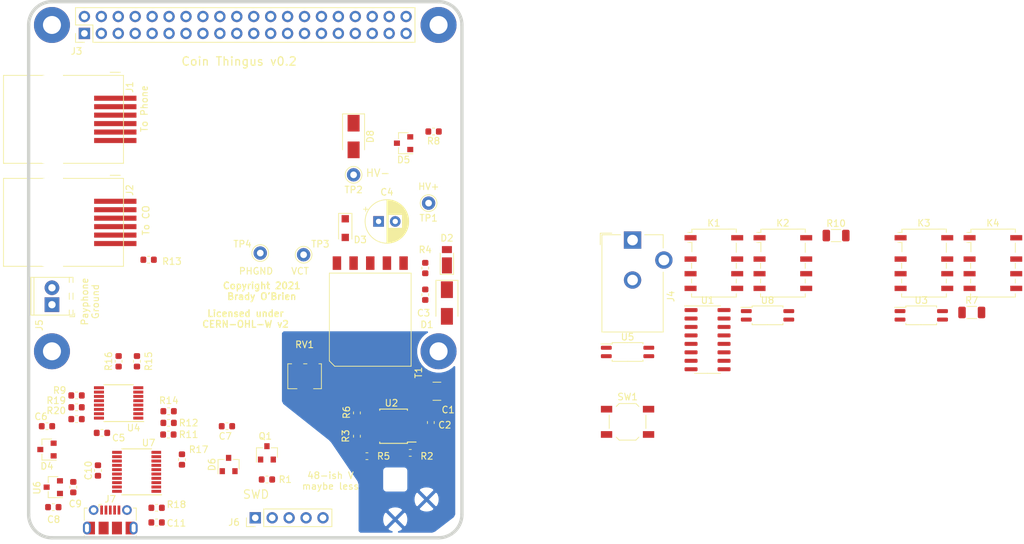
<source format=kicad_pcb>
(kicad_pcb (version 20171130) (host pcbnew 5.1.9+dfsg1-1)

  (general
    (thickness 1.6)
    (drawings 22)
    (tracks 0)
    (zones 0)
    (modules 69)
    (nets 110)
  )

  (page A4)
  (layers
    (0 F.Cu signal)
    (31 B.Cu signal)
    (32 B.Adhes user)
    (33 F.Adhes user)
    (34 B.Paste user)
    (35 F.Paste user)
    (36 B.SilkS user)
    (37 F.SilkS user)
    (38 B.Mask user)
    (39 F.Mask user)
    (40 Dwgs.User user)
    (41 Cmts.User user)
    (42 Eco1.User user)
    (43 Eco2.User user)
    (44 Edge.Cuts user)
    (45 Margin user)
    (46 B.CrtYd user)
    (47 F.CrtYd user)
    (48 B.Fab user)
    (49 F.Fab user hide)
  )

  (setup
    (last_trace_width 0.2032)
    (user_trace_width 0.1524)
    (user_trace_width 0.254)
    (user_trace_width 0.381)
    (user_trace_width 0.508)
    (trace_clearance 0.1524)
    (zone_clearance 0.508)
    (zone_45_only no)
    (trace_min 0.1524)
    (via_size 0.6096)
    (via_drill 0.381)
    (via_min_size 0.6096)
    (via_min_drill 0.381)
    (user_via 0.6096 0.381)
    (user_via 0.762 0.4572)
    (uvia_size 0.3)
    (uvia_drill 0.1)
    (uvias_allowed no)
    (uvia_min_size 0.2)
    (uvia_min_drill 0.1)
    (edge_width 0.05)
    (segment_width 0.2)
    (pcb_text_width 0.3)
    (pcb_text_size 1.5 1.5)
    (mod_edge_width 0.12)
    (mod_text_size 1 1)
    (mod_text_width 0.15)
    (pad_size 1.524 1.524)
    (pad_drill 0.762)
    (pad_to_mask_clearance 0.05)
    (aux_axis_origin 0 0)
    (visible_elements FFFFFF7F)
    (pcbplotparams
      (layerselection 0x010fc_ffffffff)
      (usegerberextensions false)
      (usegerberattributes true)
      (usegerberadvancedattributes true)
      (creategerberjobfile true)
      (excludeedgelayer true)
      (linewidth 0.100000)
      (plotframeref false)
      (viasonmask false)
      (mode 1)
      (useauxorigin false)
      (hpglpennumber 1)
      (hpglpenspeed 20)
      (hpglpendiameter 15.000000)
      (psnegative false)
      (psa4output false)
      (plotreference true)
      (plotvalue true)
      (plotinvisibletext false)
      (padsonsilk false)
      (subtractmaskfromsilk false)
      (outputformat 1)
      (mirror false)
      (drillshape 1)
      (scaleselection 1)
      (outputdirectory ""))
  )

  (net 0 "")
  (net 1 /48V)
  (net 2 "Net-(C3-Pad1)")
  (net 3 GND)
  (net 4 /3V3)
  (net 5 /5V)
  (net 6 /5VUSB)
  (net 7 /3V3USB)
  (net 8 "Net-(C11-Pad1)")
  (net 9 "Net-(D2-Pad2)")
  (net 10 "Net-(D1-Pad1)")
  (net 11 "Net-(D3-Pad2)")
  (net 12 /HV_P)
  (net 13 /3V3RPI)
  (net 14 "Net-(D5-Pad3)")
  (net 15 "Net-(D5-Pad1)")
  (net 16 /5VRPI)
  (net 17 "Net-(J3-Pad40)")
  (net 18 "Net-(J3-Pad38)")
  (net 19 "Net-(J3-Pad37)")
  (net 20 "Net-(J3-Pad36)")
  (net 21 "Net-(J3-Pad35)")
  (net 22 "Net-(J3-Pad33)")
  (net 23 "Net-(J3-Pad32)")
  (net 24 "Net-(J3-Pad31)")
  (net 25 "Net-(J3-Pad29)")
  (net 26 "Net-(J3-Pad28)")
  (net 27 "Net-(J3-Pad27)")
  (net 28 "Net-(J3-Pad26)")
  (net 29 "Net-(J3-Pad24)")
  (net 30 "Net-(J3-Pad23)")
  (net 31 "Net-(J3-Pad22)")
  (net 32 "Net-(J3-Pad21)")
  (net 33 "Net-(J3-Pad19)")
  (net 34 "Net-(J3-Pad18)")
  (net 35 "Net-(J3-Pad16)")
  (net 36 "Net-(J3-Pad15)")
  (net 37 "Net-(J3-Pad13)")
  (net 38 "Net-(J3-Pad12)")
  (net 39 "Net-(J3-Pad11)")
  (net 40 "Net-(J3-Pad10)")
  (net 41 "Net-(J3-Pad8)")
  (net 42 "Net-(J3-Pad7)")
  (net 43 /SCL)
  (net 44 /SDA)
  (net 45 "/USB Controller Interface/NRST")
  (net 46 "/USB Controller Interface/SWDIO")
  (net 47 "/USB Controller Interface/SWCLK")
  (net 48 "/USB Controller Interface/BOOT0")
  (net 49 /T_PH)
  (net 50 /T_COIN)
  (net 51 /R_PH)
  (net 52 /T_CO)
  (net 53 /R_CO)
  (net 54 Earth)
  (net 55 /HV_N)
  (net 56 /HV_EN)
  (net 57 "Net-(Q1-Pad1)")
  (net 58 "Net-(R3-Pad2)")
  (net 59 "Net-(R3-Pad1)")
  (net 60 "Net-(R6-Pad2)")
  (net 61 "Net-(R6-Pad1)")
  (net 62 "Net-(R8-Pad1)")
  (net 63 /COIN_TEST)
  (net 64 "Net-(R11-Pad1)")
  (net 65 "Net-(R12-Pad1)")
  (net 66 "Net-(J2-Pad2)")
  (net 67 "Net-(R14-Pad1)")
  (net 68 /OFF_HOOK_F)
  (net 69 /OFF_HOOK_R)
  (net 70 /FXS_TO_COIN_LV)
  (net 71 /CO_HOLD_LV)
  (net 72 /COIN_TEST_RELAY_LV)
  (net 73 /COIN_POLARITY_LV)
  (net 74 "Net-(C2-Pad1)")
  (net 75 "Net-(U4-Pad13)")
  (net 76 "Net-(U7-Pad14)")
  (net 77 "Net-(U7-Pad13)")
  (net 78 "Net-(U7-Pad12)")
  (net 79 "Net-(U7-Pad11)")
  (net 80 "Net-(U7-Pad10)")
  (net 81 "Net-(U7-Pad9)")
  (net 82 "Net-(U7-Pad8)")
  (net 83 "Net-(U7-Pad7)")
  (net 84 "Net-(U7-Pad6)")
  (net 85 "Net-(J1-Pad1)")
  (net 86 "Net-(J1-Pad2)")
  (net 87 "Net-(J1-Pad5)")
  (net 88 "Net-(J1-Pad6)")
  (net 89 "Net-(J2-Pad1)")
  (net 90 "Net-(J2-Pad4)")
  (net 91 "Net-(J2-Pad5)")
  (net 92 "Net-(J2-Pad6)")
  (net 93 "/USB Controller Interface/USB_P")
  (net 94 "/USB Controller Interface/USB_N")
  (net 95 /HV_EN_LV)
  (net 96 "Net-(K1-Pad2)")
  (net 97 "Net-(K1-Pad4)")
  (net 98 "Net-(K1-Pad7)")
  (net 99 /FXS_TO_COIN_1)
  (net 100 "Net-(K2-Pad4)")
  (net 101 "Net-(K2-Pad5)")
  (net 102 /CO_HOLD)
  (net 103 "Net-(K3-Pad2)")
  (net 104 /COIN_POLARITY)
  (net 105 "Net-(K4-Pad2)")
  (net 106 "Net-(K4-Pad4)")
  (net 107 /COIN_TEST_RELAY)
  (net 108 "Net-(U1-Pad12)")
  (net 109 "Net-(U1-Pad11)")

  (net_class Default "This is the default net class."
    (clearance 0.1524)
    (trace_width 0.2032)
    (via_dia 0.6096)
    (via_drill 0.381)
    (uvia_dia 0.3)
    (uvia_drill 0.1)
    (add_net /3V3)
    (add_net /3V3USB)
    (add_net /5VUSB)
    (add_net /COIN_POLARITY)
    (add_net /COIN_POLARITY_LV)
    (add_net /COIN_TEST)
    (add_net /COIN_TEST_RELAY)
    (add_net /COIN_TEST_RELAY_LV)
    (add_net /CO_HOLD)
    (add_net /CO_HOLD_LV)
    (add_net /FXS_TO_COIN_1)
    (add_net /FXS_TO_COIN_LV)
    (add_net /HV_EN)
    (add_net /HV_EN_LV)
    (add_net /OFF_HOOK_F)
    (add_net /OFF_HOOK_R)
    (add_net /R_CO)
    (add_net /R_PH)
    (add_net /SCL)
    (add_net /SDA)
    (add_net /T_CO)
    (add_net /T_COIN)
    (add_net /T_PH)
    (add_net "/USB Controller Interface/BOOT0")
    (add_net "/USB Controller Interface/NRST")
    (add_net "/USB Controller Interface/SWCLK")
    (add_net "/USB Controller Interface/SWDIO")
    (add_net "/USB Controller Interface/USB_N")
    (add_net "/USB Controller Interface/USB_P")
    (add_net Earth)
    (add_net GND)
    (add_net "Net-(C11-Pad1)")
    (add_net "Net-(C2-Pad1)")
    (add_net "Net-(C3-Pad1)")
    (add_net "Net-(D1-Pad1)")
    (add_net "Net-(D2-Pad2)")
    (add_net "Net-(D3-Pad2)")
    (add_net "Net-(D5-Pad1)")
    (add_net "Net-(D5-Pad3)")
    (add_net "Net-(J1-Pad1)")
    (add_net "Net-(J1-Pad2)")
    (add_net "Net-(J1-Pad5)")
    (add_net "Net-(J1-Pad6)")
    (add_net "Net-(J2-Pad1)")
    (add_net "Net-(J2-Pad2)")
    (add_net "Net-(J2-Pad4)")
    (add_net "Net-(J2-Pad5)")
    (add_net "Net-(J2-Pad6)")
    (add_net "Net-(J3-Pad10)")
    (add_net "Net-(J3-Pad11)")
    (add_net "Net-(J3-Pad12)")
    (add_net "Net-(J3-Pad13)")
    (add_net "Net-(J3-Pad15)")
    (add_net "Net-(J3-Pad16)")
    (add_net "Net-(J3-Pad18)")
    (add_net "Net-(J3-Pad19)")
    (add_net "Net-(J3-Pad21)")
    (add_net "Net-(J3-Pad22)")
    (add_net "Net-(J3-Pad23)")
    (add_net "Net-(J3-Pad24)")
    (add_net "Net-(J3-Pad26)")
    (add_net "Net-(J3-Pad27)")
    (add_net "Net-(J3-Pad28)")
    (add_net "Net-(J3-Pad29)")
    (add_net "Net-(J3-Pad31)")
    (add_net "Net-(J3-Pad32)")
    (add_net "Net-(J3-Pad33)")
    (add_net "Net-(J3-Pad35)")
    (add_net "Net-(J3-Pad36)")
    (add_net "Net-(J3-Pad37)")
    (add_net "Net-(J3-Pad38)")
    (add_net "Net-(J3-Pad40)")
    (add_net "Net-(J3-Pad7)")
    (add_net "Net-(J3-Pad8)")
    (add_net "Net-(K1-Pad2)")
    (add_net "Net-(K1-Pad4)")
    (add_net "Net-(K1-Pad7)")
    (add_net "Net-(K2-Pad4)")
    (add_net "Net-(K2-Pad5)")
    (add_net "Net-(K3-Pad2)")
    (add_net "Net-(K4-Pad2)")
    (add_net "Net-(K4-Pad4)")
    (add_net "Net-(Q1-Pad1)")
    (add_net "Net-(R11-Pad1)")
    (add_net "Net-(R12-Pad1)")
    (add_net "Net-(R14-Pad1)")
    (add_net "Net-(R3-Pad1)")
    (add_net "Net-(R3-Pad2)")
    (add_net "Net-(R6-Pad1)")
    (add_net "Net-(R6-Pad2)")
    (add_net "Net-(R8-Pad1)")
    (add_net "Net-(U1-Pad11)")
    (add_net "Net-(U1-Pad12)")
    (add_net "Net-(U4-Pad13)")
    (add_net "Net-(U7-Pad10)")
    (add_net "Net-(U7-Pad11)")
    (add_net "Net-(U7-Pad12)")
    (add_net "Net-(U7-Pad13)")
    (add_net "Net-(U7-Pad14)")
    (add_net "Net-(U7-Pad6)")
    (add_net "Net-(U7-Pad7)")
    (add_net "Net-(U7-Pad8)")
    (add_net "Net-(U7-Pad9)")
  )

  (net_class Power ""
    (clearance 0.254)
    (trace_width 0.381)
    (via_dia 0.762)
    (via_drill 0.4572)
    (uvia_dia 0.3)
    (uvia_drill 0.1)
    (add_net /3V3RPI)
    (add_net /48V)
    (add_net /5V)
    (add_net /5VRPI)
    (add_net /HV_N)
    (add_net /HV_P)
  )

  (module Package_SO:SOP-4_4.4x2.6mm_P1.27mm (layer F.Cu) (tedit 5D9F72B1) (tstamp 6028E203)
    (at 147.35 67.6)
    (descr "SOP, 4 Pin (http://www.vishay.com/docs/83510/tcmt1100.pdf), generated with kicad-footprint-generator ipc_gullwing_generator.py")
    (tags "SOP SO")
    (path /6033877C)
    (attr smd)
    (fp_text reference U8 (at 0 -2.25) (layer F.SilkS)
      (effects (font (size 1 1) (thickness 0.15)))
    )
    (fp_text value LTV-217 (at 0 2.25) (layer F.Fab)
      (effects (font (size 1 1) (thickness 0.15)))
    )
    (fp_text user %R (at 0 0) (layer F.Fab)
      (effects (font (size 1 1) (thickness 0.15)))
    )
    (fp_line (start 0 1.41) (end 2.31 1.41) (layer F.SilkS) (width 0.12))
    (fp_line (start 2.31 1.41) (end 2.31 1.195) (layer F.SilkS) (width 0.12))
    (fp_line (start 0 1.41) (end -2.31 1.41) (layer F.SilkS) (width 0.12))
    (fp_line (start -2.31 1.41) (end -2.31 1.195) (layer F.SilkS) (width 0.12))
    (fp_line (start 0 -1.41) (end 2.31 -1.41) (layer F.SilkS) (width 0.12))
    (fp_line (start 2.31 -1.41) (end 2.31 -1.195) (layer F.SilkS) (width 0.12))
    (fp_line (start 0 -1.41) (end -2.31 -1.41) (layer F.SilkS) (width 0.12))
    (fp_line (start -2.31 -1.41) (end -2.31 -1.195) (layer F.SilkS) (width 0.12))
    (fp_line (start -2.31 -1.195) (end -4 -1.195) (layer F.SilkS) (width 0.12))
    (fp_line (start -1.55 -1.3) (end 2.2 -1.3) (layer F.Fab) (width 0.1))
    (fp_line (start 2.2 -1.3) (end 2.2 1.3) (layer F.Fab) (width 0.1))
    (fp_line (start 2.2 1.3) (end -2.2 1.3) (layer F.Fab) (width 0.1))
    (fp_line (start -2.2 1.3) (end -2.2 -0.65) (layer F.Fab) (width 0.1))
    (fp_line (start -2.2 -0.65) (end -1.55 -1.3) (layer F.Fab) (width 0.1))
    (fp_line (start -4.25 -1.55) (end -4.25 1.55) (layer F.CrtYd) (width 0.05))
    (fp_line (start -4.25 1.55) (end 4.25 1.55) (layer F.CrtYd) (width 0.05))
    (fp_line (start 4.25 1.55) (end 4.25 -1.55) (layer F.CrtYd) (width 0.05))
    (fp_line (start 4.25 -1.55) (end -4.25 -1.55) (layer F.CrtYd) (width 0.05))
    (pad 4 smd roundrect (at 3.1875 -0.635) (size 1.625 0.6) (layers F.Cu F.Paste F.Mask) (roundrect_rratio 0.25)
      (net 69 /OFF_HOOK_R))
    (pad 3 smd roundrect (at 3.1875 0.635) (size 1.625 0.6) (layers F.Cu F.Paste F.Mask) (roundrect_rratio 0.25)
      (net 3 GND))
    (pad 2 smd roundrect (at -3.1875 0.635) (size 1.625 0.6) (layers F.Cu F.Paste F.Mask) (roundrect_rratio 0.25)
      (net 90 "Net-(J2-Pad4)"))
    (pad 1 smd roundrect (at -3.1875 -0.635) (size 1.625 0.6) (layers F.Cu F.Paste F.Mask) (roundrect_rratio 0.25)
      (net 52 /T_CO))
    (model ${KISYS3DMOD}/Package_SO.3dshapes/SOP-4_4.4x2.6mm_P1.27mm.wrl
      (at (xyz 0 0 0))
      (scale (xyz 1 1 1))
      (rotate (xyz 0 0 0))
    )
  )

  (module Package_SO:SOP-4_4.4x2.6mm_P1.27mm (layer F.Cu) (tedit 5D9F72B1) (tstamp 6028E17A)
    (at 126.35 73.1)
    (descr "SOP, 4 Pin (http://www.vishay.com/docs/83510/tcmt1100.pdf), generated with kicad-footprint-generator ipc_gullwing_generator.py")
    (tags "SOP SO")
    (path /6033624A)
    (attr smd)
    (fp_text reference U5 (at 0 -2.25) (layer F.SilkS)
      (effects (font (size 1 1) (thickness 0.15)))
    )
    (fp_text value LTV-217 (at 0 2.25) (layer F.Fab)
      (effects (font (size 1 1) (thickness 0.15)))
    )
    (fp_text user %R (at 0 0) (layer F.Fab)
      (effects (font (size 1 1) (thickness 0.15)))
    )
    (fp_line (start 0 1.41) (end 2.31 1.41) (layer F.SilkS) (width 0.12))
    (fp_line (start 2.31 1.41) (end 2.31 1.195) (layer F.SilkS) (width 0.12))
    (fp_line (start 0 1.41) (end -2.31 1.41) (layer F.SilkS) (width 0.12))
    (fp_line (start -2.31 1.41) (end -2.31 1.195) (layer F.SilkS) (width 0.12))
    (fp_line (start 0 -1.41) (end 2.31 -1.41) (layer F.SilkS) (width 0.12))
    (fp_line (start 2.31 -1.41) (end 2.31 -1.195) (layer F.SilkS) (width 0.12))
    (fp_line (start 0 -1.41) (end -2.31 -1.41) (layer F.SilkS) (width 0.12))
    (fp_line (start -2.31 -1.41) (end -2.31 -1.195) (layer F.SilkS) (width 0.12))
    (fp_line (start -2.31 -1.195) (end -4 -1.195) (layer F.SilkS) (width 0.12))
    (fp_line (start -1.55 -1.3) (end 2.2 -1.3) (layer F.Fab) (width 0.1))
    (fp_line (start 2.2 -1.3) (end 2.2 1.3) (layer F.Fab) (width 0.1))
    (fp_line (start 2.2 1.3) (end -2.2 1.3) (layer F.Fab) (width 0.1))
    (fp_line (start -2.2 1.3) (end -2.2 -0.65) (layer F.Fab) (width 0.1))
    (fp_line (start -2.2 -0.65) (end -1.55 -1.3) (layer F.Fab) (width 0.1))
    (fp_line (start -4.25 -1.55) (end -4.25 1.55) (layer F.CrtYd) (width 0.05))
    (fp_line (start -4.25 1.55) (end 4.25 1.55) (layer F.CrtYd) (width 0.05))
    (fp_line (start 4.25 1.55) (end 4.25 -1.55) (layer F.CrtYd) (width 0.05))
    (fp_line (start 4.25 -1.55) (end -4.25 -1.55) (layer F.CrtYd) (width 0.05))
    (pad 4 smd roundrect (at 3.1875 -0.635) (size 1.625 0.6) (layers F.Cu F.Paste F.Mask) (roundrect_rratio 0.25)
      (net 68 /OFF_HOOK_F))
    (pad 3 smd roundrect (at 3.1875 0.635) (size 1.625 0.6) (layers F.Cu F.Paste F.Mask) (roundrect_rratio 0.25)
      (net 3 GND))
    (pad 2 smd roundrect (at -3.1875 0.635) (size 1.625 0.6) (layers F.Cu F.Paste F.Mask) (roundrect_rratio 0.25)
      (net 52 /T_CO))
    (pad 1 smd roundrect (at -3.1875 -0.635) (size 1.625 0.6) (layers F.Cu F.Paste F.Mask) (roundrect_rratio 0.25)
      (net 90 "Net-(J2-Pad4)"))
    (model ${KISYS3DMOD}/Package_SO.3dshapes/SOP-4_4.4x2.6mm_P1.27mm.wrl
      (at (xyz 0 0 0))
      (scale (xyz 1 1 1))
      (rotate (xyz 0 0 0))
    )
  )

  (module Package_SO:SOP-4_4.4x2.6mm_P1.27mm (layer F.Cu) (tedit 5D9F72B1) (tstamp 6028E121)
    (at 170.41 67.6)
    (descr "SOP, 4 Pin (http://www.vishay.com/docs/83510/tcmt1100.pdf), generated with kicad-footprint-generator ipc_gullwing_generator.py")
    (tags "SOP SO")
    (path /5FA767FA/6033A3B4)
    (attr smd)
    (fp_text reference U3 (at 0 -2.25) (layer F.SilkS)
      (effects (font (size 1 1) (thickness 0.15)))
    )
    (fp_text value LTV-217 (at 0 2.25) (layer F.Fab)
      (effects (font (size 1 1) (thickness 0.15)))
    )
    (fp_text user %R (at 0 0) (layer F.Fab)
      (effects (font (size 1 1) (thickness 0.15)))
    )
    (fp_line (start 0 1.41) (end 2.31 1.41) (layer F.SilkS) (width 0.12))
    (fp_line (start 2.31 1.41) (end 2.31 1.195) (layer F.SilkS) (width 0.12))
    (fp_line (start 0 1.41) (end -2.31 1.41) (layer F.SilkS) (width 0.12))
    (fp_line (start -2.31 1.41) (end -2.31 1.195) (layer F.SilkS) (width 0.12))
    (fp_line (start 0 -1.41) (end 2.31 -1.41) (layer F.SilkS) (width 0.12))
    (fp_line (start 2.31 -1.41) (end 2.31 -1.195) (layer F.SilkS) (width 0.12))
    (fp_line (start 0 -1.41) (end -2.31 -1.41) (layer F.SilkS) (width 0.12))
    (fp_line (start -2.31 -1.41) (end -2.31 -1.195) (layer F.SilkS) (width 0.12))
    (fp_line (start -2.31 -1.195) (end -4 -1.195) (layer F.SilkS) (width 0.12))
    (fp_line (start -1.55 -1.3) (end 2.2 -1.3) (layer F.Fab) (width 0.1))
    (fp_line (start 2.2 -1.3) (end 2.2 1.3) (layer F.Fab) (width 0.1))
    (fp_line (start 2.2 1.3) (end -2.2 1.3) (layer F.Fab) (width 0.1))
    (fp_line (start -2.2 1.3) (end -2.2 -0.65) (layer F.Fab) (width 0.1))
    (fp_line (start -2.2 -0.65) (end -1.55 -1.3) (layer F.Fab) (width 0.1))
    (fp_line (start -4.25 -1.55) (end -4.25 1.55) (layer F.CrtYd) (width 0.05))
    (fp_line (start -4.25 1.55) (end 4.25 1.55) (layer F.CrtYd) (width 0.05))
    (fp_line (start 4.25 1.55) (end 4.25 -1.55) (layer F.CrtYd) (width 0.05))
    (fp_line (start 4.25 -1.55) (end -4.25 -1.55) (layer F.CrtYd) (width 0.05))
    (pad 4 smd roundrect (at 3.1875 -0.635) (size 1.625 0.6) (layers F.Cu F.Paste F.Mask) (roundrect_rratio 0.25)
      (net 63 /COIN_TEST))
    (pad 3 smd roundrect (at 3.1875 0.635) (size 1.625 0.6) (layers F.Cu F.Paste F.Mask) (roundrect_rratio 0.25)
      (net 3 GND))
    (pad 2 smd roundrect (at -3.1875 0.635) (size 1.625 0.6) (layers F.Cu F.Paste F.Mask) (roundrect_rratio 0.25)
      (net 62 "Net-(R8-Pad1)"))
    (pad 1 smd roundrect (at -3.1875 -0.635) (size 1.625 0.6) (layers F.Cu F.Paste F.Mask) (roundrect_rratio 0.25)
      (net 14 "Net-(D5-Pad3)"))
    (model ${KISYS3DMOD}/Package_SO.3dshapes/SOP-4_4.4x2.6mm_P1.27mm.wrl
      (at (xyz 0 0 0))
      (scale (xyz 1 1 1))
      (rotate (xyz 0 0 0))
    )
  )

  (module Package_SO:SOIC-16_3.9x9.9mm_P1.27mm (layer F.Cu) (tedit 5D9F72B1) (tstamp 6028E0C6)
    (at 138.35 71.25)
    (descr "SOIC, 16 Pin (JEDEC MS-012AC, https://www.analog.com/media/en/package-pcb-resources/package/pkg_pdf/soic_narrow-r/r_16.pdf), generated with kicad-footprint-generator ipc_gullwing_generator.py")
    (tags "SOIC SO")
    (path /5FAC4CEA)
    (attr smd)
    (fp_text reference U1 (at 0 -5.9) (layer F.SilkS)
      (effects (font (size 1 1) (thickness 0.15)))
    )
    (fp_text value ULN2003LV (at 0 5.9) (layer F.Fab)
      (effects (font (size 1 1) (thickness 0.15)))
    )
    (fp_text user %R (at 0 0) (layer F.Fab)
      (effects (font (size 0.98 0.98) (thickness 0.15)))
    )
    (fp_line (start 0 5.06) (end 1.95 5.06) (layer F.SilkS) (width 0.12))
    (fp_line (start 0 5.06) (end -1.95 5.06) (layer F.SilkS) (width 0.12))
    (fp_line (start 0 -5.06) (end 1.95 -5.06) (layer F.SilkS) (width 0.12))
    (fp_line (start 0 -5.06) (end -3.45 -5.06) (layer F.SilkS) (width 0.12))
    (fp_line (start -0.975 -4.95) (end 1.95 -4.95) (layer F.Fab) (width 0.1))
    (fp_line (start 1.95 -4.95) (end 1.95 4.95) (layer F.Fab) (width 0.1))
    (fp_line (start 1.95 4.95) (end -1.95 4.95) (layer F.Fab) (width 0.1))
    (fp_line (start -1.95 4.95) (end -1.95 -3.975) (layer F.Fab) (width 0.1))
    (fp_line (start -1.95 -3.975) (end -0.975 -4.95) (layer F.Fab) (width 0.1))
    (fp_line (start -3.7 -5.2) (end -3.7 5.2) (layer F.CrtYd) (width 0.05))
    (fp_line (start -3.7 5.2) (end 3.7 5.2) (layer F.CrtYd) (width 0.05))
    (fp_line (start 3.7 5.2) (end 3.7 -5.2) (layer F.CrtYd) (width 0.05))
    (fp_line (start 3.7 -5.2) (end -3.7 -5.2) (layer F.CrtYd) (width 0.05))
    (pad 16 smd roundrect (at 2.475 -4.445) (size 1.95 0.6) (layers F.Cu F.Paste F.Mask) (roundrect_rratio 0.25)
      (net 104 /COIN_POLARITY))
    (pad 15 smd roundrect (at 2.475 -3.175) (size 1.95 0.6) (layers F.Cu F.Paste F.Mask) (roundrect_rratio 0.25)
      (net 107 /COIN_TEST_RELAY))
    (pad 14 smd roundrect (at 2.475 -1.905) (size 1.95 0.6) (layers F.Cu F.Paste F.Mask) (roundrect_rratio 0.25)
      (net 102 /CO_HOLD))
    (pad 13 smd roundrect (at 2.475 -0.635) (size 1.95 0.6) (layers F.Cu F.Paste F.Mask) (roundrect_rratio 0.25)
      (net 99 /FXS_TO_COIN_1))
    (pad 12 smd roundrect (at 2.475 0.635) (size 1.95 0.6) (layers F.Cu F.Paste F.Mask) (roundrect_rratio 0.25)
      (net 108 "Net-(U1-Pad12)"))
    (pad 11 smd roundrect (at 2.475 1.905) (size 1.95 0.6) (layers F.Cu F.Paste F.Mask) (roundrect_rratio 0.25)
      (net 109 "Net-(U1-Pad11)"))
    (pad 10 smd roundrect (at 2.475 3.175) (size 1.95 0.6) (layers F.Cu F.Paste F.Mask) (roundrect_rratio 0.25)
      (net 57 "Net-(Q1-Pad1)"))
    (pad 9 smd roundrect (at 2.475 4.445) (size 1.95 0.6) (layers F.Cu F.Paste F.Mask) (roundrect_rratio 0.25)
      (net 5 /5V))
    (pad 8 smd roundrect (at -2.475 4.445) (size 1.95 0.6) (layers F.Cu F.Paste F.Mask) (roundrect_rratio 0.25)
      (net 3 GND))
    (pad 7 smd roundrect (at -2.475 3.175) (size 1.95 0.6) (layers F.Cu F.Paste F.Mask) (roundrect_rratio 0.25)
      (net 95 /HV_EN_LV))
    (pad 6 smd roundrect (at -2.475 1.905) (size 1.95 0.6) (layers F.Cu F.Paste F.Mask) (roundrect_rratio 0.25)
      (net 3 GND))
    (pad 5 smd roundrect (at -2.475 0.635) (size 1.95 0.6) (layers F.Cu F.Paste F.Mask) (roundrect_rratio 0.25)
      (net 3 GND))
    (pad 4 smd roundrect (at -2.475 -0.635) (size 1.95 0.6) (layers F.Cu F.Paste F.Mask) (roundrect_rratio 0.25)
      (net 70 /FXS_TO_COIN_LV))
    (pad 3 smd roundrect (at -2.475 -1.905) (size 1.95 0.6) (layers F.Cu F.Paste F.Mask) (roundrect_rratio 0.25)
      (net 71 /CO_HOLD_LV))
    (pad 2 smd roundrect (at -2.475 -3.175) (size 1.95 0.6) (layers F.Cu F.Paste F.Mask) (roundrect_rratio 0.25)
      (net 72 /COIN_TEST_RELAY_LV))
    (pad 1 smd roundrect (at -2.475 -4.445) (size 1.95 0.6) (layers F.Cu F.Paste F.Mask) (roundrect_rratio 0.25)
      (net 73 /COIN_POLARITY_LV))
    (model ${KISYS3DMOD}/Package_SO.3dshapes/SOIC-16_3.9x9.9mm_P1.27mm.wrl
      (at (xyz 0 0 0))
      (scale (xyz 1 1 1))
      (rotate (xyz 0 0 0))
    )
  )

  (module Button_Switch_SMD:SW_SPST_TL3342 (layer F.Cu) (tedit 5A02FC95) (tstamp 6028E030)
    (at 126.35 83.59)
    (descr "Low-profile SMD Tactile Switch, https://www.e-switch.com/system/asset/product_line/data_sheet/165/TL3342.pdf")
    (tags "SPST Tactile Switch")
    (path /5FDC9904/6034D695)
    (attr smd)
    (fp_text reference SW1 (at 0 -3.75) (layer F.SilkS)
      (effects (font (size 1 1) (thickness 0.15)))
    )
    (fp_text value SW_SPST (at 0 3.75) (layer F.Fab)
      (effects (font (size 1 1) (thickness 0.15)))
    )
    (fp_text user %R (at 0 -3.75) (layer F.Fab)
      (effects (font (size 1 1) (thickness 0.15)))
    )
    (fp_line (start 3.2 2.1) (end 3.2 1.6) (layer F.Fab) (width 0.1))
    (fp_line (start 3.2 -2.1) (end 3.2 -1.6) (layer F.Fab) (width 0.1))
    (fp_line (start -3.2 2.1) (end -3.2 1.6) (layer F.Fab) (width 0.1))
    (fp_line (start -3.2 -2.1) (end -3.2 -1.6) (layer F.Fab) (width 0.1))
    (fp_line (start 2.7 -2.1) (end 2.7 -1.6) (layer F.Fab) (width 0.1))
    (fp_line (start 1.7 -2.1) (end 3.2 -2.1) (layer F.Fab) (width 0.1))
    (fp_line (start 3.2 -1.6) (end 2.2 -1.6) (layer F.Fab) (width 0.1))
    (fp_line (start -2.7 -2.1) (end -2.7 -1.6) (layer F.Fab) (width 0.1))
    (fp_line (start -1.7 -2.1) (end -3.2 -2.1) (layer F.Fab) (width 0.1))
    (fp_line (start -3.2 -1.6) (end -2.2 -1.6) (layer F.Fab) (width 0.1))
    (fp_line (start -2.7 2.1) (end -2.7 1.6) (layer F.Fab) (width 0.1))
    (fp_line (start -3.2 1.6) (end -2.2 1.6) (layer F.Fab) (width 0.1))
    (fp_line (start -1.7 2.1) (end -3.2 2.1) (layer F.Fab) (width 0.1))
    (fp_line (start 1.7 2.1) (end 3.2 2.1) (layer F.Fab) (width 0.1))
    (fp_line (start 2.7 2.1) (end 2.7 1.6) (layer F.Fab) (width 0.1))
    (fp_line (start 3.2 1.6) (end 2.2 1.6) (layer F.Fab) (width 0.1))
    (fp_line (start -1.7 2.3) (end -1.25 2.75) (layer F.SilkS) (width 0.12))
    (fp_line (start 1.7 2.3) (end 1.25 2.75) (layer F.SilkS) (width 0.12))
    (fp_line (start 1.7 -2.3) (end 1.25 -2.75) (layer F.SilkS) (width 0.12))
    (fp_line (start -1.7 -2.3) (end -1.25 -2.75) (layer F.SilkS) (width 0.12))
    (fp_line (start -2 -1) (end -1 -2) (layer F.Fab) (width 0.1))
    (fp_line (start -1 -2) (end 1 -2) (layer F.Fab) (width 0.1))
    (fp_line (start 1 -2) (end 2 -1) (layer F.Fab) (width 0.1))
    (fp_line (start 2 -1) (end 2 1) (layer F.Fab) (width 0.1))
    (fp_line (start 2 1) (end 1 2) (layer F.Fab) (width 0.1))
    (fp_line (start 1 2) (end -1 2) (layer F.Fab) (width 0.1))
    (fp_line (start -1 2) (end -2 1) (layer F.Fab) (width 0.1))
    (fp_line (start -2 1) (end -2 -1) (layer F.Fab) (width 0.1))
    (fp_line (start 2.75 -1) (end 2.75 1) (layer F.SilkS) (width 0.12))
    (fp_line (start -1.25 2.75) (end 1.25 2.75) (layer F.SilkS) (width 0.12))
    (fp_line (start -2.75 -1) (end -2.75 1) (layer F.SilkS) (width 0.12))
    (fp_line (start -1.25 -2.75) (end 1.25 -2.75) (layer F.SilkS) (width 0.12))
    (fp_line (start -2.6 -1.2) (end -2.6 1.2) (layer F.Fab) (width 0.1))
    (fp_line (start -2.6 1.2) (end -1.2 2.6) (layer F.Fab) (width 0.1))
    (fp_line (start -1.2 2.6) (end 1.2 2.6) (layer F.Fab) (width 0.1))
    (fp_line (start 1.2 2.6) (end 2.6 1.2) (layer F.Fab) (width 0.1))
    (fp_line (start 2.6 1.2) (end 2.6 -1.2) (layer F.Fab) (width 0.1))
    (fp_line (start 2.6 -1.2) (end 1.2 -2.6) (layer F.Fab) (width 0.1))
    (fp_line (start 1.2 -2.6) (end -1.2 -2.6) (layer F.Fab) (width 0.1))
    (fp_line (start -1.2 -2.6) (end -2.6 -1.2) (layer F.Fab) (width 0.1))
    (fp_line (start -4.25 -3) (end 4.25 -3) (layer F.CrtYd) (width 0.05))
    (fp_line (start 4.25 -3) (end 4.25 3) (layer F.CrtYd) (width 0.05))
    (fp_line (start 4.25 3) (end -4.25 3) (layer F.CrtYd) (width 0.05))
    (fp_line (start -4.25 3) (end -4.25 -3) (layer F.CrtYd) (width 0.05))
    (fp_circle (center 0 0) (end 1 0) (layer F.Fab) (width 0.1))
    (pad 2 smd rect (at 3.15 1.9) (size 1.7 1) (layers F.Cu F.Paste F.Mask)
      (net 48 "/USB Controller Interface/BOOT0"))
    (pad 2 smd rect (at -3.15 1.9) (size 1.7 1) (layers F.Cu F.Paste F.Mask)
      (net 48 "/USB Controller Interface/BOOT0"))
    (pad 1 smd rect (at 3.15 -1.9) (size 1.7 1) (layers F.Cu F.Paste F.Mask)
      (net 7 /3V3USB))
    (pad 1 smd rect (at -3.15 -1.9) (size 1.7 1) (layers F.Cu F.Paste F.Mask)
      (net 7 /3V3USB))
    (model ${KISYS3DMOD}/Button_Switch_SMD.3dshapes/SW_SPST_TL3342.wrl
      (at (xyz 0 0 0))
      (scale (xyz 1 1 1))
      (rotate (xyz 0 0 0))
    )
  )

  (module Resistor_SMD:R_1206_3216Metric (layer F.Cu) (tedit 5F68FEEE) (tstamp 6028DE88)
    (at 157.63 55.62)
    (descr "Resistor SMD 1206 (3216 Metric), square (rectangular) end terminal, IPC_7351 nominal, (Body size source: IPC-SM-782 page 72, https://www.pcb-3d.com/wordpress/wp-content/uploads/ipc-sm-782a_amendment_1_and_2.pdf), generated with kicad-footprint-generator")
    (tags resistor)
    (path /5FBB6E50)
    (attr smd)
    (fp_text reference R10 (at 0 -1.82) (layer F.SilkS)
      (effects (font (size 1 1) (thickness 0.15)))
    )
    (fp_text value "120 2W" (at 0 1.82) (layer F.Fab)
      (effects (font (size 1 1) (thickness 0.15)))
    )
    (fp_text user %R (at 0 0) (layer F.Fab)
      (effects (font (size 0.8 0.8) (thickness 0.12)))
    )
    (fp_line (start -1.6 0.8) (end -1.6 -0.8) (layer F.Fab) (width 0.1))
    (fp_line (start -1.6 -0.8) (end 1.6 -0.8) (layer F.Fab) (width 0.1))
    (fp_line (start 1.6 -0.8) (end 1.6 0.8) (layer F.Fab) (width 0.1))
    (fp_line (start 1.6 0.8) (end -1.6 0.8) (layer F.Fab) (width 0.1))
    (fp_line (start -0.727064 -0.91) (end 0.727064 -0.91) (layer F.SilkS) (width 0.12))
    (fp_line (start -0.727064 0.91) (end 0.727064 0.91) (layer F.SilkS) (width 0.12))
    (fp_line (start -2.28 1.12) (end -2.28 -1.12) (layer F.CrtYd) (width 0.05))
    (fp_line (start -2.28 -1.12) (end 2.28 -1.12) (layer F.CrtYd) (width 0.05))
    (fp_line (start 2.28 -1.12) (end 2.28 1.12) (layer F.CrtYd) (width 0.05))
    (fp_line (start 2.28 1.12) (end -2.28 1.12) (layer F.CrtYd) (width 0.05))
    (pad 2 smd roundrect (at 1.4625 0) (size 1.125 1.75) (layers F.Cu F.Paste F.Mask) (roundrect_rratio 0.222222)
      (net 100 "Net-(K2-Pad4)"))
    (pad 1 smd roundrect (at -1.4625 0) (size 1.125 1.75) (layers F.Cu F.Paste F.Mask) (roundrect_rratio 0.222222)
      (net 101 "Net-(K2-Pad5)"))
    (model ${KISYS3DMOD}/Resistor_SMD.3dshapes/R_1206_3216Metric.wrl
      (at (xyz 0 0 0))
      (scale (xyz 1 1 1))
      (rotate (xyz 0 0 0))
    )
  )

  (module Resistor_SMD:R_1206_3216Metric (layer F.Cu) (tedit 5F68FEEE) (tstamp 6028DE37)
    (at 177.99 67.17)
    (descr "Resistor SMD 1206 (3216 Metric), square (rectangular) end terminal, IPC_7351 nominal, (Body size source: IPC-SM-782 page 72, https://www.pcb-3d.com/wordpress/wp-content/uploads/ipc-sm-782a_amendment_1_and_2.pdf), generated with kicad-footprint-generator")
    (tags resistor)
    (path /5FA767FA/5FA81FF6)
    (attr smd)
    (fp_text reference R7 (at 0 -1.82) (layer F.SilkS)
      (effects (font (size 1 1) (thickness 0.15)))
    )
    (fp_text value "3600R 2W" (at 0 1.82) (layer F.Fab)
      (effects (font (size 1 1) (thickness 0.15)))
    )
    (fp_text user %R (at 0 0) (layer F.Fab)
      (effects (font (size 0.8 0.8) (thickness 0.12)))
    )
    (fp_line (start -1.6 0.8) (end -1.6 -0.8) (layer F.Fab) (width 0.1))
    (fp_line (start -1.6 -0.8) (end 1.6 -0.8) (layer F.Fab) (width 0.1))
    (fp_line (start 1.6 -0.8) (end 1.6 0.8) (layer F.Fab) (width 0.1))
    (fp_line (start 1.6 0.8) (end -1.6 0.8) (layer F.Fab) (width 0.1))
    (fp_line (start -0.727064 -0.91) (end 0.727064 -0.91) (layer F.SilkS) (width 0.12))
    (fp_line (start -0.727064 0.91) (end 0.727064 0.91) (layer F.SilkS) (width 0.12))
    (fp_line (start -2.28 1.12) (end -2.28 -1.12) (layer F.CrtYd) (width 0.05))
    (fp_line (start -2.28 -1.12) (end 2.28 -1.12) (layer F.CrtYd) (width 0.05))
    (fp_line (start 2.28 -1.12) (end 2.28 1.12) (layer F.CrtYd) (width 0.05))
    (fp_line (start 2.28 1.12) (end -2.28 1.12) (layer F.CrtYd) (width 0.05))
    (pad 2 smd roundrect (at 1.4625 0) (size 1.125 1.75) (layers F.Cu F.Paste F.Mask) (roundrect_rratio 0.222222)
      (net 14 "Net-(D5-Pad3)"))
    (pad 1 smd roundrect (at -1.4625 0) (size 1.125 1.75) (layers F.Cu F.Paste F.Mask) (roundrect_rratio 0.222222)
      (net 106 "Net-(K4-Pad4)"))
    (model ${KISYS3DMOD}/Resistor_SMD.3dshapes/R_1206_3216Metric.wrl
      (at (xyz 0 0 0))
      (scale (xyz 1 1 1))
      (rotate (xyz 0 0 0))
    )
  )

  (module Relay_SMD:Relay_DPDT_Omron_G6K-2F-Y (layer F.Cu) (tedit 5A565DE2) (tstamp 6028DD3E)
    (at 181.16 59.75)
    (descr "Omron G6K-2F-Y relay package http://omronfs.omron.com/en_US/ecb/products/pdf/en-g6k.pdf")
    (tags "Omron G6K-2F-Y relay")
    (path /5FA767FA/5FE0BDAA)
    (attr smd)
    (fp_text reference K4 (at 0 -6) (layer F.SilkS)
      (effects (font (size 1 1) (thickness 0.15)))
    )
    (fp_text value AGQ200A4 (at -0.04 6.3) (layer F.Fab)
      (effects (font (size 1 1) (thickness 0.15)))
    )
    (fp_text user %R (at 0.01 0) (layer F.Fab)
      (effects (font (size 1 1) (thickness 0.15)))
    )
    (fp_line (start -3.3 -3.09) (end -3.9 -3.09) (layer F.SilkS) (width 0.12))
    (fp_line (start -3.3 -4.59) (end -3.9 -4.59) (layer F.SilkS) (width 0.12))
    (fp_line (start -3.3 -5.09) (end -3.3 -4.59) (layer F.SilkS) (width 0.12))
    (fp_line (start -3.3 -1.69) (end -3.3 -3.09) (layer F.SilkS) (width 0.12))
    (fp_line (start -3.34 0.8) (end -3.34 0) (layer F.SilkS) (width 0.12))
    (fp_line (start -3.34 3) (end -3.34 2.4) (layer F.SilkS) (width 0.12))
    (fp_line (start -3.34 5.1) (end -3.34 4.6) (layer F.SilkS) (width 0.12))
    (fp_line (start 3.36 5.1) (end -3.34 5.1) (layer F.SilkS) (width 0.12))
    (fp_line (start 3.36 4.6) (end 3.36 5.1) (layer F.SilkS) (width 0.12))
    (fp_line (start 3.36 2.4) (end 3.36 3) (layer F.SilkS) (width 0.12))
    (fp_line (start 3.36 0) (end 3.36 0.8) (layer F.SilkS) (width 0.12))
    (fp_line (start 3.36 -3) (end 3.36 -1.6) (layer F.SilkS) (width 0.12))
    (fp_line (start 3.36 -5.1) (end 3.36 -4.6) (layer F.SilkS) (width 0.12))
    (fp_line (start -3.3 -5.09) (end 3.36 -5.1) (layer F.SilkS) (width 0.12))
    (fp_line (start -3.24 -4) (end -2.24 -5) (layer F.Fab) (width 0.12))
    (fp_line (start -3.24 5) (end -3.24 -4) (layer F.Fab) (width 0.12))
    (fp_line (start 3.26 5) (end -3.24 5) (layer F.Fab) (width 0.12))
    (fp_line (start 3.26 -5) (end 3.26 5) (layer F.Fab) (width 0.12))
    (fp_line (start -2.24 -5) (end 3.26 -5) (layer F.Fab) (width 0.12))
    (fp_line (start -4.65 -5.25) (end 4.65 -5.25) (layer F.CrtYd) (width 0.05))
    (fp_line (start -4.65 -5.25) (end -4.65 5.25) (layer F.CrtYd) (width 0.05))
    (fp_line (start 4.65 5.25) (end 4.65 -5.25) (layer F.CrtYd) (width 0.05))
    (fp_line (start 4.65 5.25) (end -4.65 5.25) (layer F.CrtYd) (width 0.05))
    (pad 1 smd rect (at -3.5 -3.8) (size 1.8 0.8) (layers F.Cu F.Paste F.Mask)
      (net 5 /5V))
    (pad 2 smd rect (at -3.5 -0.6) (size 1.8 0.8) (layers F.Cu F.Paste F.Mask)
      (net 105 "Net-(K4-Pad2)"))
    (pad 3 smd rect (at -3.5 1.6) (size 1.8 0.8) (layers F.Cu F.Paste F.Mask)
      (net 12 /HV_P))
    (pad 4 smd rect (at -3.5 3.8) (size 1.8 0.8) (layers F.Cu F.Paste F.Mask)
      (net 106 "Net-(K4-Pad4)"))
    (pad 5 smd rect (at 3.5 3.8) (size 1.8 0.8) (layers F.Cu F.Paste F.Mask)
      (net 15 "Net-(D5-Pad1)"))
    (pad 6 smd rect (at 3.5 1.6) (size 1.8 0.8) (layers F.Cu F.Paste F.Mask)
      (net 103 "Net-(K3-Pad2)"))
    (pad 7 smd rect (at 3.5 -0.6) (size 1.8 0.8) (layers F.Cu F.Paste F.Mask)
      (net 105 "Net-(K4-Pad2)"))
    (pad 8 smd rect (at 3.5 -3.8) (size 1.8 0.8) (layers F.Cu F.Paste F.Mask)
      (net 107 /COIN_TEST_RELAY))
    (model ${KISYS3DMOD}/Relay_SMD.3dshapes/Relay_DPDT_Omron_G6K-2F-Y.wrl
      (at (xyz 0 0 0))
      (scale (xyz 1 1 1))
      (rotate (xyz 0 0 0))
    )
  )

  (module Relay_SMD:Relay_DPDT_Omron_G6K-2F-Y (layer F.Cu) (tedit 5A565DE2) (tstamp 6028DD1A)
    (at 170.81 59.75)
    (descr "Omron G6K-2F-Y relay package http://omronfs.omron.com/en_US/ecb/products/pdf/en-g6k.pdf")
    (tags "Omron G6K-2F-Y relay")
    (path /5FA767FA/5FE06138)
    (attr smd)
    (fp_text reference K3 (at 0 -6) (layer F.SilkS)
      (effects (font (size 1 1) (thickness 0.15)))
    )
    (fp_text value HFD4/5-S (at -0.04 6.3) (layer F.Fab)
      (effects (font (size 1 1) (thickness 0.15)))
    )
    (fp_text user %R (at 0.01 0) (layer F.Fab)
      (effects (font (size 1 1) (thickness 0.15)))
    )
    (fp_line (start -3.3 -3.09) (end -3.9 -3.09) (layer F.SilkS) (width 0.12))
    (fp_line (start -3.3 -4.59) (end -3.9 -4.59) (layer F.SilkS) (width 0.12))
    (fp_line (start -3.3 -5.09) (end -3.3 -4.59) (layer F.SilkS) (width 0.12))
    (fp_line (start -3.3 -1.69) (end -3.3 -3.09) (layer F.SilkS) (width 0.12))
    (fp_line (start -3.34 0.8) (end -3.34 0) (layer F.SilkS) (width 0.12))
    (fp_line (start -3.34 3) (end -3.34 2.4) (layer F.SilkS) (width 0.12))
    (fp_line (start -3.34 5.1) (end -3.34 4.6) (layer F.SilkS) (width 0.12))
    (fp_line (start 3.36 5.1) (end -3.34 5.1) (layer F.SilkS) (width 0.12))
    (fp_line (start 3.36 4.6) (end 3.36 5.1) (layer F.SilkS) (width 0.12))
    (fp_line (start 3.36 2.4) (end 3.36 3) (layer F.SilkS) (width 0.12))
    (fp_line (start 3.36 0) (end 3.36 0.8) (layer F.SilkS) (width 0.12))
    (fp_line (start 3.36 -3) (end 3.36 -1.6) (layer F.SilkS) (width 0.12))
    (fp_line (start 3.36 -5.1) (end 3.36 -4.6) (layer F.SilkS) (width 0.12))
    (fp_line (start -3.3 -5.09) (end 3.36 -5.1) (layer F.SilkS) (width 0.12))
    (fp_line (start -3.24 -4) (end -2.24 -5) (layer F.Fab) (width 0.12))
    (fp_line (start -3.24 5) (end -3.24 -4) (layer F.Fab) (width 0.12))
    (fp_line (start 3.26 5) (end -3.24 5) (layer F.Fab) (width 0.12))
    (fp_line (start 3.26 -5) (end 3.26 5) (layer F.Fab) (width 0.12))
    (fp_line (start -2.24 -5) (end 3.26 -5) (layer F.Fab) (width 0.12))
    (fp_line (start -4.65 -5.25) (end 4.65 -5.25) (layer F.CrtYd) (width 0.05))
    (fp_line (start -4.65 -5.25) (end -4.65 5.25) (layer F.CrtYd) (width 0.05))
    (fp_line (start 4.65 5.25) (end 4.65 -5.25) (layer F.CrtYd) (width 0.05))
    (fp_line (start 4.65 5.25) (end -4.65 5.25) (layer F.CrtYd) (width 0.05))
    (pad 1 smd rect (at -3.5 -3.8) (size 1.8 0.8) (layers F.Cu F.Paste F.Mask)
      (net 5 /5V))
    (pad 2 smd rect (at -3.5 -0.6) (size 1.8 0.8) (layers F.Cu F.Paste F.Mask)
      (net 103 "Net-(K3-Pad2)"))
    (pad 3 smd rect (at -3.5 1.6) (size 1.8 0.8) (layers F.Cu F.Paste F.Mask)
      (net 50 /T_COIN))
    (pad 4 smd rect (at -3.5 3.8) (size 1.8 0.8) (layers F.Cu F.Paste F.Mask)
      (net 55 /HV_N))
    (pad 5 smd rect (at 3.5 3.8) (size 1.8 0.8) (layers F.Cu F.Paste F.Mask)
      (net 103 "Net-(K3-Pad2)"))
    (pad 6 smd rect (at 3.5 1.6) (size 1.8 0.8) (layers F.Cu F.Paste F.Mask)
      (net 54 Earth))
    (pad 7 smd rect (at 3.5 -0.6) (size 1.8 0.8) (layers F.Cu F.Paste F.Mask)
      (net 55 /HV_N))
    (pad 8 smd rect (at 3.5 -3.8) (size 1.8 0.8) (layers F.Cu F.Paste F.Mask)
      (net 104 /COIN_POLARITY))
    (model ${KISYS3DMOD}/Relay_SMD.3dshapes/Relay_DPDT_Omron_G6K-2F-Y.wrl
      (at (xyz 0 0 0))
      (scale (xyz 1 1 1))
      (rotate (xyz 0 0 0))
    )
  )

  (module Relay_SMD:Relay_DPDT_Omron_G6K-2F-Y (layer F.Cu) (tedit 5A565DE2) (tstamp 6028DCF6)
    (at 149.65 59.75)
    (descr "Omron G6K-2F-Y relay package http://omronfs.omron.com/en_US/ecb/products/pdf/en-g6k.pdf")
    (tags "Omron G6K-2F-Y relay")
    (path /5FE2C154)
    (attr smd)
    (fp_text reference K2 (at 0 -6) (layer F.SilkS)
      (effects (font (size 1 1) (thickness 0.15)))
    )
    (fp_text value HFD4/5-S (at -0.04 6.3) (layer F.Fab)
      (effects (font (size 1 1) (thickness 0.15)))
    )
    (fp_text user %R (at 0.01 0) (layer F.Fab)
      (effects (font (size 1 1) (thickness 0.15)))
    )
    (fp_line (start -3.3 -3.09) (end -3.9 -3.09) (layer F.SilkS) (width 0.12))
    (fp_line (start -3.3 -4.59) (end -3.9 -4.59) (layer F.SilkS) (width 0.12))
    (fp_line (start -3.3 -5.09) (end -3.3 -4.59) (layer F.SilkS) (width 0.12))
    (fp_line (start -3.3 -1.69) (end -3.3 -3.09) (layer F.SilkS) (width 0.12))
    (fp_line (start -3.34 0.8) (end -3.34 0) (layer F.SilkS) (width 0.12))
    (fp_line (start -3.34 3) (end -3.34 2.4) (layer F.SilkS) (width 0.12))
    (fp_line (start -3.34 5.1) (end -3.34 4.6) (layer F.SilkS) (width 0.12))
    (fp_line (start 3.36 5.1) (end -3.34 5.1) (layer F.SilkS) (width 0.12))
    (fp_line (start 3.36 4.6) (end 3.36 5.1) (layer F.SilkS) (width 0.12))
    (fp_line (start 3.36 2.4) (end 3.36 3) (layer F.SilkS) (width 0.12))
    (fp_line (start 3.36 0) (end 3.36 0.8) (layer F.SilkS) (width 0.12))
    (fp_line (start 3.36 -3) (end 3.36 -1.6) (layer F.SilkS) (width 0.12))
    (fp_line (start 3.36 -5.1) (end 3.36 -4.6) (layer F.SilkS) (width 0.12))
    (fp_line (start -3.3 -5.09) (end 3.36 -5.1) (layer F.SilkS) (width 0.12))
    (fp_line (start -3.24 -4) (end -2.24 -5) (layer F.Fab) (width 0.12))
    (fp_line (start -3.24 5) (end -3.24 -4) (layer F.Fab) (width 0.12))
    (fp_line (start 3.26 5) (end -3.24 5) (layer F.Fab) (width 0.12))
    (fp_line (start 3.26 -5) (end 3.26 5) (layer F.Fab) (width 0.12))
    (fp_line (start -2.24 -5) (end 3.26 -5) (layer F.Fab) (width 0.12))
    (fp_line (start -4.65 -5.25) (end 4.65 -5.25) (layer F.CrtYd) (width 0.05))
    (fp_line (start -4.65 -5.25) (end -4.65 5.25) (layer F.CrtYd) (width 0.05))
    (fp_line (start 4.65 5.25) (end 4.65 -5.25) (layer F.CrtYd) (width 0.05))
    (fp_line (start 4.65 5.25) (end -4.65 5.25) (layer F.CrtYd) (width 0.05))
    (pad 1 smd rect (at -3.5 -3.8) (size 1.8 0.8) (layers F.Cu F.Paste F.Mask)
      (net 5 /5V))
    (pad 2 smd rect (at -3.5 -0.6) (size 1.8 0.8) (layers F.Cu F.Paste F.Mask)
      (net 96 "Net-(K1-Pad2)"))
    (pad 3 smd rect (at -3.5 1.6) (size 1.8 0.8) (layers F.Cu F.Paste F.Mask)
      (net 53 /R_CO))
    (pad 4 smd rect (at -3.5 3.8) (size 1.8 0.8) (layers F.Cu F.Paste F.Mask)
      (net 100 "Net-(K2-Pad4)"))
    (pad 5 smd rect (at 3.5 3.8) (size 1.8 0.8) (layers F.Cu F.Paste F.Mask)
      (net 101 "Net-(K2-Pad5)"))
    (pad 6 smd rect (at 3.5 1.6) (size 1.8 0.8) (layers F.Cu F.Paste F.Mask)
      (net 52 /T_CO))
    (pad 7 smd rect (at 3.5 -0.6) (size 1.8 0.8) (layers F.Cu F.Paste F.Mask)
      (net 98 "Net-(K1-Pad7)"))
    (pad 8 smd rect (at 3.5 -3.8) (size 1.8 0.8) (layers F.Cu F.Paste F.Mask)
      (net 102 /CO_HOLD))
    (model ${KISYS3DMOD}/Relay_SMD.3dshapes/Relay_DPDT_Omron_G6K-2F-Y.wrl
      (at (xyz 0 0 0))
      (scale (xyz 1 1 1))
      (rotate (xyz 0 0 0))
    )
  )

  (module Relay_SMD:Relay_DPDT_Omron_G6K-2F-Y (layer F.Cu) (tedit 5A565DE2) (tstamp 6028DCD2)
    (at 139.3 59.75)
    (descr "Omron G6K-2F-Y relay package http://omronfs.omron.com/en_US/ecb/products/pdf/en-g6k.pdf")
    (tags "Omron G6K-2F-Y relay")
    (path /5FE20380)
    (attr smd)
    (fp_text reference K1 (at 0 -6) (layer F.SilkS)
      (effects (font (size 1 1) (thickness 0.15)))
    )
    (fp_text value HFD4/5-S (at -0.04 6.3) (layer F.Fab)
      (effects (font (size 1 1) (thickness 0.15)))
    )
    (fp_text user %R (at 0.01 0) (layer F.Fab)
      (effects (font (size 1 1) (thickness 0.15)))
    )
    (fp_line (start -3.3 -3.09) (end -3.9 -3.09) (layer F.SilkS) (width 0.12))
    (fp_line (start -3.3 -4.59) (end -3.9 -4.59) (layer F.SilkS) (width 0.12))
    (fp_line (start -3.3 -5.09) (end -3.3 -4.59) (layer F.SilkS) (width 0.12))
    (fp_line (start -3.3 -1.69) (end -3.3 -3.09) (layer F.SilkS) (width 0.12))
    (fp_line (start -3.34 0.8) (end -3.34 0) (layer F.SilkS) (width 0.12))
    (fp_line (start -3.34 3) (end -3.34 2.4) (layer F.SilkS) (width 0.12))
    (fp_line (start -3.34 5.1) (end -3.34 4.6) (layer F.SilkS) (width 0.12))
    (fp_line (start 3.36 5.1) (end -3.34 5.1) (layer F.SilkS) (width 0.12))
    (fp_line (start 3.36 4.6) (end 3.36 5.1) (layer F.SilkS) (width 0.12))
    (fp_line (start 3.36 2.4) (end 3.36 3) (layer F.SilkS) (width 0.12))
    (fp_line (start 3.36 0) (end 3.36 0.8) (layer F.SilkS) (width 0.12))
    (fp_line (start 3.36 -3) (end 3.36 -1.6) (layer F.SilkS) (width 0.12))
    (fp_line (start 3.36 -5.1) (end 3.36 -4.6) (layer F.SilkS) (width 0.12))
    (fp_line (start -3.3 -5.09) (end 3.36 -5.1) (layer F.SilkS) (width 0.12))
    (fp_line (start -3.24 -4) (end -2.24 -5) (layer F.Fab) (width 0.12))
    (fp_line (start -3.24 5) (end -3.24 -4) (layer F.Fab) (width 0.12))
    (fp_line (start 3.26 5) (end -3.24 5) (layer F.Fab) (width 0.12))
    (fp_line (start 3.26 -5) (end 3.26 5) (layer F.Fab) (width 0.12))
    (fp_line (start -2.24 -5) (end 3.26 -5) (layer F.Fab) (width 0.12))
    (fp_line (start -4.65 -5.25) (end 4.65 -5.25) (layer F.CrtYd) (width 0.05))
    (fp_line (start -4.65 -5.25) (end -4.65 5.25) (layer F.CrtYd) (width 0.05))
    (fp_line (start 4.65 5.25) (end 4.65 -5.25) (layer F.CrtYd) (width 0.05))
    (fp_line (start 4.65 5.25) (end -4.65 5.25) (layer F.CrtYd) (width 0.05))
    (pad 1 smd rect (at -3.5 -3.8) (size 1.8 0.8) (layers F.Cu F.Paste F.Mask)
      (net 5 /5V))
    (pad 2 smd rect (at -3.5 -0.6) (size 1.8 0.8) (layers F.Cu F.Paste F.Mask)
      (net 96 "Net-(K1-Pad2)"))
    (pad 3 smd rect (at -3.5 1.6) (size 1.8 0.8) (layers F.Cu F.Paste F.Mask)
      (net 51 /R_PH))
    (pad 4 smd rect (at -3.5 3.8) (size 1.8 0.8) (layers F.Cu F.Paste F.Mask)
      (net 97 "Net-(K1-Pad4)"))
    (pad 5 smd rect (at 3.5 3.8) (size 1.8 0.8) (layers F.Cu F.Paste F.Mask)
      (net 50 /T_COIN))
    (pad 6 smd rect (at 3.5 1.6) (size 1.8 0.8) (layers F.Cu F.Paste F.Mask)
      (net 49 /T_PH))
    (pad 7 smd rect (at 3.5 -0.6) (size 1.8 0.8) (layers F.Cu F.Paste F.Mask)
      (net 98 "Net-(K1-Pad7)"))
    (pad 8 smd rect (at 3.5 -3.8) (size 1.8 0.8) (layers F.Cu F.Paste F.Mask)
      (net 99 /FXS_TO_COIN_1))
    (model ${KISYS3DMOD}/Relay_SMD.3dshapes/Relay_DPDT_Omron_G6K-2F-Y.wrl
      (at (xyz 0 0 0))
      (scale (xyz 1 1 1))
      (rotate (xyz 0 0 0))
    )
  )

  (module Connector_BarrelJack:BarrelJack_CUI_PJ-102AH_Horizontal (layer F.Cu) (tedit 5A1DBF38) (tstamp 6028DBE4)
    (at 127.1 56.3)
    (descr "Thin-pin DC Barrel Jack, https://cdn-shop.adafruit.com/datasheets/21mmdcjackDatasheet.pdf")
    (tags "Power Jack")
    (path /5F9413CC)
    (fp_text reference J4 (at 5.75 8.45 90) (layer F.SilkS)
      (effects (font (size 1 1) (thickness 0.15)))
    )
    (fp_text value Barrel_Jack_Switch_MountingPin (at -5.5 6.2 90) (layer F.Fab)
      (effects (font (size 1 1) (thickness 0.15)))
    )
    (fp_text user %R (at 0 6.5) (layer F.Fab)
      (effects (font (size 1 1) (thickness 0.15)))
    )
    (fp_line (start 1.8 -1.8) (end 1.8 -1.2) (layer F.CrtYd) (width 0.05))
    (fp_line (start 1.8 -1.2) (end 5 -1.2) (layer F.CrtYd) (width 0.05))
    (fp_line (start 5 -1.2) (end 5 1.2) (layer F.CrtYd) (width 0.05))
    (fp_line (start 5 1.2) (end 6.5 1.2) (layer F.CrtYd) (width 0.05))
    (fp_line (start 6.5 1.2) (end 6.5 4.8) (layer F.CrtYd) (width 0.05))
    (fp_line (start 6.5 4.8) (end 5 4.8) (layer F.CrtYd) (width 0.05))
    (fp_line (start 5 4.8) (end 5 14.2) (layer F.CrtYd) (width 0.05))
    (fp_line (start 5 14.2) (end -5 14.2) (layer F.CrtYd) (width 0.05))
    (fp_line (start -5 14.2) (end -5 -1.2) (layer F.CrtYd) (width 0.05))
    (fp_line (start -5 -1.2) (end -1.8 -1.2) (layer F.CrtYd) (width 0.05))
    (fp_line (start -1.8 -1.2) (end -1.8 -1.8) (layer F.CrtYd) (width 0.05))
    (fp_line (start -1.8 -1.8) (end 1.8 -1.8) (layer F.CrtYd) (width 0.05))
    (fp_line (start 4.6 4.8) (end 4.6 13.8) (layer F.SilkS) (width 0.12))
    (fp_line (start 4.6 13.8) (end -4.6 13.8) (layer F.SilkS) (width 0.12))
    (fp_line (start -4.6 13.8) (end -4.6 -0.8) (layer F.SilkS) (width 0.12))
    (fp_line (start -4.6 -0.8) (end -1.8 -0.8) (layer F.SilkS) (width 0.12))
    (fp_line (start 1.8 -0.8) (end 4.6 -0.8) (layer F.SilkS) (width 0.12))
    (fp_line (start 4.6 -0.8) (end 4.6 1.2) (layer F.SilkS) (width 0.12))
    (fp_line (start -4.84 0.7) (end -4.84 -1.04) (layer F.SilkS) (width 0.12))
    (fp_line (start -4.84 -1.04) (end -3.1 -1.04) (layer F.SilkS) (width 0.12))
    (fp_line (start 4.5 -0.7) (end 4.5 13.7) (layer F.Fab) (width 0.1))
    (fp_line (start 4.5 13.7) (end -4.5 13.7) (layer F.Fab) (width 0.1))
    (fp_line (start -4.5 13.7) (end -4.5 0.3) (layer F.Fab) (width 0.1))
    (fp_line (start -4.5 0.3) (end -3.5 -0.7) (layer F.Fab) (width 0.1))
    (fp_line (start -3.5 -0.7) (end 4.5 -0.7) (layer F.Fab) (width 0.1))
    (fp_line (start -4.5 10.2) (end 4.5 10.2) (layer F.Fab) (width 0.1))
    (pad 3 thru_hole circle (at 4.7 3) (size 2.6 2.6) (drill 1.6) (layers *.Cu *.Mask)
      (net 3 GND))
    (pad 2 thru_hole circle (at 0 6) (size 2.6 2.6) (drill 1.6) (layers *.Cu *.Mask)
      (net 3 GND))
    (pad 1 thru_hole rect (at 0 0) (size 2.6 2.6) (drill 1.6) (layers *.Cu *.Mask)
      (net 1 /48V))
    (model ${KISYS3DMOD}/Connector_BarrelJack.3dshapes/BarrelJack_CUI_PJ-102AH_Horizontal.wrl
      (at (xyz 0 0 0))
      (scale (xyz 1 1 1))
      (rotate (xyz 0 0 0))
    )
  )

  (module Resistor_SMD:R_0603_1608Metric (layer F.Cu) (tedit 5B301BBD) (tstamp 5FCDAB47)
    (at 43.688 83.185 180)
    (descr "Resistor SMD 0603 (1608 Metric), square (rectangular) end terminal, IPC_7351 nominal, (Body size source: http://www.tortai-tech.com/upload/download/2011102023233369053.pdf), generated with kicad-footprint-generator")
    (tags resistor)
    (path /5FCF667E)
    (attr smd)
    (fp_text reference R20 (at 3.048 1.27) (layer F.SilkS)
      (effects (font (size 1 1) (thickness 0.15)))
    )
    (fp_text value 10k (at 0 1.43) (layer F.Fab)
      (effects (font (size 1 1) (thickness 0.15)))
    )
    (fp_line (start 1.48 0.73) (end -1.48 0.73) (layer F.CrtYd) (width 0.05))
    (fp_line (start 1.48 -0.73) (end 1.48 0.73) (layer F.CrtYd) (width 0.05))
    (fp_line (start -1.48 -0.73) (end 1.48 -0.73) (layer F.CrtYd) (width 0.05))
    (fp_line (start -1.48 0.73) (end -1.48 -0.73) (layer F.CrtYd) (width 0.05))
    (fp_line (start -0.162779 0.51) (end 0.162779 0.51) (layer F.SilkS) (width 0.12))
    (fp_line (start -0.162779 -0.51) (end 0.162779 -0.51) (layer F.SilkS) (width 0.12))
    (fp_line (start 0.8 0.4) (end -0.8 0.4) (layer F.Fab) (width 0.1))
    (fp_line (start 0.8 -0.4) (end 0.8 0.4) (layer F.Fab) (width 0.1))
    (fp_line (start -0.8 -0.4) (end 0.8 -0.4) (layer F.Fab) (width 0.1))
    (fp_line (start -0.8 0.4) (end -0.8 -0.4) (layer F.Fab) (width 0.1))
    (fp_text user %R (at 0 0) (layer F.Fab)
      (effects (font (size 0.4 0.4) (thickness 0.06)))
    )
    (pad 2 smd roundrect (at 0.7875 0 180) (size 0.875 0.95) (layers F.Cu F.Paste F.Mask) (roundrect_rratio 0.25)
      (net 4 /3V3))
    (pad 1 smd roundrect (at -0.7875 0 180) (size 0.875 0.95) (layers F.Cu F.Paste F.Mask) (roundrect_rratio 0.25)
      (net 44 /SDA))
    (model ${KISYS3DMOD}/Resistor_SMD.3dshapes/R_0603_1608Metric.wrl
      (at (xyz 0 0 0))
      (scale (xyz 1 1 1))
      (rotate (xyz 0 0 0))
    )
  )

  (module Resistor_SMD:R_0603_1608Metric (layer F.Cu) (tedit 5B301BBD) (tstamp 5FCDAB36)
    (at 43.688 81.407 180)
    (descr "Resistor SMD 0603 (1608 Metric), square (rectangular) end terminal, IPC_7351 nominal, (Body size source: http://www.tortai-tech.com/upload/download/2011102023233369053.pdf), generated with kicad-footprint-generator")
    (tags resistor)
    (path /5FCF6E03)
    (attr smd)
    (fp_text reference R19 (at 3.048 1.016) (layer F.SilkS)
      (effects (font (size 1 1) (thickness 0.15)))
    )
    (fp_text value 10k (at 0 1.43) (layer F.Fab)
      (effects (font (size 1 1) (thickness 0.15)))
    )
    (fp_line (start 1.48 0.73) (end -1.48 0.73) (layer F.CrtYd) (width 0.05))
    (fp_line (start 1.48 -0.73) (end 1.48 0.73) (layer F.CrtYd) (width 0.05))
    (fp_line (start -1.48 -0.73) (end 1.48 -0.73) (layer F.CrtYd) (width 0.05))
    (fp_line (start -1.48 0.73) (end -1.48 -0.73) (layer F.CrtYd) (width 0.05))
    (fp_line (start -0.162779 0.51) (end 0.162779 0.51) (layer F.SilkS) (width 0.12))
    (fp_line (start -0.162779 -0.51) (end 0.162779 -0.51) (layer F.SilkS) (width 0.12))
    (fp_line (start 0.8 0.4) (end -0.8 0.4) (layer F.Fab) (width 0.1))
    (fp_line (start 0.8 -0.4) (end 0.8 0.4) (layer F.Fab) (width 0.1))
    (fp_line (start -0.8 -0.4) (end 0.8 -0.4) (layer F.Fab) (width 0.1))
    (fp_line (start -0.8 0.4) (end -0.8 -0.4) (layer F.Fab) (width 0.1))
    (fp_text user %R (at 0 0) (layer F.Fab)
      (effects (font (size 0.4 0.4) (thickness 0.06)))
    )
    (pad 2 smd roundrect (at 0.7875 0 180) (size 0.875 0.95) (layers F.Cu F.Paste F.Mask) (roundrect_rratio 0.25)
      (net 4 /3V3))
    (pad 1 smd roundrect (at -0.7875 0 180) (size 0.875 0.95) (layers F.Cu F.Paste F.Mask) (roundrect_rratio 0.25)
      (net 43 /SCL))
    (model ${KISYS3DMOD}/Resistor_SMD.3dshapes/R_0603_1608Metric.wrl
      (at (xyz 0 0 0))
      (scale (xyz 1 1 1))
      (rotate (xyz 0 0 0))
    )
  )

  (module Resistor_SMD:R_0603_1608Metric (layer F.Cu) (tedit 5B301BBD) (tstamp 5FCCC396)
    (at 43.688 79.629)
    (descr "Resistor SMD 0603 (1608 Metric), square (rectangular) end terminal, IPC_7351 nominal, (Body size source: http://www.tortai-tech.com/upload/download/2011102023233369053.pdf), generated with kicad-footprint-generator")
    (tags resistor)
    (path /5FA767FA/5FAAD453)
    (attr smd)
    (fp_text reference R9 (at -2.54 -0.762) (layer F.SilkS)
      (effects (font (size 1 1) (thickness 0.15)))
    )
    (fp_text value 10K (at 0 1.43) (layer F.Fab)
      (effects (font (size 1 1) (thickness 0.15)))
    )
    (fp_line (start 1.48 0.73) (end -1.48 0.73) (layer F.CrtYd) (width 0.05))
    (fp_line (start 1.48 -0.73) (end 1.48 0.73) (layer F.CrtYd) (width 0.05))
    (fp_line (start -1.48 -0.73) (end 1.48 -0.73) (layer F.CrtYd) (width 0.05))
    (fp_line (start -1.48 0.73) (end -1.48 -0.73) (layer F.CrtYd) (width 0.05))
    (fp_line (start -0.162779 0.51) (end 0.162779 0.51) (layer F.SilkS) (width 0.12))
    (fp_line (start -0.162779 -0.51) (end 0.162779 -0.51) (layer F.SilkS) (width 0.12))
    (fp_line (start 0.8 0.4) (end -0.8 0.4) (layer F.Fab) (width 0.1))
    (fp_line (start 0.8 -0.4) (end 0.8 0.4) (layer F.Fab) (width 0.1))
    (fp_line (start -0.8 -0.4) (end 0.8 -0.4) (layer F.Fab) (width 0.1))
    (fp_line (start -0.8 0.4) (end -0.8 -0.4) (layer F.Fab) (width 0.1))
    (fp_text user %R (at 0 0) (layer F.Fab)
      (effects (font (size 0.4 0.4) (thickness 0.06)))
    )
    (pad 2 smd roundrect (at 0.7875 0) (size 0.875 0.95) (layers F.Cu F.Paste F.Mask) (roundrect_rratio 0.25)
      (net 63 /COIN_TEST))
    (pad 1 smd roundrect (at -0.7875 0) (size 0.875 0.95) (layers F.Cu F.Paste F.Mask) (roundrect_rratio 0.25)
      (net 4 /3V3))
    (model ${KISYS3DMOD}/Resistor_SMD.3dshapes/R_0603_1608Metric.wrl
      (at (xyz 0 0 0))
      (scale (xyz 1 1 1))
      (rotate (xyz 0 0 0))
    )
  )

  (module Resistor_SMD:R_0603_1608Metric (layer F.Cu) (tedit 5B301BBD) (tstamp 5FCCA3CD)
    (at 97.25 40 180)
    (descr "Resistor SMD 0603 (1608 Metric), square (rectangular) end terminal, IPC_7351 nominal, (Body size source: http://www.tortai-tech.com/upload/download/2011102023233369053.pdf), generated with kicad-footprint-generator")
    (tags resistor)
    (path /5FA767FA/5FA80AAA)
    (attr smd)
    (fp_text reference R8 (at 0 -1.43) (layer F.SilkS)
      (effects (font (size 1 1) (thickness 0.15)))
    )
    (fp_text value 560 (at 0 1.43) (layer F.Fab)
      (effects (font (size 1 1) (thickness 0.15)))
    )
    (fp_line (start 1.48 0.73) (end -1.48 0.73) (layer F.CrtYd) (width 0.05))
    (fp_line (start 1.48 -0.73) (end 1.48 0.73) (layer F.CrtYd) (width 0.05))
    (fp_line (start -1.48 -0.73) (end 1.48 -0.73) (layer F.CrtYd) (width 0.05))
    (fp_line (start -1.48 0.73) (end -1.48 -0.73) (layer F.CrtYd) (width 0.05))
    (fp_line (start -0.162779 0.51) (end 0.162779 0.51) (layer F.SilkS) (width 0.12))
    (fp_line (start -0.162779 -0.51) (end 0.162779 -0.51) (layer F.SilkS) (width 0.12))
    (fp_line (start 0.8 0.4) (end -0.8 0.4) (layer F.Fab) (width 0.1))
    (fp_line (start 0.8 -0.4) (end 0.8 0.4) (layer F.Fab) (width 0.1))
    (fp_line (start -0.8 -0.4) (end 0.8 -0.4) (layer F.Fab) (width 0.1))
    (fp_line (start -0.8 0.4) (end -0.8 -0.4) (layer F.Fab) (width 0.1))
    (fp_text user %R (at 0 0) (layer F.Fab)
      (effects (font (size 0.4 0.4) (thickness 0.06)))
    )
    (pad 2 smd roundrect (at 0.7875 0 180) (size 0.875 0.95) (layers F.Cu F.Paste F.Mask) (roundrect_rratio 0.25)
      (net 15 "Net-(D5-Pad1)"))
    (pad 1 smd roundrect (at -0.7875 0 180) (size 0.875 0.95) (layers F.Cu F.Paste F.Mask) (roundrect_rratio 0.25)
      (net 62 "Net-(R8-Pad1)"))
    (model ${KISYS3DMOD}/Resistor_SMD.3dshapes/R_0603_1608Metric.wrl
      (at (xyz 0 0 0))
      (scale (xyz 1 1 1))
      (rotate (xyz 0 0 0))
    )
  )

  (module Connector_USB:USB_Micro-B_Molex-105017-0001 (layer F.Cu) (tedit 5A1DC0BE) (tstamp 5FB1C8F8)
    (at 48.75 98.3)
    (descr http://www.molex.com/pdm_docs/sd/1050170001_sd.pdf)
    (tags "Micro-USB SMD Typ-B")
    (path /5FDC9904/5FE0CA19)
    (attr smd)
    (fp_text reference J7 (at 0 -3.1125) (layer F.SilkS)
      (effects (font (size 1 1) (thickness 0.15)))
    )
    (fp_text value USB_B_Micro (at 0.3 4.3375) (layer F.Fab)
      (effects (font (size 1 1) (thickness 0.15)))
    )
    (fp_line (start -1.1 -2.1225) (end -1.1 -1.9125) (layer F.Fab) (width 0.1))
    (fp_line (start -1.5 -2.1225) (end -1.5 -1.9125) (layer F.Fab) (width 0.1))
    (fp_line (start -1.5 -2.1225) (end -1.1 -2.1225) (layer F.Fab) (width 0.1))
    (fp_line (start -1.1 -1.9125) (end -1.3 -1.7125) (layer F.Fab) (width 0.1))
    (fp_line (start -1.3 -1.7125) (end -1.5 -1.9125) (layer F.Fab) (width 0.1))
    (fp_line (start -1.7 -2.3125) (end -1.7 -1.8625) (layer F.SilkS) (width 0.12))
    (fp_line (start -1.7 -2.3125) (end -1.25 -2.3125) (layer F.SilkS) (width 0.12))
    (fp_line (start 3.9 -1.7625) (end 3.45 -1.7625) (layer F.SilkS) (width 0.12))
    (fp_line (start 3.9 0.0875) (end 3.9 -1.7625) (layer F.SilkS) (width 0.12))
    (fp_line (start -3.9 2.6375) (end -3.9 2.3875) (layer F.SilkS) (width 0.12))
    (fp_line (start -3.75 3.3875) (end -3.75 -1.6125) (layer F.Fab) (width 0.1))
    (fp_line (start -3.75 -1.6125) (end 3.75 -1.6125) (layer F.Fab) (width 0.1))
    (fp_line (start -3.75 3.389204) (end 3.75 3.389204) (layer F.Fab) (width 0.1))
    (fp_line (start -3 2.689204) (end 3 2.689204) (layer F.Fab) (width 0.1))
    (fp_line (start 3.75 3.3875) (end 3.75 -1.6125) (layer F.Fab) (width 0.1))
    (fp_line (start 3.9 2.6375) (end 3.9 2.3875) (layer F.SilkS) (width 0.12))
    (fp_line (start -3.9 0.0875) (end -3.9 -1.7625) (layer F.SilkS) (width 0.12))
    (fp_line (start -3.9 -1.7625) (end -3.45 -1.7625) (layer F.SilkS) (width 0.12))
    (fp_line (start -4.4 3.64) (end -4.4 -2.46) (layer F.CrtYd) (width 0.05))
    (fp_line (start -4.4 -2.46) (end 4.4 -2.46) (layer F.CrtYd) (width 0.05))
    (fp_line (start 4.4 -2.46) (end 4.4 3.64) (layer F.CrtYd) (width 0.05))
    (fp_line (start -4.4 3.64) (end 4.4 3.64) (layer F.CrtYd) (width 0.05))
    (fp_text user %R (at 0 0.8875) (layer F.Fab)
      (effects (font (size 1 1) (thickness 0.15)))
    )
    (fp_text user "PCB Edge" (at 0 2.6875) (layer Dwgs.User)
      (effects (font (size 0.5 0.5) (thickness 0.08)))
    )
    (pad 6 smd rect (at -2.9 1.2375) (size 1.2 1.9) (layers F.Cu F.Mask)
      (net 8 "Net-(C11-Pad1)"))
    (pad 6 smd rect (at 2.9 1.2375) (size 1.2 1.9) (layers F.Cu F.Mask)
      (net 8 "Net-(C11-Pad1)"))
    (pad 6 thru_hole oval (at 3.5 1.2375) (size 1.2 1.9) (drill oval 0.6 1.3) (layers *.Cu *.Mask)
      (net 8 "Net-(C11-Pad1)"))
    (pad 6 thru_hole oval (at -3.5 1.2375 180) (size 1.2 1.9) (drill oval 0.6 1.3) (layers *.Cu *.Mask)
      (net 8 "Net-(C11-Pad1)"))
    (pad 6 smd rect (at -1 1.2375) (size 1.5 1.9) (layers F.Cu F.Paste F.Mask)
      (net 8 "Net-(C11-Pad1)"))
    (pad 6 thru_hole circle (at 2.5 -1.4625) (size 1.45 1.45) (drill 0.85) (layers *.Cu *.Mask)
      (net 8 "Net-(C11-Pad1)"))
    (pad 3 smd rect (at 0 -1.4625) (size 0.4 1.35) (layers F.Cu F.Paste F.Mask)
      (net 93 "/USB Controller Interface/USB_P"))
    (pad 4 smd rect (at 0.65 -1.4625) (size 0.4 1.35) (layers F.Cu F.Paste F.Mask)
      (net 3 GND))
    (pad 5 smd rect (at 1.3 -1.4625) (size 0.4 1.35) (layers F.Cu F.Paste F.Mask)
      (net 3 GND))
    (pad 1 smd rect (at -1.3 -1.4625) (size 0.4 1.35) (layers F.Cu F.Paste F.Mask)
      (net 6 /5VUSB))
    (pad 2 smd rect (at -0.65 -1.4625) (size 0.4 1.35) (layers F.Cu F.Paste F.Mask)
      (net 94 "/USB Controller Interface/USB_N"))
    (pad 6 thru_hole circle (at -2.5 -1.4625) (size 1.45 1.45) (drill 0.85) (layers *.Cu *.Mask)
      (net 8 "Net-(C11-Pad1)"))
    (pad 6 smd rect (at 1 1.2375) (size 1.5 1.9) (layers F.Cu F.Paste F.Mask)
      (net 8 "Net-(C11-Pad1)"))
    (model ${KISYS3DMOD}/Connector_USB.3dshapes/USB_Micro-B_Molex-105017-0001.wrl
      (at (xyz 0 0 0))
      (scale (xyz 1 1 1))
      (rotate (xyz 0 0 0))
    )
  )

  (module TerminalBlock_Phoenix:TerminalBlock_Phoenix_MPT-0,5-2-2.54_1x02_P2.54mm_Horizontal (layer F.Cu) (tedit 5B294F98) (tstamp 5FB0BFBA)
    (at 40 66 90)
    (descr "Terminal Block Phoenix MPT-0,5-2-2.54, 2 pins, pitch 2.54mm, size 5.54x6.2mm^2, drill diamater 1.1mm, pad diameter 2.2mm, see http://www.mouser.com/ds/2/324/ItemDetail_1725656-920552.pdf, script-generated using https://github.com/pointhi/kicad-footprint-generator/scripts/TerminalBlock_Phoenix")
    (tags "THT Terminal Block Phoenix MPT-0,5-2-2.54 pitch 2.54mm size 5.54x6.2mm^2 drill 1.1mm pad 2.2mm")
    (path /5FE20B70)
    (fp_text reference J5 (at -3.088 -1.9 90) (layer F.SilkS)
      (effects (font (size 1 1) (thickness 0.15)))
    )
    (fp_text value Screw_Terminal_01x02 (at 1.27 4.16 90) (layer F.Fab)
      (effects (font (size 1 1) (thickness 0.15)))
    )
    (fp_line (start 4.54 -3.6) (end -2 -3.6) (layer F.CrtYd) (width 0.05))
    (fp_line (start 4.54 3.6) (end 4.54 -3.6) (layer F.CrtYd) (width 0.05))
    (fp_line (start -2 3.6) (end 4.54 3.6) (layer F.CrtYd) (width 0.05))
    (fp_line (start -2 -3.6) (end -2 3.6) (layer F.CrtYd) (width 0.05))
    (fp_line (start -1.8 3.4) (end -1.3 3.4) (layer F.SilkS) (width 0.12))
    (fp_line (start -1.8 2.66) (end -1.8 3.4) (layer F.SilkS) (width 0.12))
    (fp_line (start 3.241 -0.835) (end 1.706 0.7) (layer F.Fab) (width 0.1))
    (fp_line (start 3.375 -0.7) (end 1.84 0.835) (layer F.Fab) (width 0.1))
    (fp_line (start 0.701 -0.835) (end -0.835 0.7) (layer F.Fab) (width 0.1))
    (fp_line (start 0.835 -0.7) (end -0.701 0.835) (layer F.Fab) (width 0.1))
    (fp_line (start 4.1 -3.16) (end 4.1 3.16) (layer F.SilkS) (width 0.12))
    (fp_line (start -1.56 -3.16) (end -1.56 3.16) (layer F.SilkS) (width 0.12))
    (fp_line (start 3.33 3.16) (end 4.1 3.16) (layer F.SilkS) (width 0.12))
    (fp_line (start 0.79 3.16) (end 1.75 3.16) (layer F.SilkS) (width 0.12))
    (fp_line (start -1.56 3.16) (end -0.79 3.16) (layer F.SilkS) (width 0.12))
    (fp_line (start -1.56 -3.16) (end 4.1 -3.16) (layer F.SilkS) (width 0.12))
    (fp_line (start -1.56 -2.7) (end 4.1 -2.7) (layer F.SilkS) (width 0.12))
    (fp_line (start -1.5 -2.7) (end 4.04 -2.7) (layer F.Fab) (width 0.1))
    (fp_line (start 3.33 2.6) (end 4.1 2.6) (layer F.SilkS) (width 0.12))
    (fp_line (start 0.79 2.6) (end 1.75 2.6) (layer F.SilkS) (width 0.12))
    (fp_line (start -1.56 2.6) (end -0.79 2.6) (layer F.SilkS) (width 0.12))
    (fp_line (start -1.5 2.6) (end 4.04 2.6) (layer F.Fab) (width 0.1))
    (fp_line (start -1.5 2.6) (end -1.5 -3.1) (layer F.Fab) (width 0.1))
    (fp_line (start -1 3.1) (end -1.5 2.6) (layer F.Fab) (width 0.1))
    (fp_line (start 4.04 3.1) (end -1 3.1) (layer F.Fab) (width 0.1))
    (fp_line (start 4.04 -3.1) (end 4.04 3.1) (layer F.Fab) (width 0.1))
    (fp_line (start -1.5 -3.1) (end 4.04 -3.1) (layer F.Fab) (width 0.1))
    (fp_circle (center 2.54 0) (end 3.64 0) (layer F.Fab) (width 0.1))
    (fp_circle (center 0 0) (end 1.1 0) (layer F.Fab) (width 0.1))
    (fp_text user %R (at 1.27 2 90) (layer F.Fab)
      (effects (font (size 1 1) (thickness 0.15)))
    )
    (pad "" np_thru_hole circle (at 2.54 2.54 90) (size 1.1 1.1) (drill 1.1) (layers *.Cu *.Mask))
    (pad 2 thru_hole circle (at 2.54 0 90) (size 2.2 2.2) (drill 1.1) (layers *.Cu *.Mask)
      (net 54 Earth))
    (pad "" np_thru_hole circle (at 0 2.54 90) (size 1.1 1.1) (drill 1.1) (layers *.Cu *.Mask))
    (pad 1 thru_hole rect (at 0 0 90) (size 2.2 2.2) (drill 1.1) (layers *.Cu *.Mask)
      (net 54 Earth))
    (model ${KISYS3DMOD}/TerminalBlock_Phoenix.3dshapes/TerminalBlock_Phoenix_MPT-0,5-2-2.54_1x02_P2.54mm_Horizontal.wrl
      (at (xyz 0 0 0))
      (scale (xyz 1 1 1))
      (rotate (xyz 0 0 0))
    )
  )

  (module Diode_SMD:D_SMA (layer F.Cu) (tedit 586432E5) (tstamp 5FB1E185)
    (at 85.25 40.75 270)
    (descr "Diode SMA (DO-214AC)")
    (tags "Diode SMA (DO-214AC)")
    (path /5FA767FA/5FD9D357)
    (attr smd)
    (fp_text reference D8 (at 0 -2.5 90) (layer F.SilkS)
      (effects (font (size 1 1) (thickness 0.15)))
    )
    (fp_text value 36V (at 0 2.6 90) (layer F.Fab)
      (effects (font (size 1 1) (thickness 0.15)))
    )
    (fp_line (start -3.4 -1.65) (end 2 -1.65) (layer F.SilkS) (width 0.12))
    (fp_line (start -3.4 1.65) (end 2 1.65) (layer F.SilkS) (width 0.12))
    (fp_line (start -0.64944 0.00102) (end 0.50118 -0.79908) (layer F.Fab) (width 0.1))
    (fp_line (start -0.64944 0.00102) (end 0.50118 0.75032) (layer F.Fab) (width 0.1))
    (fp_line (start 0.50118 0.75032) (end 0.50118 -0.79908) (layer F.Fab) (width 0.1))
    (fp_line (start -0.64944 -0.79908) (end -0.64944 0.80112) (layer F.Fab) (width 0.1))
    (fp_line (start 0.50118 0.00102) (end 1.4994 0.00102) (layer F.Fab) (width 0.1))
    (fp_line (start -0.64944 0.00102) (end -1.55114 0.00102) (layer F.Fab) (width 0.1))
    (fp_line (start -3.5 1.75) (end -3.5 -1.75) (layer F.CrtYd) (width 0.05))
    (fp_line (start 3.5 1.75) (end -3.5 1.75) (layer F.CrtYd) (width 0.05))
    (fp_line (start 3.5 -1.75) (end 3.5 1.75) (layer F.CrtYd) (width 0.05))
    (fp_line (start -3.5 -1.75) (end 3.5 -1.75) (layer F.CrtYd) (width 0.05))
    (fp_line (start 2.3 -1.5) (end -2.3 -1.5) (layer F.Fab) (width 0.1))
    (fp_line (start 2.3 -1.5) (end 2.3 1.5) (layer F.Fab) (width 0.1))
    (fp_line (start -2.3 1.5) (end -2.3 -1.5) (layer F.Fab) (width 0.1))
    (fp_line (start 2.3 1.5) (end -2.3 1.5) (layer F.Fab) (width 0.1))
    (fp_line (start -3.4 -1.65) (end -3.4 1.65) (layer F.SilkS) (width 0.12))
    (fp_text user %R (at 0 -2.5 90) (layer F.Fab)
      (effects (font (size 1 1) (thickness 0.15)))
    )
    (pad 2 smd rect (at 2 0 270) (size 2.5 1.8) (layers F.Cu F.Paste F.Mask)
      (net 55 /HV_N))
    (pad 1 smd rect (at -2 0 270) (size 2.5 1.8) (layers F.Cu F.Paste F.Mask)
      (net 14 "Net-(D5-Pad3)"))
    (model ${KISYS3DMOD}/Diode_SMD.3dshapes/D_SMA.wrl
      (at (xyz 0 0 0))
      (scale (xyz 1 1 1))
      (rotate (xyz 0 0 0))
    )
  )

  (module Diode_SMD:D_SMA (layer F.Cu) (tedit 586432E5) (tstamp 5FB1280D)
    (at 99.25 65.75 270)
    (descr "Diode SMA (DO-214AC)")
    (tags "Diode SMA (DO-214AC)")
    (path /5FA3EC89/5FA48006)
    (attr smd)
    (fp_text reference D1 (at 3.25 3 180) (layer F.SilkS)
      (effects (font (size 1 1) (thickness 0.15)))
    )
    (fp_text value D_Zener (at 0 2.6 90) (layer F.Fab)
      (effects (font (size 1 1) (thickness 0.15)))
    )
    (fp_line (start -3.4 -1.65) (end 2 -1.65) (layer F.SilkS) (width 0.12))
    (fp_line (start -3.4 1.65) (end 2 1.65) (layer F.SilkS) (width 0.12))
    (fp_line (start -0.64944 0.00102) (end 0.50118 -0.79908) (layer F.Fab) (width 0.1))
    (fp_line (start -0.64944 0.00102) (end 0.50118 0.75032) (layer F.Fab) (width 0.1))
    (fp_line (start 0.50118 0.75032) (end 0.50118 -0.79908) (layer F.Fab) (width 0.1))
    (fp_line (start -0.64944 -0.79908) (end -0.64944 0.80112) (layer F.Fab) (width 0.1))
    (fp_line (start 0.50118 0.00102) (end 1.4994 0.00102) (layer F.Fab) (width 0.1))
    (fp_line (start -0.64944 0.00102) (end -1.55114 0.00102) (layer F.Fab) (width 0.1))
    (fp_line (start -3.5 1.75) (end -3.5 -1.75) (layer F.CrtYd) (width 0.05))
    (fp_line (start 3.5 1.75) (end -3.5 1.75) (layer F.CrtYd) (width 0.05))
    (fp_line (start 3.5 -1.75) (end 3.5 1.75) (layer F.CrtYd) (width 0.05))
    (fp_line (start -3.5 -1.75) (end 3.5 -1.75) (layer F.CrtYd) (width 0.05))
    (fp_line (start 2.3 -1.5) (end -2.3 -1.5) (layer F.Fab) (width 0.1))
    (fp_line (start 2.3 -1.5) (end 2.3 1.5) (layer F.Fab) (width 0.1))
    (fp_line (start -2.3 1.5) (end -2.3 -1.5) (layer F.Fab) (width 0.1))
    (fp_line (start 2.3 1.5) (end -2.3 1.5) (layer F.Fab) (width 0.1))
    (fp_line (start -3.4 -1.65) (end -3.4 1.65) (layer F.SilkS) (width 0.12))
    (fp_text user %R (at 0 -2.5 90) (layer F.Fab)
      (effects (font (size 1 1) (thickness 0.15)))
    )
    (pad 2 smd rect (at 2 0 270) (size 2.5 1.8) (layers F.Cu F.Paste F.Mask)
      (net 1 /48V))
    (pad 1 smd rect (at -2 0 270) (size 2.5 1.8) (layers F.Cu F.Paste F.Mask)
      (net 10 "Net-(D1-Pad1)"))
    (model ${KISYS3DMOD}/Diode_SMD.3dshapes/D_SMA.wrl
      (at (xyz 0 0 0))
      (scale (xyz 1 1 1))
      (rotate (xyz 0 0 0))
    )
  )

  (module Capacitor_THT:CP_Radial_D6.3mm_P2.50mm (layer F.Cu) (tedit 5AE50EF0) (tstamp 5FB0BC32)
    (at 89 53.5)
    (descr "CP, Radial series, Radial, pin pitch=2.50mm, , diameter=6.3mm, Electrolytic Capacitor")
    (tags "CP Radial series Radial pin pitch 2.50mm  diameter 6.3mm Electrolytic Capacitor")
    (path /5FA3EC89/5FA47F93)
    (fp_text reference C4 (at 1.25 -4.4) (layer F.SilkS)
      (effects (font (size 1 1) (thickness 0.15)))
    )
    (fp_text value 1u (at 1.25 4.4) (layer F.Fab)
      (effects (font (size 1 1) (thickness 0.15)))
    )
    (fp_line (start -1.935241 -2.154) (end -1.935241 -1.524) (layer F.SilkS) (width 0.12))
    (fp_line (start -2.250241 -1.839) (end -1.620241 -1.839) (layer F.SilkS) (width 0.12))
    (fp_line (start 4.491 -0.402) (end 4.491 0.402) (layer F.SilkS) (width 0.12))
    (fp_line (start 4.451 -0.633) (end 4.451 0.633) (layer F.SilkS) (width 0.12))
    (fp_line (start 4.411 -0.802) (end 4.411 0.802) (layer F.SilkS) (width 0.12))
    (fp_line (start 4.371 -0.94) (end 4.371 0.94) (layer F.SilkS) (width 0.12))
    (fp_line (start 4.331 -1.059) (end 4.331 1.059) (layer F.SilkS) (width 0.12))
    (fp_line (start 4.291 -1.165) (end 4.291 1.165) (layer F.SilkS) (width 0.12))
    (fp_line (start 4.251 -1.262) (end 4.251 1.262) (layer F.SilkS) (width 0.12))
    (fp_line (start 4.211 -1.35) (end 4.211 1.35) (layer F.SilkS) (width 0.12))
    (fp_line (start 4.171 -1.432) (end 4.171 1.432) (layer F.SilkS) (width 0.12))
    (fp_line (start 4.131 -1.509) (end 4.131 1.509) (layer F.SilkS) (width 0.12))
    (fp_line (start 4.091 -1.581) (end 4.091 1.581) (layer F.SilkS) (width 0.12))
    (fp_line (start 4.051 -1.65) (end 4.051 1.65) (layer F.SilkS) (width 0.12))
    (fp_line (start 4.011 -1.714) (end 4.011 1.714) (layer F.SilkS) (width 0.12))
    (fp_line (start 3.971 -1.776) (end 3.971 1.776) (layer F.SilkS) (width 0.12))
    (fp_line (start 3.931 -1.834) (end 3.931 1.834) (layer F.SilkS) (width 0.12))
    (fp_line (start 3.891 -1.89) (end 3.891 1.89) (layer F.SilkS) (width 0.12))
    (fp_line (start 3.851 -1.944) (end 3.851 1.944) (layer F.SilkS) (width 0.12))
    (fp_line (start 3.811 -1.995) (end 3.811 1.995) (layer F.SilkS) (width 0.12))
    (fp_line (start 3.771 -2.044) (end 3.771 2.044) (layer F.SilkS) (width 0.12))
    (fp_line (start 3.731 -2.092) (end 3.731 2.092) (layer F.SilkS) (width 0.12))
    (fp_line (start 3.691 -2.137) (end 3.691 2.137) (layer F.SilkS) (width 0.12))
    (fp_line (start 3.651 -2.182) (end 3.651 2.182) (layer F.SilkS) (width 0.12))
    (fp_line (start 3.611 -2.224) (end 3.611 2.224) (layer F.SilkS) (width 0.12))
    (fp_line (start 3.571 -2.265) (end 3.571 2.265) (layer F.SilkS) (width 0.12))
    (fp_line (start 3.531 1.04) (end 3.531 2.305) (layer F.SilkS) (width 0.12))
    (fp_line (start 3.531 -2.305) (end 3.531 -1.04) (layer F.SilkS) (width 0.12))
    (fp_line (start 3.491 1.04) (end 3.491 2.343) (layer F.SilkS) (width 0.12))
    (fp_line (start 3.491 -2.343) (end 3.491 -1.04) (layer F.SilkS) (width 0.12))
    (fp_line (start 3.451 1.04) (end 3.451 2.38) (layer F.SilkS) (width 0.12))
    (fp_line (start 3.451 -2.38) (end 3.451 -1.04) (layer F.SilkS) (width 0.12))
    (fp_line (start 3.411 1.04) (end 3.411 2.416) (layer F.SilkS) (width 0.12))
    (fp_line (start 3.411 -2.416) (end 3.411 -1.04) (layer F.SilkS) (width 0.12))
    (fp_line (start 3.371 1.04) (end 3.371 2.45) (layer F.SilkS) (width 0.12))
    (fp_line (start 3.371 -2.45) (end 3.371 -1.04) (layer F.SilkS) (width 0.12))
    (fp_line (start 3.331 1.04) (end 3.331 2.484) (layer F.SilkS) (width 0.12))
    (fp_line (start 3.331 -2.484) (end 3.331 -1.04) (layer F.SilkS) (width 0.12))
    (fp_line (start 3.291 1.04) (end 3.291 2.516) (layer F.SilkS) (width 0.12))
    (fp_line (start 3.291 -2.516) (end 3.291 -1.04) (layer F.SilkS) (width 0.12))
    (fp_line (start 3.251 1.04) (end 3.251 2.548) (layer F.SilkS) (width 0.12))
    (fp_line (start 3.251 -2.548) (end 3.251 -1.04) (layer F.SilkS) (width 0.12))
    (fp_line (start 3.211 1.04) (end 3.211 2.578) (layer F.SilkS) (width 0.12))
    (fp_line (start 3.211 -2.578) (end 3.211 -1.04) (layer F.SilkS) (width 0.12))
    (fp_line (start 3.171 1.04) (end 3.171 2.607) (layer F.SilkS) (width 0.12))
    (fp_line (start 3.171 -2.607) (end 3.171 -1.04) (layer F.SilkS) (width 0.12))
    (fp_line (start 3.131 1.04) (end 3.131 2.636) (layer F.SilkS) (width 0.12))
    (fp_line (start 3.131 -2.636) (end 3.131 -1.04) (layer F.SilkS) (width 0.12))
    (fp_line (start 3.091 1.04) (end 3.091 2.664) (layer F.SilkS) (width 0.12))
    (fp_line (start 3.091 -2.664) (end 3.091 -1.04) (layer F.SilkS) (width 0.12))
    (fp_line (start 3.051 1.04) (end 3.051 2.69) (layer F.SilkS) (width 0.12))
    (fp_line (start 3.051 -2.69) (end 3.051 -1.04) (layer F.SilkS) (width 0.12))
    (fp_line (start 3.011 1.04) (end 3.011 2.716) (layer F.SilkS) (width 0.12))
    (fp_line (start 3.011 -2.716) (end 3.011 -1.04) (layer F.SilkS) (width 0.12))
    (fp_line (start 2.971 1.04) (end 2.971 2.742) (layer F.SilkS) (width 0.12))
    (fp_line (start 2.971 -2.742) (end 2.971 -1.04) (layer F.SilkS) (width 0.12))
    (fp_line (start 2.931 1.04) (end 2.931 2.766) (layer F.SilkS) (width 0.12))
    (fp_line (start 2.931 -2.766) (end 2.931 -1.04) (layer F.SilkS) (width 0.12))
    (fp_line (start 2.891 1.04) (end 2.891 2.79) (layer F.SilkS) (width 0.12))
    (fp_line (start 2.891 -2.79) (end 2.891 -1.04) (layer F.SilkS) (width 0.12))
    (fp_line (start 2.851 1.04) (end 2.851 2.812) (layer F.SilkS) (width 0.12))
    (fp_line (start 2.851 -2.812) (end 2.851 -1.04) (layer F.SilkS) (width 0.12))
    (fp_line (start 2.811 1.04) (end 2.811 2.834) (layer F.SilkS) (width 0.12))
    (fp_line (start 2.811 -2.834) (end 2.811 -1.04) (layer F.SilkS) (width 0.12))
    (fp_line (start 2.771 1.04) (end 2.771 2.856) (layer F.SilkS) (width 0.12))
    (fp_line (start 2.771 -2.856) (end 2.771 -1.04) (layer F.SilkS) (width 0.12))
    (fp_line (start 2.731 1.04) (end 2.731 2.876) (layer F.SilkS) (width 0.12))
    (fp_line (start 2.731 -2.876) (end 2.731 -1.04) (layer F.SilkS) (width 0.12))
    (fp_line (start 2.691 1.04) (end 2.691 2.896) (layer F.SilkS) (width 0.12))
    (fp_line (start 2.691 -2.896) (end 2.691 -1.04) (layer F.SilkS) (width 0.12))
    (fp_line (start 2.651 1.04) (end 2.651 2.916) (layer F.SilkS) (width 0.12))
    (fp_line (start 2.651 -2.916) (end 2.651 -1.04) (layer F.SilkS) (width 0.12))
    (fp_line (start 2.611 1.04) (end 2.611 2.934) (layer F.SilkS) (width 0.12))
    (fp_line (start 2.611 -2.934) (end 2.611 -1.04) (layer F.SilkS) (width 0.12))
    (fp_line (start 2.571 1.04) (end 2.571 2.952) (layer F.SilkS) (width 0.12))
    (fp_line (start 2.571 -2.952) (end 2.571 -1.04) (layer F.SilkS) (width 0.12))
    (fp_line (start 2.531 1.04) (end 2.531 2.97) (layer F.SilkS) (width 0.12))
    (fp_line (start 2.531 -2.97) (end 2.531 -1.04) (layer F.SilkS) (width 0.12))
    (fp_line (start 2.491 1.04) (end 2.491 2.986) (layer F.SilkS) (width 0.12))
    (fp_line (start 2.491 -2.986) (end 2.491 -1.04) (layer F.SilkS) (width 0.12))
    (fp_line (start 2.451 1.04) (end 2.451 3.002) (layer F.SilkS) (width 0.12))
    (fp_line (start 2.451 -3.002) (end 2.451 -1.04) (layer F.SilkS) (width 0.12))
    (fp_line (start 2.411 1.04) (end 2.411 3.018) (layer F.SilkS) (width 0.12))
    (fp_line (start 2.411 -3.018) (end 2.411 -1.04) (layer F.SilkS) (width 0.12))
    (fp_line (start 2.371 1.04) (end 2.371 3.033) (layer F.SilkS) (width 0.12))
    (fp_line (start 2.371 -3.033) (end 2.371 -1.04) (layer F.SilkS) (width 0.12))
    (fp_line (start 2.331 1.04) (end 2.331 3.047) (layer F.SilkS) (width 0.12))
    (fp_line (start 2.331 -3.047) (end 2.331 -1.04) (layer F.SilkS) (width 0.12))
    (fp_line (start 2.291 1.04) (end 2.291 3.061) (layer F.SilkS) (width 0.12))
    (fp_line (start 2.291 -3.061) (end 2.291 -1.04) (layer F.SilkS) (width 0.12))
    (fp_line (start 2.251 1.04) (end 2.251 3.074) (layer F.SilkS) (width 0.12))
    (fp_line (start 2.251 -3.074) (end 2.251 -1.04) (layer F.SilkS) (width 0.12))
    (fp_line (start 2.211 1.04) (end 2.211 3.086) (layer F.SilkS) (width 0.12))
    (fp_line (start 2.211 -3.086) (end 2.211 -1.04) (layer F.SilkS) (width 0.12))
    (fp_line (start 2.171 1.04) (end 2.171 3.098) (layer F.SilkS) (width 0.12))
    (fp_line (start 2.171 -3.098) (end 2.171 -1.04) (layer F.SilkS) (width 0.12))
    (fp_line (start 2.131 1.04) (end 2.131 3.11) (layer F.SilkS) (width 0.12))
    (fp_line (start 2.131 -3.11) (end 2.131 -1.04) (layer F.SilkS) (width 0.12))
    (fp_line (start 2.091 1.04) (end 2.091 3.121) (layer F.SilkS) (width 0.12))
    (fp_line (start 2.091 -3.121) (end 2.091 -1.04) (layer F.SilkS) (width 0.12))
    (fp_line (start 2.051 1.04) (end 2.051 3.131) (layer F.SilkS) (width 0.12))
    (fp_line (start 2.051 -3.131) (end 2.051 -1.04) (layer F.SilkS) (width 0.12))
    (fp_line (start 2.011 1.04) (end 2.011 3.141) (layer F.SilkS) (width 0.12))
    (fp_line (start 2.011 -3.141) (end 2.011 -1.04) (layer F.SilkS) (width 0.12))
    (fp_line (start 1.971 1.04) (end 1.971 3.15) (layer F.SilkS) (width 0.12))
    (fp_line (start 1.971 -3.15) (end 1.971 -1.04) (layer F.SilkS) (width 0.12))
    (fp_line (start 1.93 1.04) (end 1.93 3.159) (layer F.SilkS) (width 0.12))
    (fp_line (start 1.93 -3.159) (end 1.93 -1.04) (layer F.SilkS) (width 0.12))
    (fp_line (start 1.89 1.04) (end 1.89 3.167) (layer F.SilkS) (width 0.12))
    (fp_line (start 1.89 -3.167) (end 1.89 -1.04) (layer F.SilkS) (width 0.12))
    (fp_line (start 1.85 1.04) (end 1.85 3.175) (layer F.SilkS) (width 0.12))
    (fp_line (start 1.85 -3.175) (end 1.85 -1.04) (layer F.SilkS) (width 0.12))
    (fp_line (start 1.81 1.04) (end 1.81 3.182) (layer F.SilkS) (width 0.12))
    (fp_line (start 1.81 -3.182) (end 1.81 -1.04) (layer F.SilkS) (width 0.12))
    (fp_line (start 1.77 1.04) (end 1.77 3.189) (layer F.SilkS) (width 0.12))
    (fp_line (start 1.77 -3.189) (end 1.77 -1.04) (layer F.SilkS) (width 0.12))
    (fp_line (start 1.73 1.04) (end 1.73 3.195) (layer F.SilkS) (width 0.12))
    (fp_line (start 1.73 -3.195) (end 1.73 -1.04) (layer F.SilkS) (width 0.12))
    (fp_line (start 1.69 1.04) (end 1.69 3.201) (layer F.SilkS) (width 0.12))
    (fp_line (start 1.69 -3.201) (end 1.69 -1.04) (layer F.SilkS) (width 0.12))
    (fp_line (start 1.65 1.04) (end 1.65 3.206) (layer F.SilkS) (width 0.12))
    (fp_line (start 1.65 -3.206) (end 1.65 -1.04) (layer F.SilkS) (width 0.12))
    (fp_line (start 1.61 1.04) (end 1.61 3.211) (layer F.SilkS) (width 0.12))
    (fp_line (start 1.61 -3.211) (end 1.61 -1.04) (layer F.SilkS) (width 0.12))
    (fp_line (start 1.57 1.04) (end 1.57 3.215) (layer F.SilkS) (width 0.12))
    (fp_line (start 1.57 -3.215) (end 1.57 -1.04) (layer F.SilkS) (width 0.12))
    (fp_line (start 1.53 1.04) (end 1.53 3.218) (layer F.SilkS) (width 0.12))
    (fp_line (start 1.53 -3.218) (end 1.53 -1.04) (layer F.SilkS) (width 0.12))
    (fp_line (start 1.49 1.04) (end 1.49 3.222) (layer F.SilkS) (width 0.12))
    (fp_line (start 1.49 -3.222) (end 1.49 -1.04) (layer F.SilkS) (width 0.12))
    (fp_line (start 1.45 -3.224) (end 1.45 3.224) (layer F.SilkS) (width 0.12))
    (fp_line (start 1.41 -3.227) (end 1.41 3.227) (layer F.SilkS) (width 0.12))
    (fp_line (start 1.37 -3.228) (end 1.37 3.228) (layer F.SilkS) (width 0.12))
    (fp_line (start 1.33 -3.23) (end 1.33 3.23) (layer F.SilkS) (width 0.12))
    (fp_line (start 1.29 -3.23) (end 1.29 3.23) (layer F.SilkS) (width 0.12))
    (fp_line (start 1.25 -3.23) (end 1.25 3.23) (layer F.SilkS) (width 0.12))
    (fp_line (start -1.128972 -1.6885) (end -1.128972 -1.0585) (layer F.Fab) (width 0.1))
    (fp_line (start -1.443972 -1.3735) (end -0.813972 -1.3735) (layer F.Fab) (width 0.1))
    (fp_circle (center 1.25 0) (end 4.65 0) (layer F.CrtYd) (width 0.05))
    (fp_circle (center 1.25 0) (end 4.52 0) (layer F.SilkS) (width 0.12))
    (fp_circle (center 1.25 0) (end 4.4 0) (layer F.Fab) (width 0.1))
    (fp_text user %R (at 1.25 0) (layer F.Fab)
      (effects (font (size 1 1) (thickness 0.15)))
    )
    (pad 2 thru_hole circle (at 2.5 0) (size 1.6 1.6) (drill 0.8) (layers *.Cu *.Mask)
      (net 55 /HV_N))
    (pad 1 thru_hole rect (at 0 0) (size 1.6 1.6) (drill 0.8) (layers *.Cu *.Mask)
      (net 12 /HV_P))
    (model ${KISYS3DMOD}/Capacitor_THT.3dshapes/CP_Radial_D6.3mm_P2.50mm.wrl
      (at (xyz 0 0 0))
      (scale (xyz 1 1 1))
      (rotate (xyz 0 0 0))
    )
  )

  (module Capacitor_SMD:C_0603_1608Metric (layer F.Cu) (tedit 5B301BBE) (tstamp 5FB13EF0)
    (at 96.8375 83.693 90)
    (descr "Capacitor SMD 0603 (1608 Metric), square (rectangular) end terminal, IPC_7351 nominal, (Body size source: http://www.tortai-tech.com/upload/download/2011102023233369053.pdf), generated with kicad-footprint-generator")
    (tags capacitor)
    (path /5FA3EC89/5FA47FE1)
    (attr smd)
    (fp_text reference C2 (at -0.381 2.0955 180) (layer F.SilkS)
      (effects (font (size 1 1) (thickness 0.15)))
    )
    (fp_text value 1u (at 0 1.43 90) (layer F.Fab)
      (effects (font (size 1 1) (thickness 0.15)))
    )
    (fp_line (start 1.48 0.73) (end -1.48 0.73) (layer F.CrtYd) (width 0.05))
    (fp_line (start 1.48 -0.73) (end 1.48 0.73) (layer F.CrtYd) (width 0.05))
    (fp_line (start -1.48 -0.73) (end 1.48 -0.73) (layer F.CrtYd) (width 0.05))
    (fp_line (start -1.48 0.73) (end -1.48 -0.73) (layer F.CrtYd) (width 0.05))
    (fp_line (start -0.162779 0.51) (end 0.162779 0.51) (layer F.SilkS) (width 0.12))
    (fp_line (start -0.162779 -0.51) (end 0.162779 -0.51) (layer F.SilkS) (width 0.12))
    (fp_line (start 0.8 0.4) (end -0.8 0.4) (layer F.Fab) (width 0.1))
    (fp_line (start 0.8 -0.4) (end 0.8 0.4) (layer F.Fab) (width 0.1))
    (fp_line (start -0.8 -0.4) (end 0.8 -0.4) (layer F.Fab) (width 0.1))
    (fp_line (start -0.8 0.4) (end -0.8 -0.4) (layer F.Fab) (width 0.1))
    (fp_text user %R (at 0 0 90) (layer F.Fab)
      (effects (font (size 0.4 0.4) (thickness 0.06)))
    )
    (pad 2 smd roundrect (at 0.7875 0 90) (size 0.875 0.95) (layers F.Cu F.Paste F.Mask) (roundrect_rratio 0.25)
      (net 3 GND))
    (pad 1 smd roundrect (at -0.7875 0 90) (size 0.875 0.95) (layers F.Cu F.Paste F.Mask) (roundrect_rratio 0.25)
      (net 74 "Net-(C2-Pad1)"))
    (model ${KISYS3DMOD}/Capacitor_SMD.3dshapes/C_0603_1608Metric.wrl
      (at (xyz 0 0 0))
      (scale (xyz 1 1 1))
      (rotate (xyz 0 0 0))
    )
  )

  (module Capacitor_SMD:C_1210_3225Metric (layer F.Cu) (tedit 5B301BBE) (tstamp 5FB0BB6D)
    (at 97.75 79)
    (descr "Capacitor SMD 1210 (3225 Metric), square (rectangular) end terminal, IPC_7351 nominal, (Body size source: http://www.tortai-tech.com/upload/download/2011102023233369053.pdf), generated with kicad-footprint-generator")
    (tags capacitor)
    (path /5FA3EC89/5FA47FD1)
    (attr smd)
    (fp_text reference C1 (at 1.691 2.788) (layer F.SilkS)
      (effects (font (size 1 1) (thickness 0.15)))
    )
    (fp_text value 10u (at 0 2.28) (layer F.Fab)
      (effects (font (size 1 1) (thickness 0.15)))
    )
    (fp_line (start 2.28 1.58) (end -2.28 1.58) (layer F.CrtYd) (width 0.05))
    (fp_line (start 2.28 -1.58) (end 2.28 1.58) (layer F.CrtYd) (width 0.05))
    (fp_line (start -2.28 -1.58) (end 2.28 -1.58) (layer F.CrtYd) (width 0.05))
    (fp_line (start -2.28 1.58) (end -2.28 -1.58) (layer F.CrtYd) (width 0.05))
    (fp_line (start -0.602064 1.36) (end 0.602064 1.36) (layer F.SilkS) (width 0.12))
    (fp_line (start -0.602064 -1.36) (end 0.602064 -1.36) (layer F.SilkS) (width 0.12))
    (fp_line (start 1.6 1.25) (end -1.6 1.25) (layer F.Fab) (width 0.1))
    (fp_line (start 1.6 -1.25) (end 1.6 1.25) (layer F.Fab) (width 0.1))
    (fp_line (start -1.6 -1.25) (end 1.6 -1.25) (layer F.Fab) (width 0.1))
    (fp_line (start -1.6 1.25) (end -1.6 -1.25) (layer F.Fab) (width 0.1))
    (fp_text user %R (at 0 0) (layer F.Fab)
      (effects (font (size 0.8 0.8) (thickness 0.12)))
    )
    (pad 2 smd roundrect (at 1.4 0) (size 1.25 2.65) (layers F.Cu F.Paste F.Mask) (roundrect_rratio 0.2)
      (net 3 GND))
    (pad 1 smd roundrect (at -1.4 0) (size 1.25 2.65) (layers F.Cu F.Paste F.Mask) (roundrect_rratio 0.2)
      (net 1 /48V))
    (model ${KISYS3DMOD}/Capacitor_SMD.3dshapes/C_1210_3225Metric.wrl
      (at (xyz 0 0 0))
      (scale (xyz 1 1 1))
      (rotate (xyz 0 0 0))
    )
  )

  (module coin-trunker:RJ12_Molex_95501-6669 (layer F.Cu) (tedit 5FAF8003) (tstamp 5FB045ED)
    (at 49.5 50.47 270)
    (descr "RJ12 connector ")
    (tags "RJ12 connector")
    (path /5FE67835)
    (fp_text reference J2 (at -1.67 -2.16 90) (layer F.SilkS)
      (effects (font (size 1 1) (thickness 0.15)))
    )
    (fp_text value 6P6C (at 3.54 18.3 90) (layer F.Fab)
      (effects (font (size 1 1) (thickness 0.15)))
    )
    (fp_line (start -3.43 -0.48) (end -3.43 -1.23) (layer F.Fab) (width 0.1))
    (fp_line (start -2.93 0.02) (end -3.43 -0.48) (layer F.Fab) (width 0.1))
    (fp_line (start -3.43 0.52) (end -2.93 0.02) (layer F.Fab) (width 0.1))
    (fp_line (start -3.9 0.77) (end -3.9 -0.76) (layer F.SilkS) (width 0.12))
    (fp_line (start -3.43 7.79) (end -3.43 -1.23) (layer F.SilkS) (width 0.12))
    (fp_line (start -3.43 7.72) (end -3.43 7.79) (layer F.SilkS) (width 0.1))
    (fp_line (start -3.43 16.77) (end -3.43 9.99) (layer F.SilkS) (width 0.12))
    (fp_line (start 9.77 16.77) (end -3.43 16.77) (layer F.SilkS) (width 0.12))
    (fp_line (start 9.77 16.76) (end 9.77 16.77) (layer F.SilkS) (width 0.1))
    (fp_line (start 9.77 16.77) (end 9.77 9.99) (layer F.SilkS) (width 0.12))
    (fp_line (start 9.77 16.65) (end 9.77 16.77) (layer F.SilkS) (width 0.1))
    (fp_line (start 9.77 -1.23) (end 9.77 7.79) (layer F.SilkS) (width 0.12))
    (fp_line (start -3.43 -1.23) (end 9.77 -1.23) (layer F.SilkS) (width 0.12))
    (fp_line (start -4.04 17.27) (end -4.04 -1.73) (layer F.CrtYd) (width 0.05))
    (fp_line (start 10.38 17.27) (end -4.04 17.27) (layer F.CrtYd) (width 0.05))
    (fp_line (start 10.38 -1.73) (end 10.38 17.27) (layer F.CrtYd) (width 0.05))
    (fp_line (start -4.04 -1.73) (end 10.38 -1.73) (layer F.CrtYd) (width 0.05))
    (fp_line (start 9.77 16.77) (end -3.43 16.77) (layer F.Fab) (width 0.1))
    (fp_line (start 9.77 -1.23) (end 9.77 16.77) (layer F.Fab) (width 0.1))
    (fp_line (start -3.43 -1.23) (end 9.77 -1.23) (layer F.Fab) (width 0.1))
    (fp_line (start -3.43 16.77) (end -3.43 0.52) (layer F.Fab) (width 0.1))
    (fp_text user %R (at 3.16 7.76 90) (layer F.Fab)
      (effects (font (size 1 1) (thickness 0.15)))
    )
    (pad "" np_thru_hole circle (at 8.255 10.225 270) (size 3.25 3.25) (drill 3.25) (layers *.Cu *.Mask))
    (pad "" np_thru_hole circle (at -1.905 10.225 270) (size 3.25 3.25) (drill 3.25) (layers *.Cu *.Mask))
    (pad 1 smd rect (at 0 0 270) (size 0.76 6.35) (layers F.Cu F.Paste F.Mask)
      (net 89 "Net-(J2-Pad1)"))
    (pad 2 smd rect (at 1.27 0 270) (size 0.76 6.35) (layers F.Cu F.Paste F.Mask)
      (net 66 "Net-(J2-Pad2)"))
    (pad 3 smd rect (at 2.54 0 270) (size 0.76 6.35) (layers F.Cu F.Paste F.Mask)
      (net 53 /R_CO))
    (pad 4 smd rect (at 3.81 0 270) (size 0.76 6.35) (layers F.Cu F.Paste F.Mask)
      (net 90 "Net-(J2-Pad4)"))
    (pad 5 smd rect (at 5.08 0 270) (size 0.76 6.35) (layers F.Cu F.Paste F.Mask)
      (net 91 "Net-(J2-Pad5)"))
    (pad 6 smd rect (at 6.35 0 270) (size 0.76 6.35) (layers F.Cu F.Paste F.Mask)
      (net 92 "Net-(J2-Pad6)"))
    (model ${KISYS3DMOD}/Connector_RJ.3dshapes/RJ12_Amphenol_54601.wrl
      (at (xyz 0 0 0))
      (scale (xyz 1 1 1))
      (rotate (xyz 0 0 0))
    )
  )

  (module coin-trunker:RJ12_Molex_95501-6669 (layer F.Cu) (tedit 5FAF8003) (tstamp 5FB045CB)
    (at 49.5 35 270)
    (descr "RJ12 connector ")
    (tags "RJ12 connector")
    (path /5FE66B70)
    (fp_text reference J1 (at -1.67 -2.16 90) (layer F.SilkS)
      (effects (font (size 1 1) (thickness 0.15)))
    )
    (fp_text value 6P6C (at 3.54 18.3 90) (layer F.Fab)
      (effects (font (size 1 1) (thickness 0.15)))
    )
    (fp_line (start -3.43 -0.48) (end -3.43 -1.23) (layer F.Fab) (width 0.1))
    (fp_line (start -2.93 0.02) (end -3.43 -0.48) (layer F.Fab) (width 0.1))
    (fp_line (start -3.43 0.52) (end -2.93 0.02) (layer F.Fab) (width 0.1))
    (fp_line (start -3.9 0.77) (end -3.9 -0.76) (layer F.SilkS) (width 0.12))
    (fp_line (start -3.43 7.79) (end -3.43 -1.23) (layer F.SilkS) (width 0.12))
    (fp_line (start -3.43 7.72) (end -3.43 7.79) (layer F.SilkS) (width 0.1))
    (fp_line (start -3.43 16.77) (end -3.43 9.99) (layer F.SilkS) (width 0.12))
    (fp_line (start 9.77 16.77) (end -3.43 16.77) (layer F.SilkS) (width 0.12))
    (fp_line (start 9.77 16.76) (end 9.77 16.77) (layer F.SilkS) (width 0.1))
    (fp_line (start 9.77 16.77) (end 9.77 9.99) (layer F.SilkS) (width 0.12))
    (fp_line (start 9.77 16.65) (end 9.77 16.77) (layer F.SilkS) (width 0.1))
    (fp_line (start 9.77 -1.23) (end 9.77 7.79) (layer F.SilkS) (width 0.12))
    (fp_line (start -3.43 -1.23) (end 9.77 -1.23) (layer F.SilkS) (width 0.12))
    (fp_line (start -4.04 17.27) (end -4.04 -1.73) (layer F.CrtYd) (width 0.05))
    (fp_line (start 10.38 17.27) (end -4.04 17.27) (layer F.CrtYd) (width 0.05))
    (fp_line (start 10.38 -1.73) (end 10.38 17.27) (layer F.CrtYd) (width 0.05))
    (fp_line (start -4.04 -1.73) (end 10.38 -1.73) (layer F.CrtYd) (width 0.05))
    (fp_line (start 9.77 16.77) (end -3.43 16.77) (layer F.Fab) (width 0.1))
    (fp_line (start 9.77 -1.23) (end 9.77 16.77) (layer F.Fab) (width 0.1))
    (fp_line (start -3.43 -1.23) (end 9.77 -1.23) (layer F.Fab) (width 0.1))
    (fp_line (start -3.43 16.77) (end -3.43 0.52) (layer F.Fab) (width 0.1))
    (fp_text user %R (at 3.16 7.76 90) (layer F.Fab)
      (effects (font (size 1 1) (thickness 0.15)))
    )
    (pad "" np_thru_hole circle (at 8.255 10.225 270) (size 3.25 3.25) (drill 3.25) (layers *.Cu *.Mask))
    (pad "" np_thru_hole circle (at -1.905 10.225 270) (size 3.25 3.25) (drill 3.25) (layers *.Cu *.Mask))
    (pad 1 smd rect (at 0 0 270) (size 0.76 6.35) (layers F.Cu F.Paste F.Mask)
      (net 85 "Net-(J1-Pad1)"))
    (pad 2 smd rect (at 1.27 0 270) (size 0.76 6.35) (layers F.Cu F.Paste F.Mask)
      (net 86 "Net-(J1-Pad2)"))
    (pad 3 smd rect (at 2.54 0 270) (size 0.76 6.35) (layers F.Cu F.Paste F.Mask)
      (net 51 /R_PH))
    (pad 4 smd rect (at 3.81 0 270) (size 0.76 6.35) (layers F.Cu F.Paste F.Mask)
      (net 49 /T_PH))
    (pad 5 smd rect (at 5.08 0 270) (size 0.76 6.35) (layers F.Cu F.Paste F.Mask)
      (net 87 "Net-(J1-Pad5)"))
    (pad 6 smd rect (at 6.35 0 270) (size 0.76 6.35) (layers F.Cu F.Paste F.Mask)
      (net 88 "Net-(J1-Pad6)"))
    (model ${KISYS3DMOD}/Connector_RJ.3dshapes/RJ12_Amphenol_54601.wrl
      (at (xyz 0 0 0))
      (scale (xyz 1 1 1))
      (rotate (xyz 0 0 0))
    )
  )

  (module coin-trunker:SUMIDA-S-074-1511 (layer F.Cu) (tedit 5FAF75F7) (tstamp 5FB1DD17)
    (at 87.75 68.25)
    (descr "Sumida 10-pin SMT transformer")
    (path /5FA3EC89/5FE539A6)
    (attr smd)
    (fp_text reference T1 (at 7.246 7.95 90) (layer F.SilkS)
      (effects (font (size 1 1) (thickness 0.15)))
    )
    (fp_text value Sumida-13324-TO86 (at 0 0) (layer F.Fab)
      (effects (font (size 1 1) (thickness 0.15)))
    )
    (fp_line (start -5.89 9.77) (end -5.89 -9.77) (layer F.CrtYd) (width 0.05))
    (fp_line (start 5.89 9.77) (end -5.89 9.77) (layer F.CrtYd) (width 0.05))
    (fp_line (start 5.89 -9.77) (end 5.89 9.77) (layer F.CrtYd) (width 0.05))
    (fp_line (start -5.89 -9.77) (end 5.89 -9.77) (layer F.CrtYd) (width 0.05))
    (fp_line (start 6.135 6.995) (end -5.335 6.995) (layer F.SilkS) (width 0.12))
    (fp_line (start 6.135 -6.995) (end 6.135 6.995) (layer F.SilkS) (width 0.12))
    (fp_line (start -6.135 -6.995) (end 6.135 -6.995) (layer F.SilkS) (width 0.12))
    (fp_line (start -6.135 6.195) (end -6.135 -6.995) (layer F.SilkS) (width 0.12))
    (fp_line (start -5.335 6.995) (end -6.135 6.195) (layer F.SilkS) (width 0.12))
    (pad 5 smd rect (at -5 8.49 180) (size 1.27 2.029999) (layers F.Cu F.Paste F.Mask)
      (net 9 "Net-(D2-Pad2)"))
    (pad 6 smd rect (at -5 -8.49 180) (size 1.27 2.029999) (layers F.Cu F.Paste F.Mask)
      (net 11 "Net-(D3-Pad2)"))
    (pad 4 smd rect (at -2.5 8.49 180) (size 1.27 2.029999) (layers F.Cu F.Paste F.Mask))
    (pad 7 smd rect (at -2.5 -8.49 180) (size 1.27 2.029999) (layers F.Cu F.Paste F.Mask))
    (pad 3 smd rect (at 0 8.49 180) (size 1.27 2.029999) (layers F.Cu F.Paste F.Mask)
      (net 1 /48V))
    (pad 8 smd rect (at 0 -8.49 180) (size 1.27 2.029999) (layers F.Cu F.Paste F.Mask))
    (pad 2 smd rect (at 2.5 8.49 180) (size 1.27 2.029999) (layers F.Cu F.Paste F.Mask))
    (pad 9 smd rect (at 2.5 -8.49 180) (size 1.27 2.029999) (layers F.Cu F.Paste F.Mask))
    (pad 1 smd rect (at 5 8.49 180) (size 1.27 2.029999) (layers F.Cu F.Paste F.Mask))
    (pad 10 smd rect (at 5 -8.49 180) (size 1.27 2.029999) (layers F.Cu F.Paste F.Mask)
      (net 55 /HV_N))
  )

  (module MountingHole:MountingHole_2.7mm_M2.5_Pad locked (layer F.Cu) (tedit 56D1B4CB) (tstamp 5FAFA3D9)
    (at 98 73)
    (descr "Mounting Hole 2.7mm, M2.5")
    (tags "mounting hole 2.7mm m2.5")
    (path /5FDDDF7B)
    (attr virtual)
    (fp_text reference H4 (at -3 3.25) (layer F.SilkS) hide
      (effects (font (size 1 1) (thickness 0.15)))
    )
    (fp_text value M2.5 (at 0 3.7) (layer F.Fab)
      (effects (font (size 1 1) (thickness 0.15)))
    )
    (fp_circle (center 0 0) (end 2.95 0) (layer F.CrtYd) (width 0.05))
    (fp_circle (center 0 0) (end 2.7 0) (layer Cmts.User) (width 0.15))
    (fp_text user %R (at 0.3 0) (layer F.Fab)
      (effects (font (size 1 1) (thickness 0.15)))
    )
    (pad 1 thru_hole circle (at 0 0) (size 5.4 5.4) (drill 2.7) (layers *.Cu *.Mask))
  )

  (module MountingHole:MountingHole_2.7mm_M2.5_Pad locked (layer F.Cu) (tedit 56D1B4CB) (tstamp 5FAFA3D1)
    (at 98 24)
    (descr "Mounting Hole 2.7mm, M2.5")
    (tags "mounting hole 2.7mm m2.5")
    (path /5FDDDD20)
    (attr virtual)
    (fp_text reference H3 (at 0 -3.7) (layer F.SilkS) hide
      (effects (font (size 1 1) (thickness 0.15)))
    )
    (fp_text value M2.5 (at 0 3.7) (layer F.Fab)
      (effects (font (size 1 1) (thickness 0.15)))
    )
    (fp_circle (center 0 0) (end 2.95 0) (layer F.CrtYd) (width 0.05))
    (fp_circle (center 0 0) (end 2.7 0) (layer Cmts.User) (width 0.15))
    (fp_text user %R (at 0.3 0) (layer F.Fab)
      (effects (font (size 1 1) (thickness 0.15)))
    )
    (pad 1 thru_hole circle (at 0 0) (size 5.4 5.4) (drill 2.7) (layers *.Cu *.Mask))
  )

  (module MountingHole:MountingHole_2.7mm_M2.5_Pad locked (layer F.Cu) (tedit 56D1B4CB) (tstamp 5FAFA3C9)
    (at 40 73)
    (descr "Mounting Hole 2.7mm, M2.5")
    (tags "mounting hole 2.7mm m2.5")
    (path /5FDDD6B4)
    (attr virtual)
    (fp_text reference H2 (at 0 -3.7) (layer F.SilkS) hide
      (effects (font (size 1 1) (thickness 0.15)))
    )
    (fp_text value M2.5 (at 0 3.7) (layer F.Fab)
      (effects (font (size 1 1) (thickness 0.15)))
    )
    (fp_circle (center 0 0) (end 2.95 0) (layer F.CrtYd) (width 0.05))
    (fp_circle (center 0 0) (end 2.7 0) (layer Cmts.User) (width 0.15))
    (fp_text user %R (at 0.3 0) (layer F.Fab)
      (effects (font (size 1 1) (thickness 0.15)))
    )
    (pad 1 thru_hole circle (at 0 0) (size 5.4 5.4) (drill 2.7) (layers *.Cu *.Mask))
  )

  (module MountingHole:MountingHole_2.7mm_M2.5_Pad locked (layer F.Cu) (tedit 56D1B4CB) (tstamp 5FAFAABB)
    (at 40 24)
    (descr "Mounting Hole 2.7mm, M2.5")
    (tags "mounting hole 2.7mm m2.5")
    (path /5FDD0277)
    (attr virtual)
    (fp_text reference H1 (at 0 -3.7) (layer F.SilkS) hide
      (effects (font (size 1 1) (thickness 0.15)))
    )
    (fp_text value M2.5 (at 0 3.7) (layer F.Fab)
      (effects (font (size 1 1) (thickness 0.15)))
    )
    (fp_circle (center 0 0) (end 2.95 0) (layer F.CrtYd) (width 0.05))
    (fp_circle (center 0 0) (end 2.7 0) (layer Cmts.User) (width 0.15))
    (fp_text user %R (at 0.3 0) (layer F.Fab)
      (effects (font (size 1 1) (thickness 0.15)))
    )
    (pad 1 thru_hole circle (at 0 0) (size 5.4 5.4) (drill 2.7) (layers *.Cu *.Mask))
  )

  (module Package_SO:TSSOP-20_4.4x6.5mm_P0.65mm (layer F.Cu) (tedit 5A02F25C) (tstamp 5FCB1430)
    (at 52.7 91.1 180)
    (descr "20-Lead Plastic Thin Shrink Small Outline (ST)-4.4 mm Body [TSSOP] (see Microchip Packaging Specification 00000049BS.pdf)")
    (tags "SSOP 0.65")
    (path /5FDC9904/5FE0C064)
    (attr smd)
    (fp_text reference U7 (at -1.8 4.35) (layer F.SilkS)
      (effects (font (size 1 1) (thickness 0.15)))
    )
    (fp_text value STM32F042F6Px (at 0 4.3) (layer F.Fab)
      (effects (font (size 1 1) (thickness 0.15)))
    )
    (fp_line (start -1.2 -3.25) (end 2.2 -3.25) (layer F.Fab) (width 0.15))
    (fp_line (start 2.2 -3.25) (end 2.2 3.25) (layer F.Fab) (width 0.15))
    (fp_line (start 2.2 3.25) (end -2.2 3.25) (layer F.Fab) (width 0.15))
    (fp_line (start -2.2 3.25) (end -2.2 -2.25) (layer F.Fab) (width 0.15))
    (fp_line (start -2.2 -2.25) (end -1.2 -3.25) (layer F.Fab) (width 0.15))
    (fp_line (start -3.95 -3.55) (end -3.95 3.55) (layer F.CrtYd) (width 0.05))
    (fp_line (start 3.95 -3.55) (end 3.95 3.55) (layer F.CrtYd) (width 0.05))
    (fp_line (start -3.95 -3.55) (end 3.95 -3.55) (layer F.CrtYd) (width 0.05))
    (fp_line (start -3.95 3.55) (end 3.95 3.55) (layer F.CrtYd) (width 0.05))
    (fp_line (start -2.225 3.45) (end 2.225 3.45) (layer F.SilkS) (width 0.15))
    (fp_line (start -3.75 -3.45) (end 2.225 -3.45) (layer F.SilkS) (width 0.15))
    (fp_text user %R (at 0 0) (layer F.Fab)
      (effects (font (size 0.8 0.8) (thickness 0.15)))
    )
    (pad 20 smd rect (at 2.95 -2.925 180) (size 1.45 0.45) (layers F.Cu F.Paste F.Mask)
      (net 46 "/USB Controller Interface/SWDIO"))
    (pad 19 smd rect (at 2.95 -2.275 180) (size 1.45 0.45) (layers F.Cu F.Paste F.Mask)
      (net 47 "/USB Controller Interface/SWCLK"))
    (pad 18 smd rect (at 2.95 -1.625 180) (size 1.45 0.45) (layers F.Cu F.Paste F.Mask)
      (net 93 "/USB Controller Interface/USB_P"))
    (pad 17 smd rect (at 2.95 -0.975 180) (size 1.45 0.45) (layers F.Cu F.Paste F.Mask)
      (net 94 "/USB Controller Interface/USB_N"))
    (pad 16 smd rect (at 2.95 -0.325 180) (size 1.45 0.45) (layers F.Cu F.Paste F.Mask)
      (net 7 /3V3USB))
    (pad 15 smd rect (at 2.95 0.325 180) (size 1.45 0.45) (layers F.Cu F.Paste F.Mask)
      (net 3 GND))
    (pad 14 smd rect (at 2.95 0.975 180) (size 1.45 0.45) (layers F.Cu F.Paste F.Mask)
      (net 76 "Net-(U7-Pad14)"))
    (pad 13 smd rect (at 2.95 1.625 180) (size 1.45 0.45) (layers F.Cu F.Paste F.Mask)
      (net 77 "Net-(U7-Pad13)"))
    (pad 12 smd rect (at 2.95 2.275 180) (size 1.45 0.45) (layers F.Cu F.Paste F.Mask)
      (net 78 "Net-(U7-Pad12)"))
    (pad 11 smd rect (at 2.95 2.925 180) (size 1.45 0.45) (layers F.Cu F.Paste F.Mask)
      (net 79 "Net-(U7-Pad11)"))
    (pad 10 smd rect (at -2.95 2.925 180) (size 1.45 0.45) (layers F.Cu F.Paste F.Mask)
      (net 80 "Net-(U7-Pad10)"))
    (pad 9 smd rect (at -2.95 2.275 180) (size 1.45 0.45) (layers F.Cu F.Paste F.Mask)
      (net 81 "Net-(U7-Pad9)"))
    (pad 8 smd rect (at -2.95 1.625 180) (size 1.45 0.45) (layers F.Cu F.Paste F.Mask)
      (net 82 "Net-(U7-Pad8)"))
    (pad 7 smd rect (at -2.95 0.975 180) (size 1.45 0.45) (layers F.Cu F.Paste F.Mask)
      (net 83 "Net-(U7-Pad7)"))
    (pad 6 smd rect (at -2.95 0.325 180) (size 1.45 0.45) (layers F.Cu F.Paste F.Mask)
      (net 84 "Net-(U7-Pad6)"))
    (pad 5 smd rect (at -2.95 -0.325 180) (size 1.45 0.45) (layers F.Cu F.Paste F.Mask)
      (net 7 /3V3USB))
    (pad 4 smd rect (at -2.95 -0.975 180) (size 1.45 0.45) (layers F.Cu F.Paste F.Mask)
      (net 45 "/USB Controller Interface/NRST"))
    (pad 3 smd rect (at -2.95 -1.625 180) (size 1.45 0.45) (layers F.Cu F.Paste F.Mask)
      (net 43 /SCL))
    (pad 2 smd rect (at -2.95 -2.275 180) (size 1.45 0.45) (layers F.Cu F.Paste F.Mask)
      (net 44 /SDA))
    (pad 1 smd rect (at -2.95 -2.925 180) (size 1.45 0.45) (layers F.Cu F.Paste F.Mask)
      (net 48 "/USB Controller Interface/BOOT0"))
    (model ${KISYS3DMOD}/Package_SO.3dshapes/TSSOP-20_4.4x6.5mm_P0.65mm.wrl
      (at (xyz 0 0 0))
      (scale (xyz 1 1 1))
      (rotate (xyz 0 0 0))
    )
  )

  (module Package_TO_SOT_SMD:SOT-23 (layer F.Cu) (tedit 5A02FF57) (tstamp 5FB1C815)
    (at 40.2 93.4 180)
    (descr "SOT-23, Standard")
    (tags SOT-23)
    (path /5FDC9904/5FAE9B0E)
    (attr smd)
    (fp_text reference U6 (at 2.45 -0.1 270) (layer F.SilkS)
      (effects (font (size 1 1) (thickness 0.15)))
    )
    (fp_text value MCP1703A-3302_SOT23 (at 15.2 -4) (layer F.Fab) hide
      (effects (font (size 1 1) (thickness 0.15)))
    )
    (fp_line (start -0.7 -0.95) (end -0.7 1.5) (layer F.Fab) (width 0.1))
    (fp_line (start -0.15 -1.52) (end 0.7 -1.52) (layer F.Fab) (width 0.1))
    (fp_line (start -0.7 -0.95) (end -0.15 -1.52) (layer F.Fab) (width 0.1))
    (fp_line (start 0.7 -1.52) (end 0.7 1.52) (layer F.Fab) (width 0.1))
    (fp_line (start -0.7 1.52) (end 0.7 1.52) (layer F.Fab) (width 0.1))
    (fp_line (start 0.76 1.58) (end 0.76 0.65) (layer F.SilkS) (width 0.12))
    (fp_line (start 0.76 -1.58) (end 0.76 -0.65) (layer F.SilkS) (width 0.12))
    (fp_line (start -1.7 -1.75) (end 1.7 -1.75) (layer F.CrtYd) (width 0.05))
    (fp_line (start 1.7 -1.75) (end 1.7 1.75) (layer F.CrtYd) (width 0.05))
    (fp_line (start 1.7 1.75) (end -1.7 1.75) (layer F.CrtYd) (width 0.05))
    (fp_line (start -1.7 1.75) (end -1.7 -1.75) (layer F.CrtYd) (width 0.05))
    (fp_line (start 0.76 -1.58) (end -1.4 -1.58) (layer F.SilkS) (width 0.12))
    (fp_line (start 0.76 1.58) (end -0.7 1.58) (layer F.SilkS) (width 0.12))
    (fp_text user %R (at 0 0 90) (layer F.Fab)
      (effects (font (size 0.5 0.5) (thickness 0.075)))
    )
    (pad 3 smd rect (at 1 0 180) (size 0.9 0.8) (layers F.Cu F.Paste F.Mask)
      (net 6 /5VUSB))
    (pad 2 smd rect (at -1 0.95 180) (size 0.9 0.8) (layers F.Cu F.Paste F.Mask)
      (net 7 /3V3USB))
    (pad 1 smd rect (at -1 -0.95 180) (size 0.9 0.8) (layers F.Cu F.Paste F.Mask)
      (net 3 GND))
    (model ${KISYS3DMOD}/Package_TO_SOT_SMD.3dshapes/SOT-23.wrl
      (at (xyz 0 0 0))
      (scale (xyz 1 1 1))
      (rotate (xyz 0 0 0))
    )
  )

  (module Package_SO:TSSOP-16_4.4x5mm_P0.65mm (layer F.Cu) (tedit 5A02F25C) (tstamp 5FB0FFF3)
    (at 50 80.75 180)
    (descr "16-Lead Plastic Thin Shrink Small Outline (ST)-4.4 mm Body [TSSOP] (see Microchip Packaging Specification 00000049BS.pdf)")
    (tags "SSOP 0.65")
    (path /5FC600B9)
    (attr smd)
    (fp_text reference U4 (at -2.25 -3.75) (layer F.SilkS)
      (effects (font (size 1 1) (thickness 0.15)))
    )
    (fp_text value TCA9534 (at 0 3.55) (layer F.Fab)
      (effects (font (size 1 1) (thickness 0.15)))
    )
    (fp_line (start -1.2 -2.5) (end 2.2 -2.5) (layer F.Fab) (width 0.15))
    (fp_line (start 2.2 -2.5) (end 2.2 2.5) (layer F.Fab) (width 0.15))
    (fp_line (start 2.2 2.5) (end -2.2 2.5) (layer F.Fab) (width 0.15))
    (fp_line (start -2.2 2.5) (end -2.2 -1.5) (layer F.Fab) (width 0.15))
    (fp_line (start -2.2 -1.5) (end -1.2 -2.5) (layer F.Fab) (width 0.15))
    (fp_line (start -3.95 -2.9) (end -3.95 2.8) (layer F.CrtYd) (width 0.05))
    (fp_line (start 3.95 -2.9) (end 3.95 2.8) (layer F.CrtYd) (width 0.05))
    (fp_line (start -3.95 -2.9) (end 3.95 -2.9) (layer F.CrtYd) (width 0.05))
    (fp_line (start -3.95 2.8) (end 3.95 2.8) (layer F.CrtYd) (width 0.05))
    (fp_line (start -2.2 2.725) (end 2.2 2.725) (layer F.SilkS) (width 0.15))
    (fp_line (start -3.775 -2.8) (end 2.2 -2.8) (layer F.SilkS) (width 0.15))
    (fp_text user %R (at 0 0) (layer F.Fab)
      (effects (font (size 0.8 0.8) (thickness 0.15)))
    )
    (pad 16 smd rect (at 2.95 -2.275 180) (size 1.5 0.45) (layers F.Cu F.Paste F.Mask)
      (net 4 /3V3))
    (pad 15 smd rect (at 2.95 -1.625 180) (size 1.5 0.45) (layers F.Cu F.Paste F.Mask)
      (net 44 /SDA))
    (pad 14 smd rect (at 2.95 -0.975 180) (size 1.5 0.45) (layers F.Cu F.Paste F.Mask)
      (net 43 /SCL))
    (pad 13 smd rect (at 2.95 -0.325 180) (size 1.5 0.45) (layers F.Cu F.Paste F.Mask)
      (net 75 "Net-(U4-Pad13)"))
    (pad 12 smd rect (at 2.95 0.325 180) (size 1.5 0.45) (layers F.Cu F.Paste F.Mask)
      (net 63 /COIN_TEST))
    (pad 11 smd rect (at 2.95 0.975 180) (size 1.5 0.45) (layers F.Cu F.Paste F.Mask)
      (net 95 /HV_EN_LV))
    (pad 10 smd rect (at 2.95 1.625 180) (size 1.5 0.45) (layers F.Cu F.Paste F.Mask)
      (net 69 /OFF_HOOK_R))
    (pad 9 smd rect (at 2.95 2.275 180) (size 1.5 0.45) (layers F.Cu F.Paste F.Mask)
      (net 68 /OFF_HOOK_F))
    (pad 8 smd rect (at -2.95 2.275 180) (size 1.5 0.45) (layers F.Cu F.Paste F.Mask)
      (net 3 GND))
    (pad 7 smd rect (at -2.95 1.625 180) (size 1.5 0.45) (layers F.Cu F.Paste F.Mask)
      (net 70 /FXS_TO_COIN_LV))
    (pad 6 smd rect (at -2.95 0.975 180) (size 1.5 0.45) (layers F.Cu F.Paste F.Mask)
      (net 71 /CO_HOLD_LV))
    (pad 5 smd rect (at -2.95 0.325 180) (size 1.5 0.45) (layers F.Cu F.Paste F.Mask)
      (net 72 /COIN_TEST_RELAY_LV))
    (pad 4 smd rect (at -2.95 -0.325 180) (size 1.5 0.45) (layers F.Cu F.Paste F.Mask)
      (net 73 /COIN_POLARITY_LV))
    (pad 3 smd rect (at -2.95 -0.975 180) (size 1.5 0.45) (layers F.Cu F.Paste F.Mask)
      (net 67 "Net-(R14-Pad1)"))
    (pad 2 smd rect (at -2.95 -1.625 180) (size 1.5 0.45) (layers F.Cu F.Paste F.Mask)
      (net 65 "Net-(R12-Pad1)"))
    (pad 1 smd rect (at -2.95 -2.275 180) (size 1.5 0.45) (layers F.Cu F.Paste F.Mask)
      (net 64 "Net-(R11-Pad1)"))
    (model ${KISYS3DMOD}/Package_SO.3dshapes/TSSOP-16_4.4x5mm_P0.65mm.wrl
      (at (xyz 0 0 0))
      (scale (xyz 1 1 1))
      (rotate (xyz 0 0 0))
    )
  )

  (module Package_SO:TI_SO-PowerPAD-8 (layer F.Cu) (tedit 5A02F2D3) (tstamp 5FB1033E)
    (at 91.25 84.25 180)
    (descr "8-Lead Plastic PSOP, Exposed Die Pad (TI DDA0008B, see http://www.ti.com/lit/ds/symlink/lm3404.pdf)")
    (tags "SSOP 0.50 exposed pad")
    (path /5FA3EC89/5FDBECF1)
    (attr smd)
    (fp_text reference U2 (at 0.318 3.478) (layer F.SilkS)
      (effects (font (size 1 1) (thickness 0.15)))
    )
    (fp_text value LT8304 (at 0 3.4) (layer F.Fab)
      (effects (font (size 1 1) (thickness 0.15)))
    )
    (fp_line (start -0.95 -2.45) (end 1.95 -2.45) (layer F.Fab) (width 0.15))
    (fp_line (start 1.95 -2.45) (end 1.95 2.45) (layer F.Fab) (width 0.15))
    (fp_line (start 1.95 2.45) (end -1.95 2.45) (layer F.Fab) (width 0.15))
    (fp_line (start -1.95 2.45) (end -1.95 -1.45) (layer F.Fab) (width 0.15))
    (fp_line (start -1.95 -1.45) (end -0.95 -2.45) (layer F.Fab) (width 0.15))
    (fp_line (start -4 -2.7) (end -4 2.7) (layer F.CrtYd) (width 0.05))
    (fp_line (start 4 -2.7) (end 4 2.7) (layer F.CrtYd) (width 0.05))
    (fp_line (start -4 -2.7) (end 4 -2.7) (layer F.CrtYd) (width 0.05))
    (fp_line (start -4 2.7) (end 4 2.7) (layer F.CrtYd) (width 0.05))
    (fp_line (start -2.075 -2.575) (end -2.075 -2.375) (layer F.SilkS) (width 0.15))
    (fp_line (start 2.075 -2.575) (end 2.075 -2.375) (layer F.SilkS) (width 0.15))
    (fp_line (start 2.075 2.575) (end 2.075 2.375) (layer F.SilkS) (width 0.15))
    (fp_line (start -2.075 2.575) (end -2.075 2.375) (layer F.SilkS) (width 0.15))
    (fp_line (start -2.075 -2.575) (end 2.075 -2.575) (layer F.SilkS) (width 0.15))
    (fp_line (start -2.075 2.575) (end 2.075 2.575) (layer F.SilkS) (width 0.15))
    (fp_line (start -2.075 -2.375) (end -3.375 -2.375) (layer F.SilkS) (width 0.15))
    (fp_text user %R (at 0 0) (layer F.Fab)
      (effects (font (size 1 1) (thickness 0.15)))
    )
    (pad 9 smd rect (at -0.6025 -0.775 180) (size 1.205 1.55) (layers F.Cu F.Paste F.Mask)
      (net 3 GND) (solder_paste_margin_ratio -0.2))
    (pad 9 smd rect (at -0.6025 0.775 180) (size 1.205 1.55) (layers F.Cu F.Paste F.Mask)
      (net 3 GND) (solder_paste_margin_ratio -0.2))
    (pad 9 smd rect (at 0.6025 -0.775 180) (size 1.205 1.55) (layers F.Cu F.Paste F.Mask)
      (net 3 GND) (solder_paste_margin_ratio -0.2))
    (pad 9 smd rect (at 0.6025 0.775 180) (size 1.205 1.55) (layers F.Cu F.Paste F.Mask)
      (net 3 GND) (solder_paste_margin_ratio -0.2))
    (pad 8 smd rect (at 2.78 -1.905 180) (size 1.91 0.61) (layers F.Cu F.Paste F.Mask)
      (net 59 "Net-(R3-Pad1)"))
    (pad 7 smd rect (at 2.78 -0.635 180) (size 1.91 0.61) (layers F.Cu F.Paste F.Mask)
      (net 58 "Net-(R3-Pad2)"))
    (pad 6 smd rect (at 2.78 0.635 180) (size 1.91 0.61) (layers F.Cu F.Paste F.Mask)
      (net 60 "Net-(R6-Pad2)"))
    (pad 5 smd rect (at 2.78 1.905 180) (size 1.91 0.61) (layers F.Cu F.Paste F.Mask)
      (net 9 "Net-(D2-Pad2)"))
    (pad 4 smd rect (at -2.78 1.905 180) (size 1.91 0.61) (layers F.Cu F.Paste F.Mask)
      (net 3 GND))
    (pad 3 smd rect (at -2.78 0.635 180) (size 1.91 0.61) (layers F.Cu F.Paste F.Mask)
      (net 1 /48V))
    (pad 2 smd rect (at -2.78 -0.635 180) (size 1.91 0.61) (layers F.Cu F.Paste F.Mask)
      (net 74 "Net-(C2-Pad1)"))
    (pad 1 smd rect (at -2.78 -1.905 180) (size 1.91 0.61) (layers F.Cu F.Paste F.Mask)
      (net 56 /HV_EN))
    (model ${KISYS3DMOD}/Package_SO.3dshapes/TI_SO-PowerPAD-8.wrl
      (at (xyz 0 0 0))
      (scale (xyz 1 1 1))
      (rotate (xyz 0 0 0))
    )
  )

  (module Connector_Pin:Pin_D1.0mm_L10.0mm (layer F.Cu) (tedit 5A1DC084) (tstamp 5FAF8D95)
    (at 71.25 58.25)
    (descr "solder Pin_ diameter 1.0mm, hole diameter 1.0mm (press fit), length 10.0mm")
    (tags "solder Pin_ press fit")
    (path /5FA767FA/5FD99F71)
    (fp_text reference TP4 (at -2.67 -1.354) (layer F.SilkS)
      (effects (font (size 1 1) (thickness 0.15)))
    )
    (fp_text value TestPoint (at 0 -2.05) (layer F.Fab)
      (effects (font (size 1 1) (thickness 0.15)))
    )
    (fp_circle (center 0 0) (end 1.5 0) (layer F.CrtYd) (width 0.05))
    (fp_circle (center 0 0) (end 0.5 0) (layer F.Fab) (width 0.12))
    (fp_circle (center 0 0) (end 1 0) (layer F.Fab) (width 0.12))
    (fp_circle (center 0 0) (end 1.25 0.05) (layer F.SilkS) (width 0.12))
    (fp_text user %R (at 0 2.25) (layer F.Fab)
      (effects (font (size 1 1) (thickness 0.15)))
    )
    (pad 1 thru_hole circle (at 0 0) (size 2 2) (drill 1) (layers *.Cu *.Mask)
      (net 54 Earth))
    (model ${KISYS3DMOD}/Connector_Pin.3dshapes/Pin_D1.0mm_L10.0mm.wrl
      (at (xyz 0 0 0))
      (scale (xyz 1 1 1))
      (rotate (xyz 0 0 0))
    )
  )

  (module Connector_Pin:Pin_D1.0mm_L10.0mm (layer F.Cu) (tedit 5A1DC084) (tstamp 5FAF8D8B)
    (at 77.75 58.5)
    (descr "solder Pin_ diameter 1.0mm, hole diameter 1.0mm (press fit), length 10.0mm")
    (tags "solder Pin_ press fit")
    (path /5FA767FA/5FD9A364)
    (fp_text reference TP3 (at 2.514 -1.604) (layer F.SilkS)
      (effects (font (size 1 1) (thickness 0.15)))
    )
    (fp_text value TestPoint (at 0 -2.05) (layer F.Fab)
      (effects (font (size 1 1) (thickness 0.15)))
    )
    (fp_circle (center 0 0) (end 1.5 0) (layer F.CrtYd) (width 0.05))
    (fp_circle (center 0 0) (end 0.5 0) (layer F.Fab) (width 0.12))
    (fp_circle (center 0 0) (end 1 0) (layer F.Fab) (width 0.12))
    (fp_circle (center 0 0) (end 1.25 0.05) (layer F.SilkS) (width 0.12))
    (fp_text user %R (at 0 2.25) (layer F.Fab)
      (effects (font (size 1 1) (thickness 0.15)))
    )
    (pad 1 thru_hole circle (at 0 0) (size 2 2) (drill 1) (layers *.Cu *.Mask)
      (net 50 /T_COIN))
    (model ${KISYS3DMOD}/Connector_Pin.3dshapes/Pin_D1.0mm_L10.0mm.wrl
      (at (xyz 0 0 0))
      (scale (xyz 1 1 1))
      (rotate (xyz 0 0 0))
    )
  )

  (module Connector_Pin:Pin_D1.0mm_L10.0mm (layer F.Cu) (tedit 5A1DC084) (tstamp 5FAF8D81)
    (at 85.25 46.5)
    (descr "solder Pin_ diameter 1.0mm, hole diameter 1.0mm (press fit), length 10.0mm")
    (tags "solder Pin_ press fit")
    (path /5FA3EC89/5FD96635)
    (fp_text reference TP2 (at 0 2.25) (layer F.SilkS)
      (effects (font (size 1 1) (thickness 0.15)))
    )
    (fp_text value TestPoint (at 0 -2.05) (layer F.Fab)
      (effects (font (size 1 1) (thickness 0.15)))
    )
    (fp_circle (center 0 0) (end 1.5 0) (layer F.CrtYd) (width 0.05))
    (fp_circle (center 0 0) (end 0.5 0) (layer F.Fab) (width 0.12))
    (fp_circle (center 0 0) (end 1 0) (layer F.Fab) (width 0.12))
    (fp_circle (center 0 0) (end 1.25 0.05) (layer F.SilkS) (width 0.12))
    (fp_text user %R (at 0 2.25) (layer F.Fab)
      (effects (font (size 1 1) (thickness 0.15)))
    )
    (pad 1 thru_hole circle (at 0 0) (size 2 2) (drill 1) (layers *.Cu *.Mask)
      (net 55 /HV_N))
    (model ${KISYS3DMOD}/Connector_Pin.3dshapes/Pin_D1.0mm_L10.0mm.wrl
      (at (xyz 0 0 0))
      (scale (xyz 1 1 1))
      (rotate (xyz 0 0 0))
    )
  )

  (module Connector_Pin:Pin_D1.0mm_L10.0mm (layer F.Cu) (tedit 5A1DC084) (tstamp 5FAF8D77)
    (at 96.5 50.75)
    (descr "solder Pin_ diameter 1.0mm, hole diameter 1.0mm (press fit), length 10.0mm")
    (tags "solder Pin_ press fit")
    (path /5FA3EC89/5FD94D5D)
    (fp_text reference TP1 (at 0 2.25) (layer F.SilkS)
      (effects (font (size 1 1) (thickness 0.15)))
    )
    (fp_text value TestPoint (at 0 -2.05) (layer F.Fab)
      (effects (font (size 1 1) (thickness 0.15)))
    )
    (fp_circle (center 0 0) (end 1.5 0) (layer F.CrtYd) (width 0.05))
    (fp_circle (center 0 0) (end 0.5 0) (layer F.Fab) (width 0.12))
    (fp_circle (center 0 0) (end 1 0) (layer F.Fab) (width 0.12))
    (fp_circle (center 0 0) (end 1.25 0.05) (layer F.SilkS) (width 0.12))
    (fp_text user %R (at 0 2.25) (layer F.Fab)
      (effects (font (size 1 1) (thickness 0.15)))
    )
    (pad 1 thru_hole circle (at 0 0) (size 2 2) (drill 1) (layers *.Cu *.Mask)
      (net 12 /HV_P))
    (model ${KISYS3DMOD}/Connector_Pin.3dshapes/Pin_D1.0mm_L10.0mm.wrl
      (at (xyz 0 0 0))
      (scale (xyz 1 1 1))
      (rotate (xyz 0 0 0))
    )
  )

  (module Potentiometer_SMD:Potentiometer_Bourns_3224X_Vertical (layer F.Cu) (tedit 5A3D7171) (tstamp 5FAF8D6D)
    (at 78 76.75)
    (descr "Potentiometer, vertical, Bourns 3224X, https://www.bourns.com/docs/Product-Datasheets/3224.pdf")
    (tags "Potentiometer vertical Bourns 3224X")
    (path /5FA3EC89/5FD8194F)
    (attr smd)
    (fp_text reference RV1 (at -0.1 -4.75) (layer F.SilkS)
      (effects (font (size 1 1) (thickness 0.15)))
    )
    (fp_text value 100K (at -0.1 4.75) (layer F.Fab)
      (effects (font (size 1 1) (thickness 0.15)))
    )
    (fp_circle (center -1.3 0.65) (end -0.55 0.65) (layer F.Fab) (width 0.1))
    (fp_line (start -2.5 -1.75) (end -2.5 1.75) (layer F.Fab) (width 0.1))
    (fp_line (start -2.5 1.75) (end 2.3 1.75) (layer F.Fab) (width 0.1))
    (fp_line (start 2.3 1.75) (end 2.3 -1.75) (layer F.Fab) (width 0.1))
    (fp_line (start 2.3 -1.75) (end -2.5 -1.75) (layer F.Fab) (width 0.1))
    (fp_line (start -1.3 1.393) (end -1.299 -0.092) (layer F.Fab) (width 0.1))
    (fp_line (start -1.3 1.393) (end -1.299 -0.092) (layer F.Fab) (width 0.1))
    (fp_line (start 2.04 -1.87) (end 2.42 -1.87) (layer F.SilkS) (width 0.12))
    (fp_line (start -2.62 -1.87) (end -2.039 -1.87) (layer F.SilkS) (width 0.12))
    (fp_line (start -0.26 -1.87) (end 0.26 -1.87) (layer F.SilkS) (width 0.12))
    (fp_line (start -2.62 1.87) (end -1.24 1.87) (layer F.SilkS) (width 0.12))
    (fp_line (start 1.24 1.87) (end 2.42 1.87) (layer F.SilkS) (width 0.12))
    (fp_line (start -2.62 -1.87) (end -2.62 1.87) (layer F.SilkS) (width 0.12))
    (fp_line (start 2.42 -1.87) (end 2.42 1.87) (layer F.SilkS) (width 0.12))
    (fp_line (start -2.75 -3.75) (end -2.75 3.75) (layer F.CrtYd) (width 0.05))
    (fp_line (start -2.75 3.75) (end 2.55 3.75) (layer F.CrtYd) (width 0.05))
    (fp_line (start 2.55 3.75) (end 2.55 -3.75) (layer F.CrtYd) (width 0.05))
    (fp_line (start 2.55 -3.75) (end -2.75 -3.75) (layer F.CrtYd) (width 0.05))
    (fp_text user %R (at 0.5 0) (layer F.Fab)
      (effects (font (size 0.6 0.6) (thickness 0.15)))
    )
    (pad 3 smd rect (at -1.15 -2.55) (size 1.3 1.9) (layers F.Cu F.Paste F.Mask)
      (net 9 "Net-(D2-Pad2)"))
    (pad 2 smd rect (at 0 2.55) (size 2 1.9) (layers F.Cu F.Paste F.Mask)
      (net 61 "Net-(R6-Pad1)"))
    (pad 1 smd rect (at 1.15 -2.55) (size 1.3 1.9) (layers F.Cu F.Paste F.Mask)
      (net 61 "Net-(R6-Pad1)"))
    (model ${KISYS3DMOD}/Potentiometer_SMD.3dshapes/Potentiometer_Bourns_3224X_Vertical.wrl
      (at (xyz 0 0 0))
      (scale (xyz 1 1 1))
      (rotate (xyz 0 0 0))
    )
  )

  (module Resistor_SMD:R_0603_1608Metric (layer F.Cu) (tedit 5B301BBD) (tstamp 5FB1C9D0)
    (at 55.7 96.5 180)
    (descr "Resistor SMD 0603 (1608 Metric), square (rectangular) end terminal, IPC_7351 nominal, (Body size source: http://www.tortai-tech.com/upload/download/2011102023233369053.pdf), generated with kicad-footprint-generator")
    (tags resistor)
    (path /5FDC9904/5FB0910A)
    (attr smd)
    (fp_text reference R18 (at -2.974 0.488) (layer F.SilkS)
      (effects (font (size 1 1) (thickness 0.15)))
    )
    (fp_text value 10k (at 0 1.43) (layer F.Fab)
      (effects (font (size 1 1) (thickness 0.15)))
    )
    (fp_line (start -0.8 0.4) (end -0.8 -0.4) (layer F.Fab) (width 0.1))
    (fp_line (start -0.8 -0.4) (end 0.8 -0.4) (layer F.Fab) (width 0.1))
    (fp_line (start 0.8 -0.4) (end 0.8 0.4) (layer F.Fab) (width 0.1))
    (fp_line (start 0.8 0.4) (end -0.8 0.4) (layer F.Fab) (width 0.1))
    (fp_line (start -0.162779 -0.51) (end 0.162779 -0.51) (layer F.SilkS) (width 0.12))
    (fp_line (start -0.162779 0.51) (end 0.162779 0.51) (layer F.SilkS) (width 0.12))
    (fp_line (start -1.48 0.73) (end -1.48 -0.73) (layer F.CrtYd) (width 0.05))
    (fp_line (start -1.48 -0.73) (end 1.48 -0.73) (layer F.CrtYd) (width 0.05))
    (fp_line (start 1.48 -0.73) (end 1.48 0.73) (layer F.CrtYd) (width 0.05))
    (fp_line (start 1.48 0.73) (end -1.48 0.73) (layer F.CrtYd) (width 0.05))
    (fp_text user %R (at 0 0) (layer F.Fab)
      (effects (font (size 0.4 0.4) (thickness 0.06)))
    )
    (pad 2 smd roundrect (at 0.7875 0 180) (size 0.875 0.95) (layers F.Cu F.Paste F.Mask) (roundrect_rratio 0.25)
      (net 3 GND))
    (pad 1 smd roundrect (at -0.7875 0 180) (size 0.875 0.95) (layers F.Cu F.Paste F.Mask) (roundrect_rratio 0.25)
      (net 48 "/USB Controller Interface/BOOT0"))
    (model ${KISYS3DMOD}/Resistor_SMD.3dshapes/R_0603_1608Metric.wrl
      (at (xyz 0 0 0))
      (scale (xyz 1 1 1))
      (rotate (xyz 0 0 0))
    )
  )

  (module Resistor_SMD:R_0603_1608Metric (layer F.Cu) (tedit 5B301BBD) (tstamp 5FB1DEB4)
    (at 59.5 89.25 90)
    (descr "Resistor SMD 0603 (1608 Metric), square (rectangular) end terminal, IPC_7351 nominal, (Body size source: http://www.tortai-tech.com/upload/download/2011102023233369053.pdf), generated with kicad-footprint-generator")
    (tags resistor)
    (path /5FDC9904/5FB12B0A)
    (attr smd)
    (fp_text reference R17 (at 1.5 2.5) (layer F.SilkS)
      (effects (font (size 1 1) (thickness 0.15)))
    )
    (fp_text value 10k (at 0 1.43 90) (layer F.Fab)
      (effects (font (size 1 1) (thickness 0.15)))
    )
    (fp_line (start -0.8 0.4) (end -0.8 -0.4) (layer F.Fab) (width 0.1))
    (fp_line (start -0.8 -0.4) (end 0.8 -0.4) (layer F.Fab) (width 0.1))
    (fp_line (start 0.8 -0.4) (end 0.8 0.4) (layer F.Fab) (width 0.1))
    (fp_line (start 0.8 0.4) (end -0.8 0.4) (layer F.Fab) (width 0.1))
    (fp_line (start -0.162779 -0.51) (end 0.162779 -0.51) (layer F.SilkS) (width 0.12))
    (fp_line (start -0.162779 0.51) (end 0.162779 0.51) (layer F.SilkS) (width 0.12))
    (fp_line (start -1.48 0.73) (end -1.48 -0.73) (layer F.CrtYd) (width 0.05))
    (fp_line (start -1.48 -0.73) (end 1.48 -0.73) (layer F.CrtYd) (width 0.05))
    (fp_line (start 1.48 -0.73) (end 1.48 0.73) (layer F.CrtYd) (width 0.05))
    (fp_line (start 1.48 0.73) (end -1.48 0.73) (layer F.CrtYd) (width 0.05))
    (fp_text user %R (at 0 0 90) (layer F.Fab)
      (effects (font (size 0.4 0.4) (thickness 0.06)))
    )
    (pad 2 smd roundrect (at 0.7875 0 90) (size 0.875 0.95) (layers F.Cu F.Paste F.Mask) (roundrect_rratio 0.25)
      (net 45 "/USB Controller Interface/NRST"))
    (pad 1 smd roundrect (at -0.7875 0 90) (size 0.875 0.95) (layers F.Cu F.Paste F.Mask) (roundrect_rratio 0.25)
      (net 7 /3V3USB))
    (model ${KISYS3DMOD}/Resistor_SMD.3dshapes/R_0603_1608Metric.wrl
      (at (xyz 0 0 0))
      (scale (xyz 1 1 1))
      (rotate (xyz 0 0 0))
    )
  )

  (module Resistor_SMD:R_0603_1608Metric (layer F.Cu) (tedit 5B301BBD) (tstamp 5FAF8D31)
    (at 50 74.5 270)
    (descr "Resistor SMD 0603 (1608 Metric), square (rectangular) end terminal, IPC_7351 nominal, (Body size source: http://www.tortai-tech.com/upload/download/2011102023233369053.pdf), generated with kicad-footprint-generator")
    (tags resistor)
    (path /5FBB7DCF)
    (attr smd)
    (fp_text reference R16 (at 0 1.5 90) (layer F.SilkS)
      (effects (font (size 1 1) (thickness 0.15)))
    )
    (fp_text value 10k (at 0 1.43 90) (layer F.Fab)
      (effects (font (size 1 1) (thickness 0.15)))
    )
    (fp_line (start -0.8 0.4) (end -0.8 -0.4) (layer F.Fab) (width 0.1))
    (fp_line (start -0.8 -0.4) (end 0.8 -0.4) (layer F.Fab) (width 0.1))
    (fp_line (start 0.8 -0.4) (end 0.8 0.4) (layer F.Fab) (width 0.1))
    (fp_line (start 0.8 0.4) (end -0.8 0.4) (layer F.Fab) (width 0.1))
    (fp_line (start -0.162779 -0.51) (end 0.162779 -0.51) (layer F.SilkS) (width 0.12))
    (fp_line (start -0.162779 0.51) (end 0.162779 0.51) (layer F.SilkS) (width 0.12))
    (fp_line (start -1.48 0.73) (end -1.48 -0.73) (layer F.CrtYd) (width 0.05))
    (fp_line (start -1.48 -0.73) (end 1.48 -0.73) (layer F.CrtYd) (width 0.05))
    (fp_line (start 1.48 -0.73) (end 1.48 0.73) (layer F.CrtYd) (width 0.05))
    (fp_line (start 1.48 0.73) (end -1.48 0.73) (layer F.CrtYd) (width 0.05))
    (fp_text user %R (at 0 0 90) (layer F.Fab)
      (effects (font (size 0.4 0.4) (thickness 0.06)))
    )
    (pad 2 smd roundrect (at 0.7875 0 270) (size 0.875 0.95) (layers F.Cu F.Paste F.Mask) (roundrect_rratio 0.25)
      (net 4 /3V3))
    (pad 1 smd roundrect (at -0.7875 0 270) (size 0.875 0.95) (layers F.Cu F.Paste F.Mask) (roundrect_rratio 0.25)
      (net 69 /OFF_HOOK_R))
    (model ${KISYS3DMOD}/Resistor_SMD.3dshapes/R_0603_1608Metric.wrl
      (at (xyz 0 0 0))
      (scale (xyz 1 1 1))
      (rotate (xyz 0 0 0))
    )
  )

  (module Resistor_SMD:R_0603_1608Metric (layer F.Cu) (tedit 5B301BBD) (tstamp 5FCF02BD)
    (at 52.75 74.5 270)
    (descr "Resistor SMD 0603 (1608 Metric), square (rectangular) end terminal, IPC_7351 nominal, (Body size source: http://www.tortai-tech.com/upload/download/2011102023233369053.pdf), generated with kicad-footprint-generator")
    (tags resistor)
    (path /5FBB772C)
    (attr smd)
    (fp_text reference R15 (at 0 -1.75 90) (layer F.SilkS)
      (effects (font (size 1 1) (thickness 0.15)))
    )
    (fp_text value 10k (at 0 1.43 90) (layer F.Fab)
      (effects (font (size 1 1) (thickness 0.15)))
    )
    (fp_line (start -0.8 0.4) (end -0.8 -0.4) (layer F.Fab) (width 0.1))
    (fp_line (start -0.8 -0.4) (end 0.8 -0.4) (layer F.Fab) (width 0.1))
    (fp_line (start 0.8 -0.4) (end 0.8 0.4) (layer F.Fab) (width 0.1))
    (fp_line (start 0.8 0.4) (end -0.8 0.4) (layer F.Fab) (width 0.1))
    (fp_line (start -0.162779 -0.51) (end 0.162779 -0.51) (layer F.SilkS) (width 0.12))
    (fp_line (start -0.162779 0.51) (end 0.162779 0.51) (layer F.SilkS) (width 0.12))
    (fp_line (start -1.48 0.73) (end -1.48 -0.73) (layer F.CrtYd) (width 0.05))
    (fp_line (start -1.48 -0.73) (end 1.48 -0.73) (layer F.CrtYd) (width 0.05))
    (fp_line (start 1.48 -0.73) (end 1.48 0.73) (layer F.CrtYd) (width 0.05))
    (fp_line (start 1.48 0.73) (end -1.48 0.73) (layer F.CrtYd) (width 0.05))
    (fp_text user %R (at 0 0 90) (layer F.Fab)
      (effects (font (size 0.4 0.4) (thickness 0.06)))
    )
    (pad 2 smd roundrect (at 0.7875 0 270) (size 0.875 0.95) (layers F.Cu F.Paste F.Mask) (roundrect_rratio 0.25)
      (net 4 /3V3))
    (pad 1 smd roundrect (at -0.7875 0 270) (size 0.875 0.95) (layers F.Cu F.Paste F.Mask) (roundrect_rratio 0.25)
      (net 68 /OFF_HOOK_F))
    (model ${KISYS3DMOD}/Resistor_SMD.3dshapes/R_0603_1608Metric.wrl
      (at (xyz 0 0 0))
      (scale (xyz 1 1 1))
      (rotate (xyz 0 0 0))
    )
  )

  (module Resistor_SMD:R_0603_1608Metric (layer F.Cu) (tedit 5B301BBD) (tstamp 5FAF8D0F)
    (at 57.5 82)
    (descr "Resistor SMD 0603 (1608 Metric), square (rectangular) end terminal, IPC_7351 nominal, (Body size source: http://www.tortai-tech.com/upload/download/2011102023233369053.pdf), generated with kicad-footprint-generator")
    (tags resistor)
    (path /5FCEA731)
    (attr smd)
    (fp_text reference R14 (at 0.031 -1.609) (layer F.SilkS)
      (effects (font (size 1 1) (thickness 0.15)))
    )
    (fp_text value 10k (at 0 1.43) (layer F.Fab)
      (effects (font (size 1 1) (thickness 0.15)))
    )
    (fp_line (start -0.8 0.4) (end -0.8 -0.4) (layer F.Fab) (width 0.1))
    (fp_line (start -0.8 -0.4) (end 0.8 -0.4) (layer F.Fab) (width 0.1))
    (fp_line (start 0.8 -0.4) (end 0.8 0.4) (layer F.Fab) (width 0.1))
    (fp_line (start 0.8 0.4) (end -0.8 0.4) (layer F.Fab) (width 0.1))
    (fp_line (start -0.162779 -0.51) (end 0.162779 -0.51) (layer F.SilkS) (width 0.12))
    (fp_line (start -0.162779 0.51) (end 0.162779 0.51) (layer F.SilkS) (width 0.12))
    (fp_line (start -1.48 0.73) (end -1.48 -0.73) (layer F.CrtYd) (width 0.05))
    (fp_line (start -1.48 -0.73) (end 1.48 -0.73) (layer F.CrtYd) (width 0.05))
    (fp_line (start 1.48 -0.73) (end 1.48 0.73) (layer F.CrtYd) (width 0.05))
    (fp_line (start 1.48 0.73) (end -1.48 0.73) (layer F.CrtYd) (width 0.05))
    (fp_text user %R (at 0 0) (layer F.Fab)
      (effects (font (size 0.4 0.4) (thickness 0.06)))
    )
    (pad 2 smd roundrect (at 0.7875 0) (size 0.875 0.95) (layers F.Cu F.Paste F.Mask) (roundrect_rratio 0.25)
      (net 4 /3V3))
    (pad 1 smd roundrect (at -0.7875 0) (size 0.875 0.95) (layers F.Cu F.Paste F.Mask) (roundrect_rratio 0.25)
      (net 67 "Net-(R14-Pad1)"))
    (model ${KISYS3DMOD}/Resistor_SMD.3dshapes/R_0603_1608Metric.wrl
      (at (xyz 0 0 0))
      (scale (xyz 1 1 1))
      (rotate (xyz 0 0 0))
    )
  )

  (module Resistor_SMD:R_0603_1608Metric (layer F.Cu) (tedit 5B301BBD) (tstamp 5FB0FC40)
    (at 54.5 59.25 180)
    (descr "Resistor SMD 0603 (1608 Metric), square (rectangular) end terminal, IPC_7351 nominal, (Body size source: http://www.tortai-tech.com/upload/download/2011102023233369053.pdf), generated with kicad-footprint-generator")
    (tags resistor)
    (path /5FBD950B)
    (attr smd)
    (fp_text reference R13 (at -3.5 -0.25) (layer F.SilkS)
      (effects (font (size 1 1) (thickness 0.15)))
    )
    (fp_text value 120 (at 0 1.43) (layer F.Fab)
      (effects (font (size 1 1) (thickness 0.15)))
    )
    (fp_line (start -0.8 0.4) (end -0.8 -0.4) (layer F.Fab) (width 0.1))
    (fp_line (start -0.8 -0.4) (end 0.8 -0.4) (layer F.Fab) (width 0.1))
    (fp_line (start 0.8 -0.4) (end 0.8 0.4) (layer F.Fab) (width 0.1))
    (fp_line (start 0.8 0.4) (end -0.8 0.4) (layer F.Fab) (width 0.1))
    (fp_line (start -0.162779 -0.51) (end 0.162779 -0.51) (layer F.SilkS) (width 0.12))
    (fp_line (start -0.162779 0.51) (end 0.162779 0.51) (layer F.SilkS) (width 0.12))
    (fp_line (start -1.48 0.73) (end -1.48 -0.73) (layer F.CrtYd) (width 0.05))
    (fp_line (start -1.48 -0.73) (end 1.48 -0.73) (layer F.CrtYd) (width 0.05))
    (fp_line (start 1.48 -0.73) (end 1.48 0.73) (layer F.CrtYd) (width 0.05))
    (fp_line (start 1.48 0.73) (end -1.48 0.73) (layer F.CrtYd) (width 0.05))
    (fp_text user %R (at 0 0) (layer F.Fab)
      (effects (font (size 0.4 0.4) (thickness 0.06)))
    )
    (pad 2 smd roundrect (at 0.7875 0 180) (size 0.875 0.95) (layers F.Cu F.Paste F.Mask) (roundrect_rratio 0.25)
      (net 90 "Net-(J2-Pad4)"))
    (pad 1 smd roundrect (at -0.7875 0 180) (size 0.875 0.95) (layers F.Cu F.Paste F.Mask) (roundrect_rratio 0.25)
      (net 52 /T_CO))
    (model ${KISYS3DMOD}/Resistor_SMD.3dshapes/R_0603_1608Metric.wrl
      (at (xyz 0 0 0))
      (scale (xyz 1 1 1))
      (rotate (xyz 0 0 0))
    )
  )

  (module Resistor_SMD:R_0603_1608Metric (layer F.Cu) (tedit 5B301BBD) (tstamp 5FAF8CED)
    (at 57.5 83.75)
    (descr "Resistor SMD 0603 (1608 Metric), square (rectangular) end terminal, IPC_7351 nominal, (Body size source: http://www.tortai-tech.com/upload/download/2011102023233369053.pdf), generated with kicad-footprint-generator")
    (tags resistor)
    (path /5FCEA37B)
    (attr smd)
    (fp_text reference R12 (at 3 0) (layer F.SilkS)
      (effects (font (size 1 1) (thickness 0.15)))
    )
    (fp_text value 10k (at 0 1.43) (layer F.Fab)
      (effects (font (size 1 1) (thickness 0.15)))
    )
    (fp_line (start -0.8 0.4) (end -0.8 -0.4) (layer F.Fab) (width 0.1))
    (fp_line (start -0.8 -0.4) (end 0.8 -0.4) (layer F.Fab) (width 0.1))
    (fp_line (start 0.8 -0.4) (end 0.8 0.4) (layer F.Fab) (width 0.1))
    (fp_line (start 0.8 0.4) (end -0.8 0.4) (layer F.Fab) (width 0.1))
    (fp_line (start -0.162779 -0.51) (end 0.162779 -0.51) (layer F.SilkS) (width 0.12))
    (fp_line (start -0.162779 0.51) (end 0.162779 0.51) (layer F.SilkS) (width 0.12))
    (fp_line (start -1.48 0.73) (end -1.48 -0.73) (layer F.CrtYd) (width 0.05))
    (fp_line (start -1.48 -0.73) (end 1.48 -0.73) (layer F.CrtYd) (width 0.05))
    (fp_line (start 1.48 -0.73) (end 1.48 0.73) (layer F.CrtYd) (width 0.05))
    (fp_line (start 1.48 0.73) (end -1.48 0.73) (layer F.CrtYd) (width 0.05))
    (fp_text user %R (at 0 0) (layer F.Fab)
      (effects (font (size 0.4 0.4) (thickness 0.06)))
    )
    (pad 2 smd roundrect (at 0.7875 0) (size 0.875 0.95) (layers F.Cu F.Paste F.Mask) (roundrect_rratio 0.25)
      (net 4 /3V3))
    (pad 1 smd roundrect (at -0.7875 0) (size 0.875 0.95) (layers F.Cu F.Paste F.Mask) (roundrect_rratio 0.25)
      (net 65 "Net-(R12-Pad1)"))
    (model ${KISYS3DMOD}/Resistor_SMD.3dshapes/R_0603_1608Metric.wrl
      (at (xyz 0 0 0))
      (scale (xyz 1 1 1))
      (rotate (xyz 0 0 0))
    )
  )

  (module Resistor_SMD:R_0603_1608Metric (layer F.Cu) (tedit 5B301BBD) (tstamp 5FAF8CDC)
    (at 57.4625 85.5)
    (descr "Resistor SMD 0603 (1608 Metric), square (rectangular) end terminal, IPC_7351 nominal, (Body size source: http://www.tortai-tech.com/upload/download/2011102023233369053.pdf), generated with kicad-footprint-generator")
    (tags resistor)
    (path /5FCE9866)
    (attr smd)
    (fp_text reference R11 (at 3.0375 0) (layer F.SilkS)
      (effects (font (size 1 1) (thickness 0.15)))
    )
    (fp_text value 10k (at 0 1.43) (layer F.Fab)
      (effects (font (size 1 1) (thickness 0.15)))
    )
    (fp_line (start -0.8 0.4) (end -0.8 -0.4) (layer F.Fab) (width 0.1))
    (fp_line (start -0.8 -0.4) (end 0.8 -0.4) (layer F.Fab) (width 0.1))
    (fp_line (start 0.8 -0.4) (end 0.8 0.4) (layer F.Fab) (width 0.1))
    (fp_line (start 0.8 0.4) (end -0.8 0.4) (layer F.Fab) (width 0.1))
    (fp_line (start -0.162779 -0.51) (end 0.162779 -0.51) (layer F.SilkS) (width 0.12))
    (fp_line (start -0.162779 0.51) (end 0.162779 0.51) (layer F.SilkS) (width 0.12))
    (fp_line (start -1.48 0.73) (end -1.48 -0.73) (layer F.CrtYd) (width 0.05))
    (fp_line (start -1.48 -0.73) (end 1.48 -0.73) (layer F.CrtYd) (width 0.05))
    (fp_line (start 1.48 -0.73) (end 1.48 0.73) (layer F.CrtYd) (width 0.05))
    (fp_line (start 1.48 0.73) (end -1.48 0.73) (layer F.CrtYd) (width 0.05))
    (fp_text user %R (at 0 0) (layer F.Fab)
      (effects (font (size 0.4 0.4) (thickness 0.06)))
    )
    (pad 2 smd roundrect (at 0.7875 0) (size 0.875 0.95) (layers F.Cu F.Paste F.Mask) (roundrect_rratio 0.25)
      (net 4 /3V3))
    (pad 1 smd roundrect (at -0.7875 0) (size 0.875 0.95) (layers F.Cu F.Paste F.Mask) (roundrect_rratio 0.25)
      (net 64 "Net-(R11-Pad1)"))
    (model ${KISYS3DMOD}/Resistor_SMD.3dshapes/R_0603_1608Metric.wrl
      (at (xyz 0 0 0))
      (scale (xyz 1 1 1))
      (rotate (xyz 0 0 0))
    )
  )

  (module Resistor_SMD:R_0603_1608Metric (layer F.Cu) (tedit 5B301BBD) (tstamp 5FB1C0B5)
    (at 85.75 82.25 270)
    (descr "Resistor SMD 0603 (1608 Metric), square (rectangular) end terminal, IPC_7351 nominal, (Body size source: http://www.tortai-tech.com/upload/download/2011102023233369053.pdf), generated with kicad-footprint-generator")
    (tags resistor)
    (path /5FA3EC89/5FA47F9D)
    (attr smd)
    (fp_text reference R6 (at -0.081 1.549 90) (layer F.SilkS)
      (effects (font (size 1 1) (thickness 0.15)))
    )
    (fp_text value 260k (at 0 1.43 90) (layer F.Fab)
      (effects (font (size 1 1) (thickness 0.15)))
    )
    (fp_line (start -0.8 0.4) (end -0.8 -0.4) (layer F.Fab) (width 0.1))
    (fp_line (start -0.8 -0.4) (end 0.8 -0.4) (layer F.Fab) (width 0.1))
    (fp_line (start 0.8 -0.4) (end 0.8 0.4) (layer F.Fab) (width 0.1))
    (fp_line (start 0.8 0.4) (end -0.8 0.4) (layer F.Fab) (width 0.1))
    (fp_line (start -0.162779 -0.51) (end 0.162779 -0.51) (layer F.SilkS) (width 0.12))
    (fp_line (start -0.162779 0.51) (end 0.162779 0.51) (layer F.SilkS) (width 0.12))
    (fp_line (start -1.48 0.73) (end -1.48 -0.73) (layer F.CrtYd) (width 0.05))
    (fp_line (start -1.48 -0.73) (end 1.48 -0.73) (layer F.CrtYd) (width 0.05))
    (fp_line (start 1.48 -0.73) (end 1.48 0.73) (layer F.CrtYd) (width 0.05))
    (fp_line (start 1.48 0.73) (end -1.48 0.73) (layer F.CrtYd) (width 0.05))
    (fp_text user %R (at 0 0 90) (layer F.Fab)
      (effects (font (size 0.4 0.4) (thickness 0.06)))
    )
    (pad 2 smd roundrect (at 0.7875 0 270) (size 0.875 0.95) (layers F.Cu F.Paste F.Mask) (roundrect_rratio 0.25)
      (net 60 "Net-(R6-Pad2)"))
    (pad 1 smd roundrect (at -0.7875 0 270) (size 0.875 0.95) (layers F.Cu F.Paste F.Mask) (roundrect_rratio 0.25)
      (net 61 "Net-(R6-Pad1)"))
    (model ${KISYS3DMOD}/Resistor_SMD.3dshapes/R_0603_1608Metric.wrl
      (at (xyz 0 0 0))
      (scale (xyz 1 1 1))
      (rotate (xyz 0 0 0))
    )
  )

  (module Resistor_SMD:R_0603_1608Metric (layer F.Cu) (tedit 5B301BBD) (tstamp 5FB1376E)
    (at 87.25 88.75 180)
    (descr "Resistor SMD 0603 (1608 Metric), square (rectangular) end terminal, IPC_7351 nominal, (Body size source: http://www.tortai-tech.com/upload/download/2011102023233369053.pdf), generated with kicad-footprint-generator")
    (tags resistor)
    (path /5FA3EC89/5FA47FA3)
    (attr smd)
    (fp_text reference R5 (at -2.5 0) (layer F.SilkS)
      (effects (font (size 1 1) (thickness 0.15)))
    )
    (fp_text value 10k (at 0 1.43) (layer F.Fab)
      (effects (font (size 1 1) (thickness 0.15)))
    )
    (fp_line (start -0.8 0.4) (end -0.8 -0.4) (layer F.Fab) (width 0.1))
    (fp_line (start -0.8 -0.4) (end 0.8 -0.4) (layer F.Fab) (width 0.1))
    (fp_line (start 0.8 -0.4) (end 0.8 0.4) (layer F.Fab) (width 0.1))
    (fp_line (start 0.8 0.4) (end -0.8 0.4) (layer F.Fab) (width 0.1))
    (fp_line (start -0.162779 -0.51) (end 0.162779 -0.51) (layer F.SilkS) (width 0.12))
    (fp_line (start -0.162779 0.51) (end 0.162779 0.51) (layer F.SilkS) (width 0.12))
    (fp_line (start -1.48 0.73) (end -1.48 -0.73) (layer F.CrtYd) (width 0.05))
    (fp_line (start -1.48 -0.73) (end 1.48 -0.73) (layer F.CrtYd) (width 0.05))
    (fp_line (start 1.48 -0.73) (end 1.48 0.73) (layer F.CrtYd) (width 0.05))
    (fp_line (start 1.48 0.73) (end -1.48 0.73) (layer F.CrtYd) (width 0.05))
    (fp_text user %R (at 0 0) (layer F.Fab)
      (effects (font (size 0.4 0.4) (thickness 0.06)))
    )
    (pad 2 smd roundrect (at 0.7875 0 180) (size 0.875 0.95) (layers F.Cu F.Paste F.Mask) (roundrect_rratio 0.25)
      (net 58 "Net-(R3-Pad2)"))
    (pad 1 smd roundrect (at -0.7875 0 180) (size 0.875 0.95) (layers F.Cu F.Paste F.Mask) (roundrect_rratio 0.25)
      (net 3 GND))
    (model ${KISYS3DMOD}/Resistor_SMD.3dshapes/R_0603_1608Metric.wrl
      (at (xyz 0 0 0))
      (scale (xyz 1 1 1))
      (rotate (xyz 0 0 0))
    )
  )

  (module Resistor_SMD:R_0603_1608Metric (layer F.Cu) (tedit 5B301BBD) (tstamp 5FB1275E)
    (at 96 60.5 270)
    (descr "Resistor SMD 0603 (1608 Metric), square (rectangular) end terminal, IPC_7351 nominal, (Body size source: http://www.tortai-tech.com/upload/download/2011102023233369053.pdf), generated with kicad-footprint-generator")
    (tags resistor)
    (path /5FA3EC89/5FA47FF5)
    (attr smd)
    (fp_text reference R4 (at -2.75 0) (layer F.SilkS)
      (effects (font (size 1 1) (thickness 0.15)))
    )
    (fp_text value 200R (at 0 1.43 90) (layer F.Fab)
      (effects (font (size 1 1) (thickness 0.15)))
    )
    (fp_line (start -0.8 0.4) (end -0.8 -0.4) (layer F.Fab) (width 0.1))
    (fp_line (start -0.8 -0.4) (end 0.8 -0.4) (layer F.Fab) (width 0.1))
    (fp_line (start 0.8 -0.4) (end 0.8 0.4) (layer F.Fab) (width 0.1))
    (fp_line (start 0.8 0.4) (end -0.8 0.4) (layer F.Fab) (width 0.1))
    (fp_line (start -0.162779 -0.51) (end 0.162779 -0.51) (layer F.SilkS) (width 0.12))
    (fp_line (start -0.162779 0.51) (end 0.162779 0.51) (layer F.SilkS) (width 0.12))
    (fp_line (start -1.48 0.73) (end -1.48 -0.73) (layer F.CrtYd) (width 0.05))
    (fp_line (start -1.48 -0.73) (end 1.48 -0.73) (layer F.CrtYd) (width 0.05))
    (fp_line (start 1.48 -0.73) (end 1.48 0.73) (layer F.CrtYd) (width 0.05))
    (fp_line (start 1.48 0.73) (end -1.48 0.73) (layer F.CrtYd) (width 0.05))
    (fp_text user %R (at 0 0 90) (layer F.Fab)
      (effects (font (size 0.4 0.4) (thickness 0.06)))
    )
    (pad 2 smd roundrect (at 0.7875 0 270) (size 0.875 0.95) (layers F.Cu F.Paste F.Mask) (roundrect_rratio 0.25)
      (net 2 "Net-(C3-Pad1)"))
    (pad 1 smd roundrect (at -0.7875 0 270) (size 0.875 0.95) (layers F.Cu F.Paste F.Mask) (roundrect_rratio 0.25)
      (net 9 "Net-(D2-Pad2)"))
    (model ${KISYS3DMOD}/Resistor_SMD.3dshapes/R_0603_1608Metric.wrl
      (at (xyz 0 0 0))
      (scale (xyz 1 1 1))
      (rotate (xyz 0 0 0))
    )
  )

  (module Resistor_SMD:R_0603_1608Metric (layer F.Cu) (tedit 5B301BBD) (tstamp 5FB103F0)
    (at 85.75 85.75 90)
    (descr "Resistor SMD 0603 (1608 Metric), square (rectangular) end terminal, IPC_7351 nominal, (Body size source: http://www.tortai-tech.com/upload/download/2011102023233369053.pdf), generated with kicad-footprint-generator")
    (tags resistor)
    (path /5FA3EC89/5FA47FA9)
    (attr smd)
    (fp_text reference R3 (at 0.025 -1.676 90) (layer F.SilkS)
      (effects (font (size 1 1) (thickness 0.15)))
    )
    (fp_text value 100k (at 0 1.43 90) (layer F.Fab)
      (effects (font (size 1 1) (thickness 0.15)))
    )
    (fp_line (start -0.8 0.4) (end -0.8 -0.4) (layer F.Fab) (width 0.1))
    (fp_line (start -0.8 -0.4) (end 0.8 -0.4) (layer F.Fab) (width 0.1))
    (fp_line (start 0.8 -0.4) (end 0.8 0.4) (layer F.Fab) (width 0.1))
    (fp_line (start 0.8 0.4) (end -0.8 0.4) (layer F.Fab) (width 0.1))
    (fp_line (start -0.162779 -0.51) (end 0.162779 -0.51) (layer F.SilkS) (width 0.12))
    (fp_line (start -0.162779 0.51) (end 0.162779 0.51) (layer F.SilkS) (width 0.12))
    (fp_line (start -1.48 0.73) (end -1.48 -0.73) (layer F.CrtYd) (width 0.05))
    (fp_line (start -1.48 -0.73) (end 1.48 -0.73) (layer F.CrtYd) (width 0.05))
    (fp_line (start 1.48 -0.73) (end 1.48 0.73) (layer F.CrtYd) (width 0.05))
    (fp_line (start 1.48 0.73) (end -1.48 0.73) (layer F.CrtYd) (width 0.05))
    (fp_text user %R (at 0 0 90) (layer F.Fab)
      (effects (font (size 0.4 0.4) (thickness 0.06)))
    )
    (pad 2 smd roundrect (at 0.7875 0 90) (size 0.875 0.95) (layers F.Cu F.Paste F.Mask) (roundrect_rratio 0.25)
      (net 58 "Net-(R3-Pad2)"))
    (pad 1 smd roundrect (at -0.7875 0 90) (size 0.875 0.95) (layers F.Cu F.Paste F.Mask) (roundrect_rratio 0.25)
      (net 59 "Net-(R3-Pad1)"))
    (model ${KISYS3DMOD}/Resistor_SMD.3dshapes/R_0603_1608Metric.wrl
      (at (xyz 0 0 0))
      (scale (xyz 1 1 1))
      (rotate (xyz 0 0 0))
    )
  )

  (module Resistor_SMD:R_0603_1608Metric (layer F.Cu) (tedit 5B301BBD) (tstamp 5FAF8C43)
    (at 93.75 88.25 180)
    (descr "Resistor SMD 0603 (1608 Metric), square (rectangular) end terminal, IPC_7351 nominal, (Body size source: http://www.tortai-tech.com/upload/download/2011102023233369053.pdf), generated with kicad-footprint-generator")
    (tags resistor)
    (path /5FA3EC89/5FA48023)
    (attr smd)
    (fp_text reference R2 (at -2.5 -0.5) (layer F.SilkS)
      (effects (font (size 1 1) (thickness 0.15)))
    )
    (fp_text value 10k (at 0 1.43) (layer F.Fab)
      (effects (font (size 1 1) (thickness 0.15)))
    )
    (fp_line (start -0.8 0.4) (end -0.8 -0.4) (layer F.Fab) (width 0.1))
    (fp_line (start -0.8 -0.4) (end 0.8 -0.4) (layer F.Fab) (width 0.1))
    (fp_line (start 0.8 -0.4) (end 0.8 0.4) (layer F.Fab) (width 0.1))
    (fp_line (start 0.8 0.4) (end -0.8 0.4) (layer F.Fab) (width 0.1))
    (fp_line (start -0.162779 -0.51) (end 0.162779 -0.51) (layer F.SilkS) (width 0.12))
    (fp_line (start -0.162779 0.51) (end 0.162779 0.51) (layer F.SilkS) (width 0.12))
    (fp_line (start -1.48 0.73) (end -1.48 -0.73) (layer F.CrtYd) (width 0.05))
    (fp_line (start -1.48 -0.73) (end 1.48 -0.73) (layer F.CrtYd) (width 0.05))
    (fp_line (start 1.48 -0.73) (end 1.48 0.73) (layer F.CrtYd) (width 0.05))
    (fp_line (start 1.48 0.73) (end -1.48 0.73) (layer F.CrtYd) (width 0.05))
    (fp_text user %R (at 0 0) (layer F.Fab)
      (effects (font (size 0.4 0.4) (thickness 0.06)))
    )
    (pad 2 smd roundrect (at 0.7875 0 180) (size 0.875 0.95) (layers F.Cu F.Paste F.Mask) (roundrect_rratio 0.25)
      (net 1 /48V))
    (pad 1 smd roundrect (at -0.7875 0 180) (size 0.875 0.95) (layers F.Cu F.Paste F.Mask) (roundrect_rratio 0.25)
      (net 56 /HV_EN))
    (model ${KISYS3DMOD}/Resistor_SMD.3dshapes/R_0603_1608Metric.wrl
      (at (xyz 0 0 0))
      (scale (xyz 1 1 1))
      (rotate (xyz 0 0 0))
    )
  )

  (module Resistor_SMD:R_0603_1608Metric (layer F.Cu) (tedit 5B301BBD) (tstamp 5FAF8C32)
    (at 72.25 92.25)
    (descr "Resistor SMD 0603 (1608 Metric), square (rectangular) end terminal, IPC_7351 nominal, (Body size source: http://www.tortai-tech.com/upload/download/2011102023233369053.pdf), generated with kicad-footprint-generator")
    (tags resistor)
    (path /5FD35D34)
    (attr smd)
    (fp_text reference R1 (at 2.75 0) (layer F.SilkS)
      (effects (font (size 1 1) (thickness 0.15)))
    )
    (fp_text value 10k (at 0 1.43) (layer F.Fab)
      (effects (font (size 1 1) (thickness 0.15)))
    )
    (fp_line (start -0.8 0.4) (end -0.8 -0.4) (layer F.Fab) (width 0.1))
    (fp_line (start -0.8 -0.4) (end 0.8 -0.4) (layer F.Fab) (width 0.1))
    (fp_line (start 0.8 -0.4) (end 0.8 0.4) (layer F.Fab) (width 0.1))
    (fp_line (start 0.8 0.4) (end -0.8 0.4) (layer F.Fab) (width 0.1))
    (fp_line (start -0.162779 -0.51) (end 0.162779 -0.51) (layer F.SilkS) (width 0.12))
    (fp_line (start -0.162779 0.51) (end 0.162779 0.51) (layer F.SilkS) (width 0.12))
    (fp_line (start -1.48 0.73) (end -1.48 -0.73) (layer F.CrtYd) (width 0.05))
    (fp_line (start -1.48 -0.73) (end 1.48 -0.73) (layer F.CrtYd) (width 0.05))
    (fp_line (start 1.48 -0.73) (end 1.48 0.73) (layer F.CrtYd) (width 0.05))
    (fp_line (start 1.48 0.73) (end -1.48 0.73) (layer F.CrtYd) (width 0.05))
    (fp_text user %R (at 0 0) (layer F.Fab)
      (effects (font (size 0.4 0.4) (thickness 0.06)))
    )
    (pad 2 smd roundrect (at 0.7875 0) (size 0.875 0.95) (layers F.Cu F.Paste F.Mask) (roundrect_rratio 0.25)
      (net 57 "Net-(Q1-Pad1)"))
    (pad 1 smd roundrect (at -0.7875 0) (size 0.875 0.95) (layers F.Cu F.Paste F.Mask) (roundrect_rratio 0.25)
      (net 5 /5V))
    (model ${KISYS3DMOD}/Resistor_SMD.3dshapes/R_0603_1608Metric.wrl
      (at (xyz 0 0 0))
      (scale (xyz 1 1 1))
      (rotate (xyz 0 0 0))
    )
  )

  (module Package_TO_SOT_SMD:SOT-23 (layer F.Cu) (tedit 5A02FF57) (tstamp 5FAF8C21)
    (at 72.25 88.25 90)
    (descr "SOT-23, Standard")
    (tags SOT-23)
    (path /5FD20D2B)
    (attr smd)
    (fp_text reference Q1 (at 2.5 -0.25 180) (layer F.SilkS)
      (effects (font (size 1 1) (thickness 0.15)))
    )
    (fp_text value BSS123L (at 0 2.5 90) (layer F.Fab)
      (effects (font (size 1 1) (thickness 0.15)))
    )
    (fp_line (start -0.7 -0.95) (end -0.7 1.5) (layer F.Fab) (width 0.1))
    (fp_line (start -0.15 -1.52) (end 0.7 -1.52) (layer F.Fab) (width 0.1))
    (fp_line (start -0.7 -0.95) (end -0.15 -1.52) (layer F.Fab) (width 0.1))
    (fp_line (start 0.7 -1.52) (end 0.7 1.52) (layer F.Fab) (width 0.1))
    (fp_line (start -0.7 1.52) (end 0.7 1.52) (layer F.Fab) (width 0.1))
    (fp_line (start 0.76 1.58) (end 0.76 0.65) (layer F.SilkS) (width 0.12))
    (fp_line (start 0.76 -1.58) (end 0.76 -0.65) (layer F.SilkS) (width 0.12))
    (fp_line (start -1.7 -1.75) (end 1.7 -1.75) (layer F.CrtYd) (width 0.05))
    (fp_line (start 1.7 -1.75) (end 1.7 1.75) (layer F.CrtYd) (width 0.05))
    (fp_line (start 1.7 1.75) (end -1.7 1.75) (layer F.CrtYd) (width 0.05))
    (fp_line (start -1.7 1.75) (end -1.7 -1.75) (layer F.CrtYd) (width 0.05))
    (fp_line (start 0.76 -1.58) (end -1.4 -1.58) (layer F.SilkS) (width 0.12))
    (fp_line (start 0.76 1.58) (end -0.7 1.58) (layer F.SilkS) (width 0.12))
    (fp_text user %R (at 0 0) (layer F.Fab)
      (effects (font (size 0.5 0.5) (thickness 0.075)))
    )
    (pad 3 smd rect (at 1 0 90) (size 0.9 0.8) (layers F.Cu F.Paste F.Mask)
      (net 56 /HV_EN))
    (pad 2 smd rect (at -1 0.95 90) (size 0.9 0.8) (layers F.Cu F.Paste F.Mask)
      (net 3 GND))
    (pad 1 smd rect (at -1 -0.95 90) (size 0.9 0.8) (layers F.Cu F.Paste F.Mask)
      (net 57 "Net-(Q1-Pad1)"))
    (model ${KISYS3DMOD}/Package_TO_SOT_SMD.3dshapes/SOT-23.wrl
      (at (xyz 0 0 0))
      (scale (xyz 1 1 1))
      (rotate (xyz 0 0 0))
    )
  )

  (module Connector_PinHeader_2.54mm:PinHeader_1x05_P2.54mm_Vertical (layer F.Cu) (tedit 59FED5CC) (tstamp 5FB1C990)
    (at 70.5 98 90)
    (descr "Through hole straight pin header, 1x05, 2.54mm pitch, single row")
    (tags "Through hole pin header THT 1x05 2.54mm single row")
    (path /5FDC9904/5FB02B89)
    (fp_text reference J6 (at -0.679 -3.19) (layer F.SilkS)
      (effects (font (size 1 1) (thickness 0.15)))
    )
    (fp_text value Conn_01x05 (at 0 12.49 90) (layer F.Fab)
      (effects (font (size 1 1) (thickness 0.15)))
    )
    (fp_line (start -0.635 -1.27) (end 1.27 -1.27) (layer F.Fab) (width 0.1))
    (fp_line (start 1.27 -1.27) (end 1.27 11.43) (layer F.Fab) (width 0.1))
    (fp_line (start 1.27 11.43) (end -1.27 11.43) (layer F.Fab) (width 0.1))
    (fp_line (start -1.27 11.43) (end -1.27 -0.635) (layer F.Fab) (width 0.1))
    (fp_line (start -1.27 -0.635) (end -0.635 -1.27) (layer F.Fab) (width 0.1))
    (fp_line (start -1.33 11.49) (end 1.33 11.49) (layer F.SilkS) (width 0.12))
    (fp_line (start -1.33 1.27) (end -1.33 11.49) (layer F.SilkS) (width 0.12))
    (fp_line (start 1.33 1.27) (end 1.33 11.49) (layer F.SilkS) (width 0.12))
    (fp_line (start -1.33 1.27) (end 1.33 1.27) (layer F.SilkS) (width 0.12))
    (fp_line (start -1.33 0) (end -1.33 -1.33) (layer F.SilkS) (width 0.12))
    (fp_line (start -1.33 -1.33) (end 0 -1.33) (layer F.SilkS) (width 0.12))
    (fp_line (start -1.8 -1.8) (end -1.8 11.95) (layer F.CrtYd) (width 0.05))
    (fp_line (start -1.8 11.95) (end 1.8 11.95) (layer F.CrtYd) (width 0.05))
    (fp_line (start 1.8 11.95) (end 1.8 -1.8) (layer F.CrtYd) (width 0.05))
    (fp_line (start 1.8 -1.8) (end -1.8 -1.8) (layer F.CrtYd) (width 0.05))
    (fp_text user %R (at 0 5.08) (layer F.Fab)
      (effects (font (size 1 1) (thickness 0.15)))
    )
    (pad 5 thru_hole oval (at 0 10.16 90) (size 1.7 1.7) (drill 1) (layers *.Cu *.Mask)
      (net 3 GND))
    (pad 4 thru_hole oval (at 0 7.62 90) (size 1.7 1.7) (drill 1) (layers *.Cu *.Mask)
      (net 7 /3V3USB))
    (pad 3 thru_hole oval (at 0 5.08 90) (size 1.7 1.7) (drill 1) (layers *.Cu *.Mask)
      (net 45 "/USB Controller Interface/NRST"))
    (pad 2 thru_hole oval (at 0 2.54 90) (size 1.7 1.7) (drill 1) (layers *.Cu *.Mask)
      (net 46 "/USB Controller Interface/SWDIO"))
    (pad 1 thru_hole rect (at 0 0 90) (size 1.7 1.7) (drill 1) (layers *.Cu *.Mask)
      (net 47 "/USB Controller Interface/SWCLK"))
    (model ${KISYS3DMOD}/Connector_PinHeader_2.54mm.3dshapes/PinHeader_1x05_P2.54mm_Vertical.wrl
      (at (xyz 0 0 0))
      (scale (xyz 1 1 1))
      (rotate (xyz 0 0 0))
    )
  )

  (module Connector_PinHeader_2.54mm:PinHeader_2x20_P2.54mm_Vertical locked (layer F.Cu) (tedit 59FED5CC) (tstamp 5FAFB282)
    (at 44.87 25.27 90)
    (descr "Through hole straight pin header, 2x20, 2.54mm pitch, double rows")
    (tags "Through hole pin header THT 2x20 2.54mm double row")
    (path /5FAF0804)
    (fp_text reference J3 (at -2.67 -1.182 180) (layer F.SilkS)
      (effects (font (size 1 1) (thickness 0.15)))
    )
    (fp_text value Conn_02x20_Odd_Even (at 1.27 50.59 90) (layer F.Fab)
      (effects (font (size 1 1) (thickness 0.15)))
    )
    (fp_line (start 0 -1.27) (end 3.81 -1.27) (layer F.Fab) (width 0.1))
    (fp_line (start 3.81 -1.27) (end 3.81 49.53) (layer F.Fab) (width 0.1))
    (fp_line (start 3.81 49.53) (end -1.27 49.53) (layer F.Fab) (width 0.1))
    (fp_line (start -1.27 49.53) (end -1.27 0) (layer F.Fab) (width 0.1))
    (fp_line (start -1.27 0) (end 0 -1.27) (layer F.Fab) (width 0.1))
    (fp_line (start -1.33 49.59) (end 3.87 49.59) (layer F.SilkS) (width 0.12))
    (fp_line (start -1.33 1.27) (end -1.33 49.59) (layer F.SilkS) (width 0.12))
    (fp_line (start 3.87 -1.33) (end 3.87 49.59) (layer F.SilkS) (width 0.12))
    (fp_line (start -1.33 1.27) (end 1.27 1.27) (layer F.SilkS) (width 0.12))
    (fp_line (start 1.27 1.27) (end 1.27 -1.33) (layer F.SilkS) (width 0.12))
    (fp_line (start 1.27 -1.33) (end 3.87 -1.33) (layer F.SilkS) (width 0.12))
    (fp_line (start -1.33 0) (end -1.33 -1.33) (layer F.SilkS) (width 0.12))
    (fp_line (start -1.33 -1.33) (end 0 -1.33) (layer F.SilkS) (width 0.12))
    (fp_line (start -1.8 -1.8) (end -1.8 50.05) (layer F.CrtYd) (width 0.05))
    (fp_line (start -1.8 50.05) (end 4.35 50.05) (layer F.CrtYd) (width 0.05))
    (fp_line (start 4.35 50.05) (end 4.35 -1.8) (layer F.CrtYd) (width 0.05))
    (fp_line (start 4.35 -1.8) (end -1.8 -1.8) (layer F.CrtYd) (width 0.05))
    (fp_text user %R (at 1.27 24.13) (layer F.Fab)
      (effects (font (size 1 1) (thickness 0.15)))
    )
    (pad 40 thru_hole oval (at 2.54 48.26 90) (size 1.7 1.7) (drill 1) (layers *.Cu *.Mask)
      (net 17 "Net-(J3-Pad40)"))
    (pad 39 thru_hole oval (at 0 48.26 90) (size 1.7 1.7) (drill 1) (layers *.Cu *.Mask)
      (net 3 GND))
    (pad 38 thru_hole oval (at 2.54 45.72 90) (size 1.7 1.7) (drill 1) (layers *.Cu *.Mask)
      (net 18 "Net-(J3-Pad38)"))
    (pad 37 thru_hole oval (at 0 45.72 90) (size 1.7 1.7) (drill 1) (layers *.Cu *.Mask)
      (net 19 "Net-(J3-Pad37)"))
    (pad 36 thru_hole oval (at 2.54 43.18 90) (size 1.7 1.7) (drill 1) (layers *.Cu *.Mask)
      (net 20 "Net-(J3-Pad36)"))
    (pad 35 thru_hole oval (at 0 43.18 90) (size 1.7 1.7) (drill 1) (layers *.Cu *.Mask)
      (net 21 "Net-(J3-Pad35)"))
    (pad 34 thru_hole oval (at 2.54 40.64 90) (size 1.7 1.7) (drill 1) (layers *.Cu *.Mask)
      (net 3 GND))
    (pad 33 thru_hole oval (at 0 40.64 90) (size 1.7 1.7) (drill 1) (layers *.Cu *.Mask)
      (net 22 "Net-(J3-Pad33)"))
    (pad 32 thru_hole oval (at 2.54 38.1 90) (size 1.7 1.7) (drill 1) (layers *.Cu *.Mask)
      (net 23 "Net-(J3-Pad32)"))
    (pad 31 thru_hole oval (at 0 38.1 90) (size 1.7 1.7) (drill 1) (layers *.Cu *.Mask)
      (net 24 "Net-(J3-Pad31)"))
    (pad 30 thru_hole oval (at 2.54 35.56 90) (size 1.7 1.7) (drill 1) (layers *.Cu *.Mask)
      (net 3 GND))
    (pad 29 thru_hole oval (at 0 35.56 90) (size 1.7 1.7) (drill 1) (layers *.Cu *.Mask)
      (net 25 "Net-(J3-Pad29)"))
    (pad 28 thru_hole oval (at 2.54 33.02 90) (size 1.7 1.7) (drill 1) (layers *.Cu *.Mask)
      (net 26 "Net-(J3-Pad28)"))
    (pad 27 thru_hole oval (at 0 33.02 90) (size 1.7 1.7) (drill 1) (layers *.Cu *.Mask)
      (net 27 "Net-(J3-Pad27)"))
    (pad 26 thru_hole oval (at 2.54 30.48 90) (size 1.7 1.7) (drill 1) (layers *.Cu *.Mask)
      (net 28 "Net-(J3-Pad26)"))
    (pad 25 thru_hole oval (at 0 30.48 90) (size 1.7 1.7) (drill 1) (layers *.Cu *.Mask)
      (net 3 GND))
    (pad 24 thru_hole oval (at 2.54 27.94 90) (size 1.7 1.7) (drill 1) (layers *.Cu *.Mask)
      (net 29 "Net-(J3-Pad24)"))
    (pad 23 thru_hole oval (at 0 27.94 90) (size 1.7 1.7) (drill 1) (layers *.Cu *.Mask)
      (net 30 "Net-(J3-Pad23)"))
    (pad 22 thru_hole oval (at 2.54 25.4 90) (size 1.7 1.7) (drill 1) (layers *.Cu *.Mask)
      (net 31 "Net-(J3-Pad22)"))
    (pad 21 thru_hole oval (at 0 25.4 90) (size 1.7 1.7) (drill 1) (layers *.Cu *.Mask)
      (net 32 "Net-(J3-Pad21)"))
    (pad 20 thru_hole oval (at 2.54 22.86 90) (size 1.7 1.7) (drill 1) (layers *.Cu *.Mask)
      (net 3 GND))
    (pad 19 thru_hole oval (at 0 22.86 90) (size 1.7 1.7) (drill 1) (layers *.Cu *.Mask)
      (net 33 "Net-(J3-Pad19)"))
    (pad 18 thru_hole oval (at 2.54 20.32 90) (size 1.7 1.7) (drill 1) (layers *.Cu *.Mask)
      (net 34 "Net-(J3-Pad18)"))
    (pad 17 thru_hole oval (at 0 20.32 90) (size 1.7 1.7) (drill 1) (layers *.Cu *.Mask)
      (net 13 /3V3RPI))
    (pad 16 thru_hole oval (at 2.54 17.78 90) (size 1.7 1.7) (drill 1) (layers *.Cu *.Mask)
      (net 35 "Net-(J3-Pad16)"))
    (pad 15 thru_hole oval (at 0 17.78 90) (size 1.7 1.7) (drill 1) (layers *.Cu *.Mask)
      (net 36 "Net-(J3-Pad15)"))
    (pad 14 thru_hole oval (at 2.54 15.24 90) (size 1.7 1.7) (drill 1) (layers *.Cu *.Mask)
      (net 3 GND))
    (pad 13 thru_hole oval (at 0 15.24 90) (size 1.7 1.7) (drill 1) (layers *.Cu *.Mask)
      (net 37 "Net-(J3-Pad13)"))
    (pad 12 thru_hole oval (at 2.54 12.7 90) (size 1.7 1.7) (drill 1) (layers *.Cu *.Mask)
      (net 38 "Net-(J3-Pad12)"))
    (pad 11 thru_hole oval (at 0 12.7 90) (size 1.7 1.7) (drill 1) (layers *.Cu *.Mask)
      (net 39 "Net-(J3-Pad11)"))
    (pad 10 thru_hole oval (at 2.54 10.16 90) (size 1.7 1.7) (drill 1) (layers *.Cu *.Mask)
      (net 40 "Net-(J3-Pad10)"))
    (pad 9 thru_hole oval (at 0 10.16 90) (size 1.7 1.7) (drill 1) (layers *.Cu *.Mask)
      (net 3 GND))
    (pad 8 thru_hole oval (at 2.54 7.62 90) (size 1.7 1.7) (drill 1) (layers *.Cu *.Mask)
      (net 41 "Net-(J3-Pad8)"))
    (pad 7 thru_hole oval (at 0 7.62 90) (size 1.7 1.7) (drill 1) (layers *.Cu *.Mask)
      (net 42 "Net-(J3-Pad7)"))
    (pad 6 thru_hole oval (at 2.54 5.08 90) (size 1.7 1.7) (drill 1) (layers *.Cu *.Mask)
      (net 3 GND))
    (pad 5 thru_hole oval (at 0 5.08 90) (size 1.7 1.7) (drill 1) (layers *.Cu *.Mask)
      (net 43 /SCL))
    (pad 4 thru_hole oval (at 2.54 2.54 90) (size 1.7 1.7) (drill 1) (layers *.Cu *.Mask)
      (net 16 /5VRPI))
    (pad 3 thru_hole oval (at 0 2.54 90) (size 1.7 1.7) (drill 1) (layers *.Cu *.Mask)
      (net 44 /SDA))
    (pad 2 thru_hole oval (at 2.54 0 90) (size 1.7 1.7) (drill 1) (layers *.Cu *.Mask)
      (net 16 /5VRPI))
    (pad 1 thru_hole rect (at 0 0 90) (size 1.7 1.7) (drill 1) (layers *.Cu *.Mask)
      (net 13 /3V3RPI))
    (model ${KISYS3DMOD}/Connector_PinHeader_2.54mm.3dshapes/PinHeader_2x20_P2.54mm_Vertical.wrl
      (at (xyz 0 0 0))
      (scale (xyz 1 1 1))
      (rotate (xyz 0 0 0))
    )
  )

  (module Package_TO_SOT_SMD:SOT-23 (layer F.Cu) (tedit 5A02FF57) (tstamp 5FAF8AEC)
    (at 66.5 90 90)
    (descr "SOT-23, Standard")
    (tags SOT-23)
    (path /5FD39E6C)
    (attr smd)
    (fp_text reference D6 (at 0 -2.5 90) (layer F.SilkS)
      (effects (font (size 1 1) (thickness 0.15)))
    )
    (fp_text value BAT54C (at 0 2.5 90) (layer F.Fab)
      (effects (font (size 1 1) (thickness 0.15)))
    )
    (fp_line (start -0.7 -0.95) (end -0.7 1.5) (layer F.Fab) (width 0.1))
    (fp_line (start -0.15 -1.52) (end 0.7 -1.52) (layer F.Fab) (width 0.1))
    (fp_line (start -0.7 -0.95) (end -0.15 -1.52) (layer F.Fab) (width 0.1))
    (fp_line (start 0.7 -1.52) (end 0.7 1.52) (layer F.Fab) (width 0.1))
    (fp_line (start -0.7 1.52) (end 0.7 1.52) (layer F.Fab) (width 0.1))
    (fp_line (start 0.76 1.58) (end 0.76 0.65) (layer F.SilkS) (width 0.12))
    (fp_line (start 0.76 -1.58) (end 0.76 -0.65) (layer F.SilkS) (width 0.12))
    (fp_line (start -1.7 -1.75) (end 1.7 -1.75) (layer F.CrtYd) (width 0.05))
    (fp_line (start 1.7 -1.75) (end 1.7 1.75) (layer F.CrtYd) (width 0.05))
    (fp_line (start 1.7 1.75) (end -1.7 1.75) (layer F.CrtYd) (width 0.05))
    (fp_line (start -1.7 1.75) (end -1.7 -1.75) (layer F.CrtYd) (width 0.05))
    (fp_line (start 0.76 -1.58) (end -1.4 -1.58) (layer F.SilkS) (width 0.12))
    (fp_line (start 0.76 1.58) (end -0.7 1.58) (layer F.SilkS) (width 0.12))
    (fp_text user %R (at 0 0) (layer F.Fab)
      (effects (font (size 0.5 0.5) (thickness 0.075)))
    )
    (pad 3 smd rect (at 1 0 90) (size 0.9 0.8) (layers F.Cu F.Paste F.Mask)
      (net 5 /5V))
    (pad 2 smd rect (at -1 0.95 90) (size 0.9 0.8) (layers F.Cu F.Paste F.Mask)
      (net 16 /5VRPI))
    (pad 1 smd rect (at -1 -0.95 90) (size 0.9 0.8) (layers F.Cu F.Paste F.Mask)
      (net 6 /5VUSB))
    (model ${KISYS3DMOD}/Package_TO_SOT_SMD.3dshapes/SOT-23.wrl
      (at (xyz 0 0 0))
      (scale (xyz 1 1 1))
      (rotate (xyz 0 0 0))
    )
  )

  (module Package_TO_SOT_SMD:SOT-23 (layer F.Cu) (tedit 5A02FF57) (tstamp 5FB1E642)
    (at 92.75 41.75 180)
    (descr "SOT-23, Standard")
    (tags SOT-23)
    (path /5FA767FA/5FA88482)
    (attr smd)
    (fp_text reference D5 (at 0 -2.5) (layer F.SilkS)
      (effects (font (size 1 1) (thickness 0.15)))
    )
    (fp_text value MMBZ5237BLT1G (at 0 2.5) (layer F.Fab)
      (effects (font (size 1 1) (thickness 0.15)))
    )
    (fp_line (start -0.7 -0.95) (end -0.7 1.5) (layer F.Fab) (width 0.1))
    (fp_line (start -0.15 -1.52) (end 0.7 -1.52) (layer F.Fab) (width 0.1))
    (fp_line (start -0.7 -0.95) (end -0.15 -1.52) (layer F.Fab) (width 0.1))
    (fp_line (start 0.7 -1.52) (end 0.7 1.52) (layer F.Fab) (width 0.1))
    (fp_line (start -0.7 1.52) (end 0.7 1.52) (layer F.Fab) (width 0.1))
    (fp_line (start 0.76 1.58) (end 0.76 0.65) (layer F.SilkS) (width 0.12))
    (fp_line (start 0.76 -1.58) (end 0.76 -0.65) (layer F.SilkS) (width 0.12))
    (fp_line (start -1.7 -1.75) (end 1.7 -1.75) (layer F.CrtYd) (width 0.05))
    (fp_line (start 1.7 -1.75) (end 1.7 1.75) (layer F.CrtYd) (width 0.05))
    (fp_line (start 1.7 1.75) (end -1.7 1.75) (layer F.CrtYd) (width 0.05))
    (fp_line (start -1.7 1.75) (end -1.7 -1.75) (layer F.CrtYd) (width 0.05))
    (fp_line (start 0.76 -1.58) (end -1.4 -1.58) (layer F.SilkS) (width 0.12))
    (fp_line (start 0.76 1.58) (end -0.7 1.58) (layer F.SilkS) (width 0.12))
    (fp_text user %R (at 0 0 90) (layer F.Fab)
      (effects (font (size 0.5 0.5) (thickness 0.075)))
    )
    (pad 3 smd rect (at 1 0 180) (size 0.9 0.8) (layers F.Cu F.Paste F.Mask)
      (net 14 "Net-(D5-Pad3)"))
    (pad 2 smd rect (at -1 0.95 180) (size 0.9 0.8) (layers F.Cu F.Paste F.Mask))
    (pad 1 smd rect (at -1 -0.95 180) (size 0.9 0.8) (layers F.Cu F.Paste F.Mask)
      (net 15 "Net-(D5-Pad1)"))
    (model ${KISYS3DMOD}/Package_TO_SOT_SMD.3dshapes/SOT-23.wrl
      (at (xyz 0 0 0))
      (scale (xyz 1 1 1))
      (rotate (xyz 0 0 0))
    )
  )

  (module Package_TO_SOT_SMD:SOT-23 (layer F.Cu) (tedit 5A02FF57) (tstamp 5FAF8AC2)
    (at 39.25 87.75 180)
    (descr "SOT-23, Standard")
    (tags SOT-23)
    (path /5FB7DF57)
    (attr smd)
    (fp_text reference D4 (at 0 -2.5) (layer F.SilkS)
      (effects (font (size 1 1) (thickness 0.15)))
    )
    (fp_text value BAT54C (at 0 2.5) (layer F.Fab)
      (effects (font (size 1 1) (thickness 0.15)))
    )
    (fp_line (start -0.7 -0.95) (end -0.7 1.5) (layer F.Fab) (width 0.1))
    (fp_line (start -0.15 -1.52) (end 0.7 -1.52) (layer F.Fab) (width 0.1))
    (fp_line (start -0.7 -0.95) (end -0.15 -1.52) (layer F.Fab) (width 0.1))
    (fp_line (start 0.7 -1.52) (end 0.7 1.52) (layer F.Fab) (width 0.1))
    (fp_line (start -0.7 1.52) (end 0.7 1.52) (layer F.Fab) (width 0.1))
    (fp_line (start 0.76 1.58) (end 0.76 0.65) (layer F.SilkS) (width 0.12))
    (fp_line (start 0.76 -1.58) (end 0.76 -0.65) (layer F.SilkS) (width 0.12))
    (fp_line (start -1.7 -1.75) (end 1.7 -1.75) (layer F.CrtYd) (width 0.05))
    (fp_line (start 1.7 -1.75) (end 1.7 1.75) (layer F.CrtYd) (width 0.05))
    (fp_line (start 1.7 1.75) (end -1.7 1.75) (layer F.CrtYd) (width 0.05))
    (fp_line (start -1.7 1.75) (end -1.7 -1.75) (layer F.CrtYd) (width 0.05))
    (fp_line (start 0.76 -1.58) (end -1.4 -1.58) (layer F.SilkS) (width 0.12))
    (fp_line (start 0.76 1.58) (end -0.7 1.58) (layer F.SilkS) (width 0.12))
    (fp_text user %R (at 0 0 90) (layer F.Fab)
      (effects (font (size 0.5 0.5) (thickness 0.075)))
    )
    (pad 3 smd rect (at 1 0 180) (size 0.9 0.8) (layers F.Cu F.Paste F.Mask)
      (net 4 /3V3))
    (pad 2 smd rect (at -1 0.95 180) (size 0.9 0.8) (layers F.Cu F.Paste F.Mask)
      (net 13 /3V3RPI))
    (pad 1 smd rect (at -1 -0.95 180) (size 0.9 0.8) (layers F.Cu F.Paste F.Mask)
      (net 7 /3V3USB))
    (model ${KISYS3DMOD}/Package_TO_SOT_SMD.3dshapes/SOT-23.wrl
      (at (xyz 0 0 0))
      (scale (xyz 1 1 1))
      (rotate (xyz 0 0 0))
    )
  )

  (module Diode_SMD:D_SOD-123F (layer F.Cu) (tedit 587F7769) (tstamp 5FCC73BF)
    (at 84 54.5 270)
    (descr D_SOD-123F)
    (tags D_SOD-123F)
    (path /5FA3EC89/5FA47F8C)
    (attr smd)
    (fp_text reference D3 (at 1.75 -2.25 180) (layer F.SilkS)
      (effects (font (size 1 1) (thickness 0.15)))
    )
    (fp_text value " CMMR1U-06" (at 0 2.1 90) (layer F.Fab)
      (effects (font (size 1 1) (thickness 0.15)))
    )
    (fp_line (start -2.2 -1) (end 1.65 -1) (layer F.SilkS) (width 0.12))
    (fp_line (start -2.2 1) (end 1.65 1) (layer F.SilkS) (width 0.12))
    (fp_line (start -2.2 -1.15) (end -2.2 1.15) (layer F.CrtYd) (width 0.05))
    (fp_line (start 2.2 1.15) (end -2.2 1.15) (layer F.CrtYd) (width 0.05))
    (fp_line (start 2.2 -1.15) (end 2.2 1.15) (layer F.CrtYd) (width 0.05))
    (fp_line (start -2.2 -1.15) (end 2.2 -1.15) (layer F.CrtYd) (width 0.05))
    (fp_line (start -1.4 -0.9) (end 1.4 -0.9) (layer F.Fab) (width 0.1))
    (fp_line (start 1.4 -0.9) (end 1.4 0.9) (layer F.Fab) (width 0.1))
    (fp_line (start 1.4 0.9) (end -1.4 0.9) (layer F.Fab) (width 0.1))
    (fp_line (start -1.4 0.9) (end -1.4 -0.9) (layer F.Fab) (width 0.1))
    (fp_line (start -0.75 0) (end -0.35 0) (layer F.Fab) (width 0.1))
    (fp_line (start -0.35 0) (end -0.35 -0.55) (layer F.Fab) (width 0.1))
    (fp_line (start -0.35 0) (end -0.35 0.55) (layer F.Fab) (width 0.1))
    (fp_line (start -0.35 0) (end 0.25 -0.4) (layer F.Fab) (width 0.1))
    (fp_line (start 0.25 -0.4) (end 0.25 0.4) (layer F.Fab) (width 0.1))
    (fp_line (start 0.25 0.4) (end -0.35 0) (layer F.Fab) (width 0.1))
    (fp_line (start 0.25 0) (end 0.75 0) (layer F.Fab) (width 0.1))
    (fp_line (start -2.2 -1) (end -2.2 1) (layer F.SilkS) (width 0.12))
    (fp_text user %R (at -0.127 -1.905 90) (layer F.Fab)
      (effects (font (size 1 1) (thickness 0.15)))
    )
    (pad 1 smd rect (at -1.4 0 270) (size 1.1 1.1) (layers F.Cu F.Paste F.Mask)
      (net 12 /HV_P))
    (pad 2 smd rect (at 1.4 0 270) (size 1.1 1.1) (layers F.Cu F.Paste F.Mask)
      (net 11 "Net-(D3-Pad2)"))
    (model ${KISYS3DMOD}/Diode_SMD.3dshapes/D_SOD-123F.wrl
      (at (xyz 0 0 0))
      (scale (xyz 1 1 1))
      (rotate (xyz 0 0 0))
    )
  )

  (module Diode_SMD:D_PowerDI-123 (layer F.Cu) (tedit 588FC24C) (tstamp 5FB127C6)
    (at 99.25 59.25 90)
    (descr http://www.diodes.com/_files/datasheets/ds30497.pdf)
    (tags "PowerDI diode vishay")
    (path /5FA3EC89/5FA4800E)
    (attr smd)
    (fp_text reference D2 (at 3.25 0 180) (layer F.SilkS)
      (effects (font (size 1 1) (thickness 0.15)))
    )
    (fp_text value DFLS1150-7 (at 0 2.5 90) (layer F.Fab)
      (effects (font (size 1 1) (thickness 0.15)))
    )
    (fp_line (start 0.3 0) (end 0.7 0) (layer F.Fab) (width 0.1))
    (fp_line (start 0.3 -0.5) (end -0.5 0) (layer F.Fab) (width 0.1))
    (fp_line (start 0.3 0.5) (end 0.3 -0.5) (layer F.Fab) (width 0.1))
    (fp_line (start -0.5 0) (end 0.3 0.5) (layer F.Fab) (width 0.1))
    (fp_line (start -0.5 0) (end -0.5 0.5) (layer F.Fab) (width 0.1))
    (fp_line (start -0.5 0) (end -0.5 -0.5) (layer F.Fab) (width 0.1))
    (fp_line (start -0.8 0) (end -0.5 0) (layer F.Fab) (width 0.1))
    (fp_line (start -1.4 0.9) (end -1.4 -0.9) (layer F.Fab) (width 0.1))
    (fp_line (start 1.4 0.9) (end -1.4 0.9) (layer F.Fab) (width 0.1))
    (fp_line (start 1.4 -0.9) (end 1.4 0.9) (layer F.Fab) (width 0.1))
    (fp_line (start -1.4 -0.9) (end 1.4 -0.9) (layer F.Fab) (width 0.1))
    (fp_line (start 2.5 1.3) (end -2.5 1.3) (layer F.CrtYd) (width 0.05))
    (fp_line (start 2.5 -1.3) (end 2.5 1.3) (layer F.CrtYd) (width 0.05))
    (fp_line (start -2.5 -1.3) (end 2.5 -1.3) (layer F.CrtYd) (width 0.05))
    (fp_line (start -2.5 1.3) (end -2.5 -1.3) (layer F.CrtYd) (width 0.05))
    (fp_line (start 1 -1) (end -2.2 -1) (layer F.SilkS) (width 0.12))
    (fp_line (start -2.2 1) (end 1 1) (layer F.SilkS) (width 0.12))
    (fp_line (start -2.2 1) (end -2.2 -1) (layer F.SilkS) (width 0.12))
    (fp_text user %R (at 0 -2 90) (layer F.Fab)
      (effects (font (size 1 1) (thickness 0.15)))
    )
    (pad 2 smd rect (at 1.525 0 270) (size 1.05 1.5) (layers F.Cu F.Paste F.Mask)
      (net 9 "Net-(D2-Pad2)"))
    (pad 1 smd rect (at -0.85 0 270) (size 2.4 1.5) (layers F.Cu F.Paste F.Mask)
      (net 10 "Net-(D1-Pad1)"))
    (model ${KISYS3DMOD}/Diode_SMD.3dshapes/D_PowerDI-123.wrl
      (at (xyz 0 0 0))
      (scale (xyz 1 1 1))
      (rotate (xyz 0 0 0))
    )
  )

  (module Capacitor_SMD:C_0603_1608Metric (layer F.Cu) (tedit 5B301BBE) (tstamp 5FB1CA60)
    (at 55.7 98.7)
    (descr "Capacitor SMD 0603 (1608 Metric), square (rectangular) end terminal, IPC_7351 nominal, (Body size source: http://www.tortai-tech.com/upload/download/2011102023233369053.pdf), generated with kicad-footprint-generator")
    (tags capacitor)
    (path /5FDC9904/5FB1A39D)
    (attr smd)
    (fp_text reference C11 (at 2.974 0.106) (layer F.SilkS)
      (effects (font (size 1 1) (thickness 0.15)))
    )
    (fp_text value .1uF (at 3 0) (layer F.Fab)
      (effects (font (size 1 1) (thickness 0.15)))
    )
    (fp_line (start -0.8 0.4) (end -0.8 -0.4) (layer F.Fab) (width 0.1))
    (fp_line (start -0.8 -0.4) (end 0.8 -0.4) (layer F.Fab) (width 0.1))
    (fp_line (start 0.8 -0.4) (end 0.8 0.4) (layer F.Fab) (width 0.1))
    (fp_line (start 0.8 0.4) (end -0.8 0.4) (layer F.Fab) (width 0.1))
    (fp_line (start -0.162779 -0.51) (end 0.162779 -0.51) (layer F.SilkS) (width 0.12))
    (fp_line (start -0.162779 0.51) (end 0.162779 0.51) (layer F.SilkS) (width 0.12))
    (fp_line (start -1.48 0.73) (end -1.48 -0.73) (layer F.CrtYd) (width 0.05))
    (fp_line (start -1.48 -0.73) (end 1.48 -0.73) (layer F.CrtYd) (width 0.05))
    (fp_line (start 1.48 -0.73) (end 1.48 0.73) (layer F.CrtYd) (width 0.05))
    (fp_line (start 1.48 0.73) (end -1.48 0.73) (layer F.CrtYd) (width 0.05))
    (fp_text user %R (at 0 0) (layer F.Fab)
      (effects (font (size 0.4 0.4) (thickness 0.06)))
    )
    (pad 2 smd roundrect (at 0.7875 0) (size 0.875 0.95) (layers F.Cu F.Paste F.Mask) (roundrect_rratio 0.25)
      (net 3 GND))
    (pad 1 smd roundrect (at -0.7875 0) (size 0.875 0.95) (layers F.Cu F.Paste F.Mask) (roundrect_rratio 0.25)
      (net 8 "Net-(C11-Pad1)"))
    (model ${KISYS3DMOD}/Capacitor_SMD.3dshapes/C_0603_1608Metric.wrl
      (at (xyz 0 0 0))
      (scale (xyz 1 1 1))
      (rotate (xyz 0 0 0))
    )
  )

  (module Capacitor_SMD:C_0603_1608Metric (layer F.Cu) (tedit 5B301BBE) (tstamp 5FCB13ED)
    (at 46.9 90.9 90)
    (descr "Capacitor SMD 0603 (1608 Metric), square (rectangular) end terminal, IPC_7351 nominal, (Body size source: http://www.tortai-tech.com/upload/download/2011102023233369053.pdf), generated with kicad-footprint-generator")
    (tags capacitor)
    (path /5FDC9904/5FAEC7BC)
    (attr smd)
    (fp_text reference C10 (at 0 -1.43 90) (layer F.SilkS)
      (effects (font (size 1 1) (thickness 0.15)))
    )
    (fp_text value .1uF (at 0 1.43 90) (layer F.Fab)
      (effects (font (size 1 1) (thickness 0.15)))
    )
    (fp_line (start -0.8 0.4) (end -0.8 -0.4) (layer F.Fab) (width 0.1))
    (fp_line (start -0.8 -0.4) (end 0.8 -0.4) (layer F.Fab) (width 0.1))
    (fp_line (start 0.8 -0.4) (end 0.8 0.4) (layer F.Fab) (width 0.1))
    (fp_line (start 0.8 0.4) (end -0.8 0.4) (layer F.Fab) (width 0.1))
    (fp_line (start -0.162779 -0.51) (end 0.162779 -0.51) (layer F.SilkS) (width 0.12))
    (fp_line (start -0.162779 0.51) (end 0.162779 0.51) (layer F.SilkS) (width 0.12))
    (fp_line (start -1.48 0.73) (end -1.48 -0.73) (layer F.CrtYd) (width 0.05))
    (fp_line (start -1.48 -0.73) (end 1.48 -0.73) (layer F.CrtYd) (width 0.05))
    (fp_line (start 1.48 -0.73) (end 1.48 0.73) (layer F.CrtYd) (width 0.05))
    (fp_line (start 1.48 0.73) (end -1.48 0.73) (layer F.CrtYd) (width 0.05))
    (fp_text user %R (at 0 0 90) (layer F.Fab)
      (effects (font (size 0.4 0.4) (thickness 0.06)))
    )
    (pad 2 smd roundrect (at 0.7875 0 90) (size 0.875 0.95) (layers F.Cu F.Paste F.Mask) (roundrect_rratio 0.25)
      (net 3 GND))
    (pad 1 smd roundrect (at -0.7875 0 90) (size 0.875 0.95) (layers F.Cu F.Paste F.Mask) (roundrect_rratio 0.25)
      (net 7 /3V3USB))
    (model ${KISYS3DMOD}/Capacitor_SMD.3dshapes/C_0603_1608Metric.wrl
      (at (xyz 0 0 0))
      (scale (xyz 1 1 1))
      (rotate (xyz 0 0 0))
    )
  )

  (module Capacitor_SMD:C_0603_1608Metric (layer F.Cu) (tedit 5B301BBE) (tstamp 5FB1CA30)
    (at 43.2 93.4 270)
    (descr "Capacitor SMD 0603 (1608 Metric), square (rectangular) end terminal, IPC_7351 nominal, (Body size source: http://www.tortai-tech.com/upload/download/2011102023233369053.pdf), generated with kicad-footprint-generator")
    (tags capacitor)
    (path /5FDC9904/5FAEA945)
    (attr smd)
    (fp_text reference C9 (at 2.5 -0.3 180) (layer F.SilkS)
      (effects (font (size 1 1) (thickness 0.15)))
    )
    (fp_text value 1uF (at 0 1.43 90) (layer F.Fab)
      (effects (font (size 1 1) (thickness 0.15)))
    )
    (fp_line (start -0.8 0.4) (end -0.8 -0.4) (layer F.Fab) (width 0.1))
    (fp_line (start -0.8 -0.4) (end 0.8 -0.4) (layer F.Fab) (width 0.1))
    (fp_line (start 0.8 -0.4) (end 0.8 0.4) (layer F.Fab) (width 0.1))
    (fp_line (start 0.8 0.4) (end -0.8 0.4) (layer F.Fab) (width 0.1))
    (fp_line (start -0.162779 -0.51) (end 0.162779 -0.51) (layer F.SilkS) (width 0.12))
    (fp_line (start -0.162779 0.51) (end 0.162779 0.51) (layer F.SilkS) (width 0.12))
    (fp_line (start -1.48 0.73) (end -1.48 -0.73) (layer F.CrtYd) (width 0.05))
    (fp_line (start -1.48 -0.73) (end 1.48 -0.73) (layer F.CrtYd) (width 0.05))
    (fp_line (start 1.48 -0.73) (end 1.48 0.73) (layer F.CrtYd) (width 0.05))
    (fp_line (start 1.48 0.73) (end -1.48 0.73) (layer F.CrtYd) (width 0.05))
    (fp_text user %R (at 0 0 90) (layer F.Fab)
      (effects (font (size 0.4 0.4) (thickness 0.06)))
    )
    (pad 2 smd roundrect (at 0.7875 0 270) (size 0.875 0.95) (layers F.Cu F.Paste F.Mask) (roundrect_rratio 0.25)
      (net 3 GND))
    (pad 1 smd roundrect (at -0.7875 0 270) (size 0.875 0.95) (layers F.Cu F.Paste F.Mask) (roundrect_rratio 0.25)
      (net 7 /3V3USB))
    (model ${KISYS3DMOD}/Capacitor_SMD.3dshapes/C_0603_1608Metric.wrl
      (at (xyz 0 0 0))
      (scale (xyz 1 1 1))
      (rotate (xyz 0 0 0))
    )
  )

  (module Capacitor_SMD:C_0603_1608Metric (layer F.Cu) (tedit 5B301BBE) (tstamp 5FB1C958)
    (at 40.2 96.4)
    (descr "Capacitor SMD 0603 (1608 Metric), square (rectangular) end terminal, IPC_7351 nominal, (Body size source: http://www.tortai-tech.com/upload/download/2011102023233369053.pdf), generated with kicad-footprint-generator")
    (tags capacitor)
    (path /5FDC9904/5FAE8F38)
    (attr smd)
    (fp_text reference C8 (at 0.05 1.85) (layer F.SilkS)
      (effects (font (size 1 1) (thickness 0.15)))
    )
    (fp_text value 1uF (at 0 1.43) (layer F.Fab)
      (effects (font (size 1 1) (thickness 0.15)))
    )
    (fp_line (start -0.8 0.4) (end -0.8 -0.4) (layer F.Fab) (width 0.1))
    (fp_line (start -0.8 -0.4) (end 0.8 -0.4) (layer F.Fab) (width 0.1))
    (fp_line (start 0.8 -0.4) (end 0.8 0.4) (layer F.Fab) (width 0.1))
    (fp_line (start 0.8 0.4) (end -0.8 0.4) (layer F.Fab) (width 0.1))
    (fp_line (start -0.162779 -0.51) (end 0.162779 -0.51) (layer F.SilkS) (width 0.12))
    (fp_line (start -0.162779 0.51) (end 0.162779 0.51) (layer F.SilkS) (width 0.12))
    (fp_line (start -1.48 0.73) (end -1.48 -0.73) (layer F.CrtYd) (width 0.05))
    (fp_line (start -1.48 -0.73) (end 1.48 -0.73) (layer F.CrtYd) (width 0.05))
    (fp_line (start 1.48 -0.73) (end 1.48 0.73) (layer F.CrtYd) (width 0.05))
    (fp_line (start 1.48 0.73) (end -1.48 0.73) (layer F.CrtYd) (width 0.05))
    (fp_text user %R (at 0 0) (layer F.Fab)
      (effects (font (size 0.4 0.4) (thickness 0.06)))
    )
    (pad 2 smd roundrect (at 0.7875 0) (size 0.875 0.95) (layers F.Cu F.Paste F.Mask) (roundrect_rratio 0.25)
      (net 3 GND))
    (pad 1 smd roundrect (at -0.7875 0) (size 0.875 0.95) (layers F.Cu F.Paste F.Mask) (roundrect_rratio 0.25)
      (net 6 /5VUSB))
    (model ${KISYS3DMOD}/Capacitor_SMD.3dshapes/C_0603_1608Metric.wrl
      (at (xyz 0 0 0))
      (scale (xyz 1 1 1))
      (rotate (xyz 0 0 0))
    )
  )

  (module Capacitor_SMD:C_0603_1608Metric (layer F.Cu) (tedit 5B301BBE) (tstamp 5FAF8A37)
    (at 66.25 84.25 180)
    (descr "Capacitor SMD 0603 (1608 Metric), square (rectangular) end terminal, IPC_7351 nominal, (Body size source: http://www.tortai-tech.com/upload/download/2011102023233369053.pdf), generated with kicad-footprint-generator")
    (tags capacitor)
    (path /5FD39E74)
    (attr smd)
    (fp_text reference C7 (at 0.25 -1.5) (layer F.SilkS)
      (effects (font (size 1 1) (thickness 0.15)))
    )
    (fp_text value 1uF (at 0 1.43) (layer F.Fab)
      (effects (font (size 1 1) (thickness 0.15)))
    )
    (fp_line (start -0.8 0.4) (end -0.8 -0.4) (layer F.Fab) (width 0.1))
    (fp_line (start -0.8 -0.4) (end 0.8 -0.4) (layer F.Fab) (width 0.1))
    (fp_line (start 0.8 -0.4) (end 0.8 0.4) (layer F.Fab) (width 0.1))
    (fp_line (start 0.8 0.4) (end -0.8 0.4) (layer F.Fab) (width 0.1))
    (fp_line (start -0.162779 -0.51) (end 0.162779 -0.51) (layer F.SilkS) (width 0.12))
    (fp_line (start -0.162779 0.51) (end 0.162779 0.51) (layer F.SilkS) (width 0.12))
    (fp_line (start -1.48 0.73) (end -1.48 -0.73) (layer F.CrtYd) (width 0.05))
    (fp_line (start -1.48 -0.73) (end 1.48 -0.73) (layer F.CrtYd) (width 0.05))
    (fp_line (start 1.48 -0.73) (end 1.48 0.73) (layer F.CrtYd) (width 0.05))
    (fp_line (start 1.48 0.73) (end -1.48 0.73) (layer F.CrtYd) (width 0.05))
    (fp_text user %R (at 0 0) (layer F.Fab)
      (effects (font (size 0.4 0.4) (thickness 0.06)))
    )
    (pad 2 smd roundrect (at 0.7875 0 180) (size 0.875 0.95) (layers F.Cu F.Paste F.Mask) (roundrect_rratio 0.25)
      (net 3 GND))
    (pad 1 smd roundrect (at -0.7875 0 180) (size 0.875 0.95) (layers F.Cu F.Paste F.Mask) (roundrect_rratio 0.25)
      (net 5 /5V))
    (model ${KISYS3DMOD}/Capacitor_SMD.3dshapes/C_0603_1608Metric.wrl
      (at (xyz 0 0 0))
      (scale (xyz 1 1 1))
      (rotate (xyz 0 0 0))
    )
  )

  (module Capacitor_SMD:C_0603_1608Metric (layer F.Cu) (tedit 5B301BBE) (tstamp 5FAF8A26)
    (at 39.25 84.25)
    (descr "Capacitor SMD 0603 (1608 Metric), square (rectangular) end terminal, IPC_7351 nominal, (Body size source: http://www.tortai-tech.com/upload/download/2011102023233369053.pdf), generated with kicad-footprint-generator")
    (tags capacitor)
    (path /5FC72378)
    (attr smd)
    (fp_text reference C6 (at -0.896 -1.446) (layer F.SilkS)
      (effects (font (size 1 1) (thickness 0.15)))
    )
    (fp_text value 1uF (at 0 1.43) (layer F.Fab)
      (effects (font (size 1 1) (thickness 0.15)))
    )
    (fp_line (start -0.8 0.4) (end -0.8 -0.4) (layer F.Fab) (width 0.1))
    (fp_line (start -0.8 -0.4) (end 0.8 -0.4) (layer F.Fab) (width 0.1))
    (fp_line (start 0.8 -0.4) (end 0.8 0.4) (layer F.Fab) (width 0.1))
    (fp_line (start 0.8 0.4) (end -0.8 0.4) (layer F.Fab) (width 0.1))
    (fp_line (start -0.162779 -0.51) (end 0.162779 -0.51) (layer F.SilkS) (width 0.12))
    (fp_line (start -0.162779 0.51) (end 0.162779 0.51) (layer F.SilkS) (width 0.12))
    (fp_line (start -1.48 0.73) (end -1.48 -0.73) (layer F.CrtYd) (width 0.05))
    (fp_line (start -1.48 -0.73) (end 1.48 -0.73) (layer F.CrtYd) (width 0.05))
    (fp_line (start 1.48 -0.73) (end 1.48 0.73) (layer F.CrtYd) (width 0.05))
    (fp_line (start 1.48 0.73) (end -1.48 0.73) (layer F.CrtYd) (width 0.05))
    (fp_text user %R (at 0 0) (layer F.Fab)
      (effects (font (size 0.4 0.4) (thickness 0.06)))
    )
    (pad 2 smd roundrect (at 0.7875 0) (size 0.875 0.95) (layers F.Cu F.Paste F.Mask) (roundrect_rratio 0.25)
      (net 3 GND))
    (pad 1 smd roundrect (at -0.7875 0) (size 0.875 0.95) (layers F.Cu F.Paste F.Mask) (roundrect_rratio 0.25)
      (net 4 /3V3))
    (model ${KISYS3DMOD}/Capacitor_SMD.3dshapes/C_0603_1608Metric.wrl
      (at (xyz 0 0 0))
      (scale (xyz 1 1 1))
      (rotate (xyz 0 0 0))
    )
  )

  (module Capacitor_SMD:C_0603_1608Metric (layer F.Cu) (tedit 5B301BBE) (tstamp 5FAF8A15)
    (at 47.5 85.25)
    (descr "Capacitor SMD 0603 (1608 Metric), square (rectangular) end terminal, IPC_7351 nominal, (Body size source: http://www.tortai-tech.com/upload/download/2011102023233369053.pdf), generated with kicad-footprint-generator")
    (tags capacitor)
    (path /5FC5B5B3)
    (attr smd)
    (fp_text reference C5 (at 2.5 0.75) (layer F.SilkS)
      (effects (font (size 1 1) (thickness 0.15)))
    )
    (fp_text value .1uF (at 0 1.43) (layer F.Fab)
      (effects (font (size 1 1) (thickness 0.15)))
    )
    (fp_line (start -0.8 0.4) (end -0.8 -0.4) (layer F.Fab) (width 0.1))
    (fp_line (start -0.8 -0.4) (end 0.8 -0.4) (layer F.Fab) (width 0.1))
    (fp_line (start 0.8 -0.4) (end 0.8 0.4) (layer F.Fab) (width 0.1))
    (fp_line (start 0.8 0.4) (end -0.8 0.4) (layer F.Fab) (width 0.1))
    (fp_line (start -0.162779 -0.51) (end 0.162779 -0.51) (layer F.SilkS) (width 0.12))
    (fp_line (start -0.162779 0.51) (end 0.162779 0.51) (layer F.SilkS) (width 0.12))
    (fp_line (start -1.48 0.73) (end -1.48 -0.73) (layer F.CrtYd) (width 0.05))
    (fp_line (start -1.48 -0.73) (end 1.48 -0.73) (layer F.CrtYd) (width 0.05))
    (fp_line (start 1.48 -0.73) (end 1.48 0.73) (layer F.CrtYd) (width 0.05))
    (fp_line (start 1.48 0.73) (end -1.48 0.73) (layer F.CrtYd) (width 0.05))
    (fp_text user %R (at 0 0) (layer F.Fab)
      (effects (font (size 0.4 0.4) (thickness 0.06)))
    )
    (pad 2 smd roundrect (at 0.7875 0) (size 0.875 0.95) (layers F.Cu F.Paste F.Mask) (roundrect_rratio 0.25)
      (net 3 GND))
    (pad 1 smd roundrect (at -0.7875 0) (size 0.875 0.95) (layers F.Cu F.Paste F.Mask) (roundrect_rratio 0.25)
      (net 4 /3V3))
    (model ${KISYS3DMOD}/Capacitor_SMD.3dshapes/C_0603_1608Metric.wrl
      (at (xyz 0 0 0))
      (scale (xyz 1 1 1))
      (rotate (xyz 0 0 0))
    )
  )

  (module Capacitor_SMD:C_0603_1608Metric (layer F.Cu) (tedit 5B301BBE) (tstamp 5FB1278E)
    (at 96 64.5 270)
    (descr "Capacitor SMD 0603 (1608 Metric), square (rectangular) end terminal, IPC_7351 nominal, (Body size source: http://www.tortai-tech.com/upload/download/2011102023233369053.pdf), generated with kicad-footprint-generator")
    (tags capacitor)
    (path /5FA3EC89/5FA47FEF)
    (attr smd)
    (fp_text reference C3 (at 2.75 0.25 180) (layer F.SilkS)
      (effects (font (size 1 1) (thickness 0.15)))
    )
    (fp_text value 270p (at 0 1.43 90) (layer F.Fab)
      (effects (font (size 1 1) (thickness 0.15)))
    )
    (fp_line (start -0.8 0.4) (end -0.8 -0.4) (layer F.Fab) (width 0.1))
    (fp_line (start -0.8 -0.4) (end 0.8 -0.4) (layer F.Fab) (width 0.1))
    (fp_line (start 0.8 -0.4) (end 0.8 0.4) (layer F.Fab) (width 0.1))
    (fp_line (start 0.8 0.4) (end -0.8 0.4) (layer F.Fab) (width 0.1))
    (fp_line (start -0.162779 -0.51) (end 0.162779 -0.51) (layer F.SilkS) (width 0.12))
    (fp_line (start -0.162779 0.51) (end 0.162779 0.51) (layer F.SilkS) (width 0.12))
    (fp_line (start -1.48 0.73) (end -1.48 -0.73) (layer F.CrtYd) (width 0.05))
    (fp_line (start -1.48 -0.73) (end 1.48 -0.73) (layer F.CrtYd) (width 0.05))
    (fp_line (start 1.48 -0.73) (end 1.48 0.73) (layer F.CrtYd) (width 0.05))
    (fp_line (start 1.48 0.73) (end -1.48 0.73) (layer F.CrtYd) (width 0.05))
    (fp_text user %R (at 0 0 90) (layer F.Fab)
      (effects (font (size 0.4 0.4) (thickness 0.06)))
    )
    (pad 2 smd roundrect (at 0.7875 0 270) (size 0.875 0.95) (layers F.Cu F.Paste F.Mask) (roundrect_rratio 0.25)
      (net 1 /48V))
    (pad 1 smd roundrect (at -0.7875 0 270) (size 0.875 0.95) (layers F.Cu F.Paste F.Mask) (roundrect_rratio 0.25)
      (net 2 "Net-(C3-Pad1)"))
    (model ${KISYS3DMOD}/Capacitor_SMD.3dshapes/C_0603_1608Metric.wrl
      (at (xyz 0 0 0))
      (scale (xyz 1 1 1))
      (rotate (xyz 0 0 0))
    )
  )

  (gr_text "Licensed under\nCERN-OHL-W v2" (at 69.0372 68.1228) (layer F.SilkS)
    (effects (font (size 1 1) (thickness 0.2)))
  )
  (gr_text "Copyright 2021\nBrady O'Brien" (at 71.4756 63.9572) (layer F.SilkS)
    (effects (font (size 1 1) (thickness 0.2)))
  )
  (gr_text "Coin Thingus v0.2" (at 68.072 29.464) (layer F.SilkS)
    (effects (font (size 1.27 1.27) (thickness 0.1778)))
  )
  (gr_text PHGND (at 70.612 60.96) (layer F.SilkS)
    (effects (font (size 1 1) (thickness 0.15)))
  )
  (gr_text VCT (at 77.216 60.96) (layer F.SilkS)
    (effects (font (size 1 1) (thickness 0.15)))
  )
  (gr_text HV+ (at 96.52 48.26) (layer F.SilkS)
    (effects (font (size 1 1) (thickness 0.15)))
  )
  (gr_text HV- (at 88.9 46.228) (layer F.SilkS)
    (effects (font (size 1.143 1.143) (thickness 0.15)))
  )
  (gr_text "48-ish V\nmaybe less" (at 81.788 92.456) (layer F.SilkS)
    (effects (font (size 1 1) (thickness 0.15)))
  )
  (gr_text SWD (at 70.612 94.488) (layer F.SilkS)
    (effects (font (size 1.27 1.27) (thickness 0.15)))
  )
  (gr_text "To Phone" (at 53.848 36.576 90) (layer F.SilkS)
    (effects (font (size 1 1) (thickness 0.15)))
  )
  (gr_text "To CO" (at 54.102 53.34 90) (layer F.SilkS)
    (effects (font (size 1 1) (thickness 0.15)))
  )
  (gr_text "Payphone\nGround\n" (at 45.72 65.532 90) (layer F.SilkS)
    (effects (font (size 1 1) (thickness 0.15)))
  )
  (dimension 65 (width 0.15) (layer F.Fab)
    (gr_text "65 mm" (at 69 15.7) (layer F.Fab)
      (effects (font (size 1 1) (thickness 0.15)))
    )
    (feature1 (pts (xy 101.5 24) (xy 101.5 16.413579)))
    (feature2 (pts (xy 36.5 24) (xy 36.5 16.413579)))
    (crossbar (pts (xy 36.5 17) (xy 101.5 17)))
    (arrow1a (pts (xy 101.5 17) (xy 100.373496 17.586421)))
    (arrow1b (pts (xy 101.5 17) (xy 100.373496 16.413579)))
    (arrow2a (pts (xy 36.5 17) (xy 37.626504 17.586421)))
    (arrow2b (pts (xy 36.5 17) (xy 37.626504 16.413579)))
  )
  (dimension 80.5 (width 0.15) (layer F.Fab)
    (gr_text "80.5 mm" (at 104.8 60.75 270) (layer F.Fab)
      (effects (font (size 1 1) (thickness 0.15)))
    )
    (feature1 (pts (xy 98 101) (xy 104.086421 101)))
    (feature2 (pts (xy 98 20.5) (xy 104.086421 20.5)))
    (crossbar (pts (xy 103.5 20.5) (xy 103.5 101)))
    (arrow1a (pts (xy 103.5 101) (xy 102.913579 99.873496)))
    (arrow1b (pts (xy 103.5 101) (xy 104.086421 99.873496)))
    (arrow2a (pts (xy 103.5 20.5) (xy 102.913579 21.626504)))
    (arrow2b (pts (xy 103.5 20.5) (xy 104.086421 21.626504)))
  )
  (gr_line (start 101.5 97.5) (end 101.5 24) (layer Edge.Cuts) (width 0.5) (tstamp 5FAFB751))
  (gr_line (start 36.5 24) (end 36.5 97.5) (layer Edge.Cuts) (width 0.5) (tstamp 5FAFB74B))
  (gr_line (start 98 101) (end 40 101) (layer Edge.Cuts) (width 0.5) (tstamp 5FB1C6A1))
  (gr_line (start 98 20.5) (end 40 20.5) (layer Edge.Cuts) (width 0.5) (tstamp 5FAFB73D))
  (gr_arc (start 98 24) (end 101.5 24) (angle -90) (layer Edge.Cuts) (width 0.5) (tstamp 5FAFB731))
  (gr_arc (start 98 97.5) (end 98 101) (angle -90) (layer Edge.Cuts) (width 0.5) (tstamp 5FB1C6A7))
  (gr_arc (start 40 97.5) (end 36.5 97.5) (angle -90) (layer Edge.Cuts) (width 0.5) (tstamp 5FB1C6A4))
  (gr_arc (start 40 24) (end 40 20.5) (angle -90) (layer Edge.Cuts) (width 0.5))

  (zone (net 3) (net_name GND) (layer B.Cu) (tstamp 5FCD908E) (hatch edge 0.508)
    (connect_pads thru_hole_only (clearance 0.508))
    (min_thickness 0.254)
    (fill yes (arc_segments 32) (thermal_gap 0.508) (thermal_bridge_width 0.508) (smoothing chamfer) (radius 0.254))
    (polygon
      (pts
        (xy 100.5 97.75) (xy 97.25 100.25) (xy 86 100.25) (xy 86 92.75) (xy 81.75 86.5)
        (xy 74.5 80.75) (xy 74.5 70) (xy 100.5 70)
      )
    )
    (filled_polygon
      (pts
        (xy 95.874061 70.409536) (xy 95.409536 70.874061) (xy 95.044561 71.420285) (xy 94.793162 72.027216) (xy 94.665 72.671531)
        (xy 94.665 73.328469) (xy 94.793162 73.972784) (xy 95.044561 74.579715) (xy 95.409536 75.125939) (xy 95.874061 75.590464)
        (xy 96.420285 75.955439) (xy 97.027216 76.206838) (xy 97.671531 76.335) (xy 98.328469 76.335) (xy 98.972784 76.206838)
        (xy 99.579715 75.955439) (xy 100.125939 75.590464) (xy 100.373 75.343403) (xy 100.373 97.466427) (xy 100.1978 97.822235)
        (xy 97.390545 99.981661) (xy 96.998513 100.115) (xy 92.02368 100.115) (xy 92.29069 100.026333) (xy 92.537683 99.894312)
        (xy 92.669619 99.599224) (xy 91.5 98.429605) (xy 90.330381 99.599224) (xy 90.462317 99.894312) (xy 90.803045 100.065159)
        (xy 90.98424 100.115) (xy 86.298606 100.115) (xy 86.127 99.943394) (xy 86.127 98.300729) (xy 89.556299 98.300729)
        (xy 89.603543 98.678951) (xy 89.723667 99.04069) (xy 89.855688 99.287683) (xy 90.150776 99.419619) (xy 91.320395 98.25)
        (xy 91.679605 98.25) (xy 92.849224 99.419619) (xy 93.144312 99.287683) (xy 93.315159 98.946955) (xy 93.41625 98.579443)
        (xy 93.443701 98.199271) (xy 93.396457 97.821049) (xy 93.276333 97.45931) (xy 93.144312 97.212317) (xy 92.849224 97.080381)
        (xy 91.679605 98.25) (xy 91.320395 98.25) (xy 90.150776 97.080381) (xy 89.855688 97.212317) (xy 89.684841 97.553045)
        (xy 89.58375 97.920557) (xy 89.556299 98.300729) (xy 86.127 98.300729) (xy 86.127 96.900776) (xy 90.330381 96.900776)
        (xy 91.5 98.070395) (xy 92.669619 96.900776) (xy 92.537683 96.605688) (xy 92.524792 96.599224) (xy 95.030381 96.599224)
        (xy 95.162317 96.894312) (xy 95.503045 97.065159) (xy 95.870557 97.16625) (xy 96.250729 97.193701) (xy 96.628951 97.146457)
        (xy 96.99069 97.026333) (xy 97.237683 96.894312) (xy 97.369619 96.599224) (xy 96.2 95.429605) (xy 95.030381 96.599224)
        (xy 92.524792 96.599224) (xy 92.196955 96.434841) (xy 91.829443 96.33375) (xy 91.449271 96.306299) (xy 91.071049 96.353543)
        (xy 90.70931 96.473667) (xy 90.462317 96.605688) (xy 90.330381 96.900776) (xy 86.127 96.900776) (xy 86.127 95.300729)
        (xy 94.256299 95.300729) (xy 94.303543 95.678951) (xy 94.423667 96.04069) (xy 94.555688 96.287683) (xy 94.850776 96.419619)
        (xy 96.020395 95.25) (xy 96.379605 95.25) (xy 97.549224 96.419619) (xy 97.844312 96.287683) (xy 98.015159 95.946955)
        (xy 98.11625 95.579443) (xy 98.143701 95.199271) (xy 98.096457 94.821049) (xy 97.976333 94.45931) (xy 97.844312 94.212317)
        (xy 97.549224 94.080381) (xy 96.379605 95.25) (xy 96.020395 95.25) (xy 94.850776 94.080381) (xy 94.555688 94.212317)
        (xy 94.384841 94.553045) (xy 94.28375 94.920557) (xy 94.256299 95.300729) (xy 86.127 95.300729) (xy 86.127 93.004)
        (xy 86.12456 92.979224) (xy 86.121381 92.96664) (xy 85.978554 92.502601) (xy 85.968933 92.479639) (xy 85.962193 92.468548)
        (xy 84.929581 90.95) (xy 89.561928 90.95) (xy 89.561928 93.55) (xy 89.574188 93.674482) (xy 89.610498 93.79418)
        (xy 89.669463 93.904494) (xy 89.748815 94.001185) (xy 89.845506 94.080537) (xy 89.95582 94.139502) (xy 90.075518 94.175812)
        (xy 90.2 94.188072) (xy 92.8 94.188072) (xy 92.924482 94.175812) (xy 93.04418 94.139502) (xy 93.154494 94.080537)
        (xy 93.251185 94.001185) (xy 93.330537 93.904494) (xy 93.332524 93.900776) (xy 95.030381 93.900776) (xy 96.2 95.070395)
        (xy 97.369619 93.900776) (xy 97.237683 93.605688) (xy 96.896955 93.434841) (xy 96.529443 93.33375) (xy 96.149271 93.306299)
        (xy 95.771049 93.353543) (xy 95.40931 93.473667) (xy 95.162317 93.605688) (xy 95.030381 93.900776) (xy 93.332524 93.900776)
        (xy 93.389502 93.79418) (xy 93.425812 93.674482) (xy 93.438072 93.55) (xy 93.438072 90.95) (xy 93.425812 90.825518)
        (xy 93.389502 90.70582) (xy 93.330537 90.595506) (xy 93.251185 90.498815) (xy 93.154494 90.419463) (xy 93.04418 90.360498)
        (xy 92.924482 90.324188) (xy 92.8 90.311928) (xy 90.2 90.311928) (xy 90.075518 90.324188) (xy 89.95582 90.360498)
        (xy 89.845506 90.419463) (xy 89.748815 90.498815) (xy 89.669463 90.595506) (xy 89.610498 90.70582) (xy 89.574188 90.825518)
        (xy 89.561928 90.95) (xy 84.929581 90.95) (xy 81.997847 86.638626) (xy 81.985862 86.623589) (xy 81.644027 86.255716)
        (xy 81.629909 86.242662) (xy 74.800706 80.826398) (xy 74.627 80.466924) (xy 74.627 70.306606) (xy 74.806606 70.127)
        (xy 96.296906 70.127)
      )
    )
  )
)

</source>
